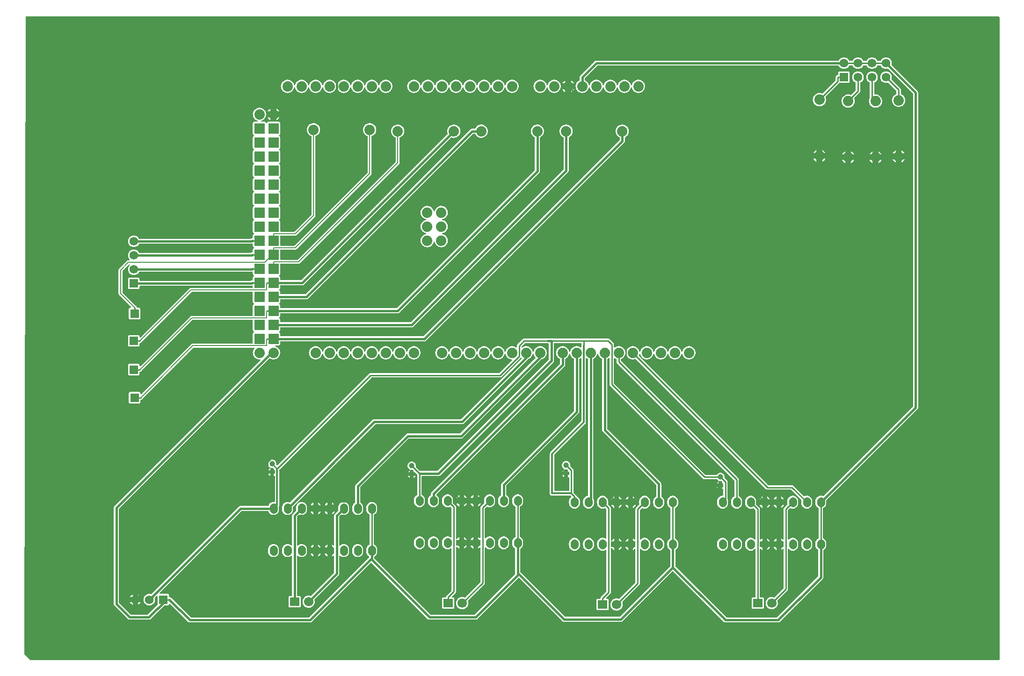
<source format=gtl>
G04 Layer: TopLayer*
G04 EasyEDA v6.5.1, 2022-05-03 13:15:28*
G04 Gerber Generator version 0.2*
G04 Scale: 100 percent, Rotated: No, Reflected: No *
G04 Dimensions in millimeters *
G04 leading zeros omitted , absolute positions ,4 integer and 5 decimal *
%FSLAX45Y45*%
%MOMM*%

%ADD11C,0.3000*%
%ADD12C,0.2750*%
%ADD13C,0.4000*%
%ADD14C,0.2000*%
%ADD15C,1.8796*%
%ADD16R,1.8796X1.8796*%
%ADD17C,1.0000*%
%ADD18R,1.5748X1.5748*%
%ADD19C,1.5748*%
%ADD21C,1.7000*%
%ADD22C,1.4600*%

%LPD*%
G36*
X283616Y-2857500D02*
G01*
X279704Y-2856738D01*
X276402Y-2854502D01*
X180797Y-2758897D01*
X178562Y-2755595D01*
X177800Y-2751683D01*
X203200Y8790940D01*
X203962Y8794851D01*
X206146Y8798153D01*
X209448Y8800338D01*
X213360Y8801100D01*
X17801183Y8801100D01*
X17805095Y8800338D01*
X17808397Y8798102D01*
X17827802Y8778697D01*
X17830038Y8775395D01*
X17830800Y8771483D01*
X17830800Y-2847340D01*
X17830038Y-2851251D01*
X17827802Y-2854502D01*
X17824551Y-2856738D01*
X17820640Y-2857500D01*
G37*

%LPC*%
G36*
X9913213Y7584440D02*
G01*
X9966960Y7584440D01*
X9966960Y7638237D01*
X9957206Y7633004D01*
X9945166Y7624470D01*
X9934244Y7614564D01*
X9924643Y7603337D01*
X9916515Y7591044D01*
G37*
G36*
X10558170Y-1958848D02*
G01*
X10727029Y-1958848D01*
X10733328Y-1958136D01*
X10738815Y-1956206D01*
X10743692Y-1953158D01*
X10747806Y-1949043D01*
X10750905Y-1944166D01*
X10752785Y-1938680D01*
X10753496Y-1932381D01*
X10753496Y-1776018D01*
X10752785Y-1769719D01*
X10750905Y-1764233D01*
X10747806Y-1759356D01*
X10743692Y-1755241D01*
X10738815Y-1752193D01*
X10733328Y-1750263D01*
X10727029Y-1749552D01*
X10717834Y-1749552D01*
X10713923Y-1748789D01*
X10710672Y-1746554D01*
X10708436Y-1743303D01*
X10707674Y-1739392D01*
X10708436Y-1735480D01*
X10710672Y-1732229D01*
X10780318Y-1662531D01*
X10785551Y-1656130D01*
X10789208Y-1649272D01*
X10791494Y-1641856D01*
X10792307Y-1633626D01*
X10792307Y-835253D01*
X10793222Y-831037D01*
X10795762Y-827582D01*
X10799521Y-825500D01*
X10803788Y-825144D01*
X10807801Y-826617D01*
X10810900Y-829614D01*
X10818164Y-840435D01*
X10826699Y-850188D01*
X10836402Y-858723D01*
X10847171Y-865886D01*
X10853775Y-869137D01*
X10853775Y-813968D01*
X10802467Y-813968D01*
X10798556Y-813206D01*
X10795254Y-811022D01*
X10793069Y-807720D01*
X10792307Y-803808D01*
X10792307Y-720191D01*
X10793069Y-716280D01*
X10795254Y-712978D01*
X10798556Y-710793D01*
X10802467Y-710031D01*
X10853775Y-710031D01*
X10853775Y-654862D01*
X10847171Y-658114D01*
X10836402Y-665276D01*
X10826699Y-673811D01*
X10818164Y-683564D01*
X10810900Y-694385D01*
X10807801Y-697382D01*
X10803788Y-698855D01*
X10799521Y-698500D01*
X10795762Y-696417D01*
X10793222Y-692962D01*
X10792307Y-688746D01*
X10792307Y-110540D01*
X10791494Y-102311D01*
X10789208Y-94894D01*
X10785551Y-88036D01*
X10780318Y-81635D01*
X10742676Y-43992D01*
X10740745Y-41300D01*
X10739780Y-38150D01*
X10739882Y-34848D01*
X10740644Y-31140D01*
X10741507Y-17932D01*
X10741507Y17932D01*
X10740644Y31140D01*
X10738104Y43840D01*
X10733938Y56083D01*
X10728248Y67716D01*
X10721035Y78435D01*
X10712500Y88188D01*
X10702798Y96723D01*
X10692028Y103885D01*
X10680446Y109626D01*
X10668203Y113741D01*
X10655503Y116281D01*
X10642600Y117144D01*
X10629696Y116281D01*
X10616996Y113741D01*
X10604754Y109626D01*
X10593171Y103885D01*
X10582402Y96723D01*
X10572699Y88188D01*
X10564164Y78435D01*
X10556951Y67716D01*
X10551261Y56083D01*
X10547096Y43840D01*
X10544556Y31140D01*
X10543692Y17932D01*
X10543692Y-17932D01*
X10544556Y-31140D01*
X10547096Y-43840D01*
X10551261Y-56083D01*
X10556951Y-67716D01*
X10564164Y-78435D01*
X10572699Y-88188D01*
X10582402Y-96723D01*
X10593171Y-103885D01*
X10604754Y-109626D01*
X10616996Y-113741D01*
X10629696Y-116281D01*
X10642600Y-117144D01*
X10655503Y-116281D01*
X10668203Y-113741D01*
X10680446Y-109626D01*
X10684408Y-107645D01*
X10688472Y-106629D01*
X10692587Y-107289D01*
X10696092Y-109575D01*
X10710011Y-123494D01*
X10712196Y-126796D01*
X10712958Y-130657D01*
X10712958Y-653084D01*
X10712043Y-657352D01*
X10709402Y-660806D01*
X10705592Y-662889D01*
X10701223Y-663143D01*
X10697159Y-661517D01*
X10692028Y-658114D01*
X10680446Y-652373D01*
X10668203Y-648258D01*
X10655503Y-645718D01*
X10642600Y-644855D01*
X10629696Y-645718D01*
X10616996Y-648258D01*
X10604754Y-652373D01*
X10593171Y-658114D01*
X10582402Y-665276D01*
X10572699Y-673811D01*
X10564164Y-683564D01*
X10556951Y-694283D01*
X10551261Y-705916D01*
X10547096Y-718159D01*
X10544556Y-730859D01*
X10543692Y-744067D01*
X10543692Y-779932D01*
X10544556Y-793140D01*
X10547096Y-805840D01*
X10551261Y-818083D01*
X10556951Y-829716D01*
X10564164Y-840435D01*
X10572699Y-850188D01*
X10582402Y-858723D01*
X10593171Y-865886D01*
X10604754Y-871626D01*
X10616996Y-875741D01*
X10629696Y-878281D01*
X10642600Y-879144D01*
X10655503Y-878281D01*
X10668203Y-875741D01*
X10680446Y-871626D01*
X10692028Y-865886D01*
X10697159Y-862482D01*
X10701223Y-860856D01*
X10705592Y-861110D01*
X10709402Y-863193D01*
X10712043Y-866648D01*
X10712958Y-870915D01*
X10712958Y-1613509D01*
X10712196Y-1617370D01*
X10710011Y-1620672D01*
X10614914Y-1715770D01*
X10609681Y-1722170D01*
X10606024Y-1729028D01*
X10603738Y-1736445D01*
X10603382Y-1740407D01*
X10602315Y-1743964D01*
X10600080Y-1746910D01*
X10596930Y-1748891D01*
X10593273Y-1749552D01*
X10558170Y-1749552D01*
X10551871Y-1750263D01*
X10546384Y-1752193D01*
X10541508Y-1755241D01*
X10537393Y-1759356D01*
X10534294Y-1764233D01*
X10532414Y-1769719D01*
X10531703Y-1776018D01*
X10531703Y-1932381D01*
X10532414Y-1938680D01*
X10534294Y-1944166D01*
X10537393Y-1949043D01*
X10541508Y-1953158D01*
X10546384Y-1956206D01*
X10551871Y-1958136D01*
G37*
G36*
X13706856Y-1939645D02*
G01*
X13720978Y-1938274D01*
X13734846Y-1935124D01*
X13748207Y-1930196D01*
X13760805Y-1923643D01*
X13772438Y-1915515D01*
X13782954Y-1905965D01*
X13792149Y-1895144D01*
X13799921Y-1883206D01*
X13806068Y-1870405D01*
X13810538Y-1856943D01*
X13813282Y-1842973D01*
X13814196Y-1828800D01*
X13813282Y-1814626D01*
X13810538Y-1800656D01*
X13806779Y-1789328D01*
X13806271Y-1785620D01*
X13807135Y-1782013D01*
X13809268Y-1778914D01*
X13984986Y-1603197D01*
X13990218Y-1596796D01*
X13993876Y-1589938D01*
X13996162Y-1582521D01*
X13996974Y-1574292D01*
X13996974Y-857300D01*
X13997686Y-853541D01*
X13999768Y-850290D01*
X14002918Y-848055D01*
X14006677Y-847140D01*
X14010487Y-847699D01*
X14013840Y-849680D01*
X14024101Y-858723D01*
X14034871Y-865886D01*
X14046454Y-871626D01*
X14058696Y-875741D01*
X14071396Y-878281D01*
X14084300Y-879144D01*
X14097203Y-878281D01*
X14109903Y-875741D01*
X14122146Y-871626D01*
X14133728Y-865886D01*
X14144498Y-858723D01*
X14154200Y-850188D01*
X14162735Y-840435D01*
X14169948Y-829716D01*
X14175638Y-818083D01*
X14179804Y-805840D01*
X14182344Y-793140D01*
X14183207Y-779932D01*
X14183207Y-744067D01*
X14182344Y-730859D01*
X14179804Y-718159D01*
X14175638Y-705916D01*
X14169948Y-694283D01*
X14162735Y-683564D01*
X14154200Y-673811D01*
X14144498Y-665276D01*
X14133728Y-658114D01*
X14122146Y-652373D01*
X14109903Y-648258D01*
X14097203Y-645718D01*
X14084300Y-644855D01*
X14071396Y-645718D01*
X14058696Y-648258D01*
X14046454Y-652373D01*
X14034871Y-658114D01*
X14024101Y-665276D01*
X14013840Y-674319D01*
X14010487Y-676300D01*
X14006677Y-676859D01*
X14002918Y-675944D01*
X13999768Y-673709D01*
X13997686Y-670458D01*
X13996974Y-666699D01*
X13996974Y-147624D01*
X13997736Y-143764D01*
X13999921Y-140462D01*
X14030807Y-109575D01*
X14034312Y-107289D01*
X14038427Y-106629D01*
X14042491Y-107645D01*
X14046454Y-109626D01*
X14058696Y-113741D01*
X14071396Y-116281D01*
X14084300Y-117144D01*
X14097203Y-116281D01*
X14109903Y-113741D01*
X14122146Y-109626D01*
X14133728Y-103885D01*
X14144498Y-96723D01*
X14154200Y-88188D01*
X14162735Y-78435D01*
X14169948Y-67716D01*
X14175638Y-56083D01*
X14179804Y-43840D01*
X14182344Y-31140D01*
X14183207Y-17932D01*
X14183207Y17932D01*
X14182344Y31140D01*
X14179804Y43840D01*
X14175638Y56083D01*
X14169948Y67716D01*
X14162735Y78435D01*
X14154200Y88188D01*
X14144498Y96723D01*
X14133728Y103885D01*
X14122146Y109626D01*
X14109903Y113741D01*
X14097203Y116281D01*
X14084300Y117144D01*
X14071396Y116281D01*
X14058696Y113741D01*
X14046454Y109626D01*
X14034871Y103885D01*
X14024101Y96723D01*
X14014399Y88188D01*
X14005864Y78435D01*
X13998651Y67716D01*
X13992961Y56083D01*
X13988796Y43840D01*
X13986256Y31140D01*
X13985392Y17932D01*
X13985392Y-17932D01*
X13986256Y-31140D01*
X13987018Y-34848D01*
X13987119Y-38150D01*
X13986154Y-41300D01*
X13984224Y-43992D01*
X13929613Y-98602D01*
X13924381Y-105003D01*
X13920724Y-111861D01*
X13918438Y-119278D01*
X13917625Y-127508D01*
X13917625Y-666699D01*
X13916913Y-670458D01*
X13914831Y-673709D01*
X13911681Y-675944D01*
X13907922Y-676859D01*
X13904112Y-676300D01*
X13900759Y-674319D01*
X13890498Y-665276D01*
X13879728Y-658114D01*
X13873175Y-654862D01*
X13873175Y-710031D01*
X13907465Y-710031D01*
X13911376Y-710793D01*
X13914678Y-712978D01*
X13916863Y-716280D01*
X13917625Y-720191D01*
X13917625Y-803808D01*
X13916863Y-807720D01*
X13914678Y-811022D01*
X13911376Y-813206D01*
X13907465Y-813968D01*
X13873175Y-813968D01*
X13873175Y-869137D01*
X13879728Y-865886D01*
X13890498Y-858723D01*
X13900759Y-849680D01*
X13904112Y-847699D01*
X13907922Y-847140D01*
X13911681Y-848055D01*
X13914831Y-850290D01*
X13916913Y-853541D01*
X13917625Y-857300D01*
X13917625Y-1554175D01*
X13916863Y-1558036D01*
X13914678Y-1561338D01*
X13753084Y-1722932D01*
X13749934Y-1725066D01*
X13746175Y-1725879D01*
X13742416Y-1725269D01*
X13734846Y-1722475D01*
X13720978Y-1719325D01*
X13706856Y-1717954D01*
X13692632Y-1718411D01*
X13678611Y-1720697D01*
X13664996Y-1724761D01*
X13651992Y-1730502D01*
X13639850Y-1737868D01*
X13628725Y-1746707D01*
X13618870Y-1756918D01*
X13610386Y-1768297D01*
X13603376Y-1780692D01*
X13598042Y-1793849D01*
X13594435Y-1807616D01*
X13592657Y-1821688D01*
X13592657Y-1835912D01*
X13594435Y-1849983D01*
X13598042Y-1863750D01*
X13603376Y-1876907D01*
X13610386Y-1889302D01*
X13618870Y-1900682D01*
X13628725Y-1910892D01*
X13639850Y-1919732D01*
X13651992Y-1927098D01*
X13664996Y-1932889D01*
X13678611Y-1936902D01*
X13692632Y-1939188D01*
G37*
G36*
X8106156Y-1939645D02*
G01*
X8120278Y-1938274D01*
X8134146Y-1935124D01*
X8147507Y-1930196D01*
X8160105Y-1923643D01*
X8171738Y-1915515D01*
X8182254Y-1905965D01*
X8191449Y-1895144D01*
X8199221Y-1883206D01*
X8205368Y-1870405D01*
X8209838Y-1856943D01*
X8212581Y-1842973D01*
X8213496Y-1828800D01*
X8212581Y-1814626D01*
X8209838Y-1800656D01*
X8206079Y-1789328D01*
X8205571Y-1785620D01*
X8206435Y-1782013D01*
X8208568Y-1778914D01*
X8498586Y-1488897D01*
X8503818Y-1482496D01*
X8507476Y-1475638D01*
X8509762Y-1468221D01*
X8510574Y-1459992D01*
X8510574Y-831900D01*
X8511286Y-828141D01*
X8513368Y-824890D01*
X8516518Y-822655D01*
X8520277Y-821740D01*
X8524087Y-822299D01*
X8527440Y-824280D01*
X8537702Y-833323D01*
X8548471Y-840486D01*
X8560054Y-846226D01*
X8572296Y-850341D01*
X8584996Y-852881D01*
X8597900Y-853744D01*
X8610803Y-852881D01*
X8623503Y-850341D01*
X8635746Y-846226D01*
X8647328Y-840486D01*
X8658098Y-833323D01*
X8667800Y-824788D01*
X8676335Y-815035D01*
X8683548Y-804316D01*
X8689238Y-792683D01*
X8693404Y-780440D01*
X8695944Y-767740D01*
X8696807Y-754532D01*
X8696807Y-718667D01*
X8695944Y-705459D01*
X8693404Y-692759D01*
X8689238Y-680516D01*
X8683548Y-668883D01*
X8676335Y-658164D01*
X8667800Y-648411D01*
X8658098Y-639876D01*
X8647328Y-632714D01*
X8635746Y-626973D01*
X8623503Y-622858D01*
X8610803Y-620318D01*
X8597900Y-619455D01*
X8584996Y-620318D01*
X8572296Y-622858D01*
X8560054Y-626973D01*
X8548471Y-632714D01*
X8537702Y-639876D01*
X8527440Y-648919D01*
X8524087Y-650900D01*
X8520277Y-651459D01*
X8516518Y-650544D01*
X8513368Y-648309D01*
X8511286Y-645058D01*
X8510574Y-641299D01*
X8510574Y-122224D01*
X8511336Y-118364D01*
X8513521Y-115062D01*
X8544407Y-84175D01*
X8547912Y-81889D01*
X8552027Y-81229D01*
X8556091Y-82245D01*
X8560054Y-84226D01*
X8572296Y-88341D01*
X8584996Y-90881D01*
X8597900Y-91744D01*
X8610803Y-90881D01*
X8623503Y-88341D01*
X8635746Y-84226D01*
X8647328Y-78486D01*
X8658098Y-71323D01*
X8667800Y-62788D01*
X8676335Y-53035D01*
X8683548Y-42316D01*
X8689238Y-30683D01*
X8693404Y-18440D01*
X8695944Y-5740D01*
X8696807Y7467D01*
X8696807Y43332D01*
X8695944Y56540D01*
X8693404Y69240D01*
X8689238Y81483D01*
X8683548Y93116D01*
X8676335Y103835D01*
X8667800Y113588D01*
X8658098Y122123D01*
X8647328Y129285D01*
X8635746Y135026D01*
X8623503Y139141D01*
X8610803Y141681D01*
X8597900Y142544D01*
X8584996Y141681D01*
X8572296Y139141D01*
X8560054Y135026D01*
X8548471Y129285D01*
X8537702Y122123D01*
X8527999Y113588D01*
X8519464Y103835D01*
X8512251Y93116D01*
X8506561Y81483D01*
X8502396Y69240D01*
X8499856Y56540D01*
X8498992Y43332D01*
X8498992Y7467D01*
X8499856Y-5740D01*
X8500567Y-9448D01*
X8500719Y-12750D01*
X8499754Y-15900D01*
X8497824Y-18592D01*
X8443214Y-73202D01*
X8437981Y-79603D01*
X8434324Y-86461D01*
X8432038Y-93878D01*
X8431225Y-102108D01*
X8431225Y-641299D01*
X8430514Y-645058D01*
X8428431Y-648309D01*
X8425281Y-650544D01*
X8421522Y-651459D01*
X8417712Y-650900D01*
X8414359Y-648919D01*
X8404098Y-639876D01*
X8393328Y-632714D01*
X8386775Y-629462D01*
X8386775Y-684631D01*
X8421065Y-684631D01*
X8424976Y-685393D01*
X8428278Y-687578D01*
X8430463Y-690880D01*
X8431225Y-694791D01*
X8431225Y-778408D01*
X8430463Y-782320D01*
X8428278Y-785622D01*
X8424976Y-787806D01*
X8421065Y-788568D01*
X8386775Y-788568D01*
X8386775Y-843737D01*
X8393328Y-840486D01*
X8404098Y-833323D01*
X8414359Y-824280D01*
X8417712Y-822299D01*
X8421522Y-821740D01*
X8425281Y-822655D01*
X8428431Y-824890D01*
X8430514Y-828141D01*
X8431225Y-831900D01*
X8431225Y-1439875D01*
X8430463Y-1443736D01*
X8428278Y-1447038D01*
X8152384Y-1722932D01*
X8149234Y-1725066D01*
X8145475Y-1725879D01*
X8141716Y-1725269D01*
X8134146Y-1722475D01*
X8120278Y-1719325D01*
X8106156Y-1717954D01*
X8091931Y-1718411D01*
X8077911Y-1720697D01*
X8064296Y-1724761D01*
X8051292Y-1730502D01*
X8039150Y-1737868D01*
X8028025Y-1746707D01*
X8018170Y-1756918D01*
X8009686Y-1768297D01*
X8002676Y-1780692D01*
X7997342Y-1793849D01*
X7993735Y-1807616D01*
X7991957Y-1821688D01*
X7991957Y-1835912D01*
X7993735Y-1849983D01*
X7997342Y-1863750D01*
X8002676Y-1876907D01*
X8009686Y-1889302D01*
X8018170Y-1900682D01*
X8028025Y-1910892D01*
X8039150Y-1919732D01*
X8051292Y-1927098D01*
X8064296Y-1932889D01*
X8077911Y-1936902D01*
X8091931Y-1939188D01*
G37*
G36*
X7764170Y-1933448D02*
G01*
X7933029Y-1933448D01*
X7939328Y-1932736D01*
X7944815Y-1930806D01*
X7949692Y-1927758D01*
X7953806Y-1923643D01*
X7956905Y-1918766D01*
X7958785Y-1913280D01*
X7959496Y-1906981D01*
X7959496Y-1750618D01*
X7958785Y-1744319D01*
X7956905Y-1738833D01*
X7953806Y-1733956D01*
X7949692Y-1729841D01*
X7944815Y-1726793D01*
X7939328Y-1724863D01*
X7933029Y-1724152D01*
X7923834Y-1724152D01*
X7919923Y-1723389D01*
X7916672Y-1721154D01*
X7914436Y-1717903D01*
X7913674Y-1713992D01*
X7914436Y-1710080D01*
X7916672Y-1706829D01*
X7976311Y-1647189D01*
X7981543Y-1640789D01*
X7985201Y-1633931D01*
X7987436Y-1626514D01*
X7988249Y-1618284D01*
X7988249Y-813816D01*
X7989163Y-809650D01*
X7991703Y-806196D01*
X7995462Y-804113D01*
X7999730Y-803757D01*
X8003794Y-805230D01*
X8006842Y-808177D01*
X8011464Y-815035D01*
X8019999Y-824788D01*
X8029702Y-833323D01*
X8040471Y-840486D01*
X8047075Y-843737D01*
X8047075Y-788568D01*
X7998409Y-788568D01*
X7994548Y-787806D01*
X7991246Y-785622D01*
X7989011Y-782320D01*
X7988249Y-778408D01*
X7988249Y-694791D01*
X7989011Y-690880D01*
X7991246Y-687578D01*
X7994548Y-685393D01*
X7998409Y-684631D01*
X8047075Y-684631D01*
X8047075Y-629462D01*
X8040471Y-632714D01*
X8029702Y-639876D01*
X8019999Y-648411D01*
X8011464Y-658164D01*
X8006842Y-665022D01*
X8003794Y-667969D01*
X7999730Y-669442D01*
X7995462Y-669086D01*
X7991703Y-667004D01*
X7989163Y-663549D01*
X7988249Y-659384D01*
X7988249Y-87782D01*
X7987436Y-79603D01*
X7985201Y-72136D01*
X7981543Y-65278D01*
X7976311Y-58928D01*
X7935975Y-18592D01*
X7934045Y-15900D01*
X7933080Y-12750D01*
X7933181Y-9448D01*
X7933944Y-5740D01*
X7934807Y7467D01*
X7934807Y43332D01*
X7933944Y56540D01*
X7931403Y69240D01*
X7927238Y81483D01*
X7921548Y93116D01*
X7914335Y103835D01*
X7905800Y113588D01*
X7896098Y122123D01*
X7885328Y129285D01*
X7873746Y135026D01*
X7861503Y139141D01*
X7848803Y141681D01*
X7835900Y142544D01*
X7822996Y141681D01*
X7810296Y139141D01*
X7798053Y135026D01*
X7786471Y129285D01*
X7775702Y122123D01*
X7765999Y113588D01*
X7757464Y103835D01*
X7750251Y93116D01*
X7744561Y81483D01*
X7740396Y69240D01*
X7737856Y56540D01*
X7736992Y43332D01*
X7736992Y7467D01*
X7737856Y-5740D01*
X7740396Y-18440D01*
X7744561Y-30683D01*
X7750251Y-42316D01*
X7757464Y-53035D01*
X7765999Y-62788D01*
X7775702Y-71323D01*
X7786471Y-78486D01*
X7798053Y-84226D01*
X7810296Y-88341D01*
X7822996Y-90881D01*
X7835900Y-91744D01*
X7848803Y-90881D01*
X7861503Y-88341D01*
X7873746Y-84226D01*
X7877708Y-82245D01*
X7881772Y-81229D01*
X7885887Y-81889D01*
X7889392Y-84175D01*
X7905953Y-100736D01*
X7908188Y-104038D01*
X7908950Y-107950D01*
X7908950Y-629462D01*
X7907985Y-633730D01*
X7905394Y-637184D01*
X7901533Y-639267D01*
X7897215Y-639521D01*
X7893151Y-637895D01*
X7885328Y-632714D01*
X7873746Y-626973D01*
X7861503Y-622858D01*
X7848803Y-620318D01*
X7835900Y-619455D01*
X7822996Y-620318D01*
X7810296Y-622858D01*
X7798053Y-626973D01*
X7786471Y-632714D01*
X7775702Y-639876D01*
X7765999Y-648411D01*
X7757464Y-658164D01*
X7750251Y-668883D01*
X7744561Y-680516D01*
X7740396Y-692759D01*
X7737856Y-705459D01*
X7736992Y-718667D01*
X7736992Y-754532D01*
X7737856Y-767740D01*
X7740396Y-780440D01*
X7744561Y-792683D01*
X7750251Y-804316D01*
X7757464Y-815035D01*
X7765999Y-824788D01*
X7775702Y-833323D01*
X7786471Y-840486D01*
X7798053Y-846226D01*
X7810296Y-850341D01*
X7822996Y-852881D01*
X7835900Y-853744D01*
X7848803Y-852881D01*
X7861503Y-850341D01*
X7873746Y-846226D01*
X7885328Y-840486D01*
X7893151Y-835304D01*
X7897215Y-833678D01*
X7901533Y-833932D01*
X7905394Y-836015D01*
X7907985Y-839469D01*
X7908950Y-843737D01*
X7908950Y-1598117D01*
X7908188Y-1602028D01*
X7905953Y-1605330D01*
X7820914Y-1690370D01*
X7815681Y-1696770D01*
X7812024Y-1703628D01*
X7809738Y-1711045D01*
X7809382Y-1715007D01*
X7808315Y-1718564D01*
X7806080Y-1721510D01*
X7802930Y-1723491D01*
X7799273Y-1724152D01*
X7764170Y-1724152D01*
X7757871Y-1724863D01*
X7752384Y-1726793D01*
X7747508Y-1729841D01*
X7743393Y-1733956D01*
X7740294Y-1738833D01*
X7738414Y-1744319D01*
X7737703Y-1750618D01*
X7737703Y-1906981D01*
X7738414Y-1913280D01*
X7740294Y-1918766D01*
X7743393Y-1923643D01*
X7747508Y-1927758D01*
X7752384Y-1930806D01*
X7757871Y-1932736D01*
G37*
G36*
X13364870Y-1933448D02*
G01*
X13533729Y-1933448D01*
X13540028Y-1932736D01*
X13545515Y-1930806D01*
X13550392Y-1927758D01*
X13554506Y-1923643D01*
X13557605Y-1918766D01*
X13559485Y-1913280D01*
X13560196Y-1906981D01*
X13560196Y-1750618D01*
X13559485Y-1744319D01*
X13557605Y-1738833D01*
X13554506Y-1733956D01*
X13550392Y-1729841D01*
X13545515Y-1726793D01*
X13540028Y-1724863D01*
X13533729Y-1724152D01*
X13499134Y-1724152D01*
X13495223Y-1723389D01*
X13491921Y-1721154D01*
X13489736Y-1717903D01*
X13488974Y-1713992D01*
X13488974Y-857300D01*
X13489686Y-853541D01*
X13491768Y-850290D01*
X13494918Y-848055D01*
X13498677Y-847140D01*
X13502487Y-847699D01*
X13505840Y-849680D01*
X13516101Y-858723D01*
X13526871Y-865886D01*
X13533475Y-869137D01*
X13533475Y-813968D01*
X13499134Y-813968D01*
X13495223Y-813206D01*
X13491921Y-811022D01*
X13489736Y-807720D01*
X13488974Y-803808D01*
X13488974Y-720191D01*
X13489736Y-716280D01*
X13491921Y-712978D01*
X13495223Y-710793D01*
X13499134Y-710031D01*
X13533475Y-710031D01*
X13533475Y-654862D01*
X13526871Y-658114D01*
X13516101Y-665276D01*
X13505840Y-674319D01*
X13502487Y-676300D01*
X13498677Y-676859D01*
X13494918Y-675944D01*
X13491768Y-673709D01*
X13489686Y-670458D01*
X13488974Y-666699D01*
X13488974Y-127508D01*
X13488162Y-119278D01*
X13485876Y-111861D01*
X13482218Y-105003D01*
X13476986Y-98602D01*
X13422376Y-43992D01*
X13420445Y-41300D01*
X13419480Y-38150D01*
X13419582Y-34848D01*
X13420344Y-31140D01*
X13421207Y-17932D01*
X13421207Y17932D01*
X13420344Y31140D01*
X13417804Y43840D01*
X13413638Y56083D01*
X13407948Y67716D01*
X13400735Y78435D01*
X13392200Y88188D01*
X13382498Y96723D01*
X13371728Y103885D01*
X13360146Y109626D01*
X13347903Y113741D01*
X13335203Y116281D01*
X13322300Y117144D01*
X13309396Y116281D01*
X13296696Y113741D01*
X13284454Y109626D01*
X13272871Y103885D01*
X13262101Y96723D01*
X13252399Y88188D01*
X13243864Y78435D01*
X13236651Y67716D01*
X13230961Y56083D01*
X13226796Y43840D01*
X13224256Y31140D01*
X13223392Y17932D01*
X13223392Y-17932D01*
X13224256Y-31140D01*
X13226796Y-43840D01*
X13230961Y-56083D01*
X13236651Y-67716D01*
X13243864Y-78435D01*
X13252399Y-88188D01*
X13262101Y-96723D01*
X13272871Y-103885D01*
X13284454Y-109626D01*
X13296696Y-113741D01*
X13309396Y-116281D01*
X13322300Y-117144D01*
X13335203Y-116281D01*
X13347903Y-113741D01*
X13360146Y-109626D01*
X13364108Y-107645D01*
X13368172Y-106629D01*
X13372287Y-107289D01*
X13375792Y-109575D01*
X13406678Y-140462D01*
X13408863Y-143764D01*
X13409625Y-147624D01*
X13409625Y-666699D01*
X13408913Y-670458D01*
X13406831Y-673709D01*
X13403681Y-675944D01*
X13399922Y-676859D01*
X13396112Y-676300D01*
X13392759Y-674319D01*
X13382498Y-665276D01*
X13371728Y-658114D01*
X13360146Y-652373D01*
X13347903Y-648258D01*
X13335203Y-645718D01*
X13322300Y-644855D01*
X13309396Y-645718D01*
X13296696Y-648258D01*
X13284454Y-652373D01*
X13272871Y-658114D01*
X13262101Y-665276D01*
X13252399Y-673811D01*
X13243864Y-683564D01*
X13236651Y-694283D01*
X13230961Y-705916D01*
X13226796Y-718159D01*
X13224256Y-730859D01*
X13223392Y-744067D01*
X13223392Y-779932D01*
X13224256Y-793140D01*
X13226796Y-805840D01*
X13230961Y-818083D01*
X13236651Y-829716D01*
X13243864Y-840435D01*
X13252399Y-850188D01*
X13262101Y-858723D01*
X13272871Y-865886D01*
X13284454Y-871626D01*
X13296696Y-875741D01*
X13309396Y-878281D01*
X13322300Y-879144D01*
X13335203Y-878281D01*
X13347903Y-875741D01*
X13360146Y-871626D01*
X13371728Y-865886D01*
X13382498Y-858723D01*
X13392759Y-849680D01*
X13396112Y-847699D01*
X13399922Y-847140D01*
X13403681Y-848055D01*
X13406831Y-850290D01*
X13408913Y-853541D01*
X13409625Y-857300D01*
X13409625Y-1713992D01*
X13408863Y-1717903D01*
X13406678Y-1721154D01*
X13403376Y-1723389D01*
X13399465Y-1724152D01*
X13364870Y-1724152D01*
X13358571Y-1724863D01*
X13353084Y-1726793D01*
X13348207Y-1729841D01*
X13344093Y-1733956D01*
X13340994Y-1738833D01*
X13339114Y-1744319D01*
X13338403Y-1750618D01*
X13338403Y-1906981D01*
X13339114Y-1913280D01*
X13340994Y-1918766D01*
X13344093Y-1923643D01*
X13348207Y-1927758D01*
X13353084Y-1930806D01*
X13358571Y-1932736D01*
G37*
G36*
X5324856Y-1914245D02*
G01*
X5338978Y-1912874D01*
X5352846Y-1909724D01*
X5366207Y-1904796D01*
X5378805Y-1898243D01*
X5390438Y-1890115D01*
X5400954Y-1880565D01*
X5410149Y-1869744D01*
X5417921Y-1857806D01*
X5424068Y-1845005D01*
X5428538Y-1831543D01*
X5431282Y-1817573D01*
X5432196Y-1803400D01*
X5431282Y-1789226D01*
X5428538Y-1775256D01*
X5427014Y-1770583D01*
X5426506Y-1766874D01*
X5427370Y-1763268D01*
X5429453Y-1760169D01*
X5862980Y-1326591D01*
X5868314Y-1319530D01*
X5872073Y-1311960D01*
X5874359Y-1303832D01*
X5875223Y-1294942D01*
X5875223Y-977087D01*
X5875934Y-973328D01*
X5878017Y-970076D01*
X5881166Y-967841D01*
X5884926Y-966927D01*
X5888736Y-967536D01*
X5892088Y-969467D01*
X5896102Y-973023D01*
X5906871Y-980186D01*
X5918454Y-985926D01*
X5930696Y-990041D01*
X5943396Y-992581D01*
X5956300Y-993444D01*
X5969203Y-992581D01*
X5981903Y-990041D01*
X5994146Y-985926D01*
X6005728Y-980186D01*
X6016498Y-973023D01*
X6026200Y-964488D01*
X6034735Y-954735D01*
X6041948Y-944016D01*
X6047638Y-932383D01*
X6051804Y-920140D01*
X6054344Y-907440D01*
X6055207Y-894232D01*
X6055207Y-858367D01*
X6054344Y-845159D01*
X6051804Y-832459D01*
X6047638Y-820216D01*
X6041948Y-808583D01*
X6034735Y-797864D01*
X6026200Y-788111D01*
X6016498Y-779576D01*
X6005728Y-772414D01*
X5994146Y-766673D01*
X5981903Y-762558D01*
X5969203Y-760018D01*
X5956300Y-759155D01*
X5943396Y-760018D01*
X5930696Y-762558D01*
X5918454Y-766673D01*
X5906871Y-772414D01*
X5896102Y-779576D01*
X5892088Y-783132D01*
X5888736Y-785063D01*
X5884926Y-785672D01*
X5881166Y-784758D01*
X5878017Y-782523D01*
X5875934Y-779272D01*
X5875223Y-775512D01*
X5875223Y-264515D01*
X5875985Y-260654D01*
X5878169Y-257352D01*
X5908903Y-226618D01*
X5912002Y-224536D01*
X5915609Y-223672D01*
X5919317Y-224231D01*
X5930696Y-228041D01*
X5943396Y-230581D01*
X5956300Y-231444D01*
X5969203Y-230581D01*
X5981903Y-228041D01*
X5994146Y-223926D01*
X6005728Y-218186D01*
X6016498Y-211023D01*
X6026200Y-202488D01*
X6034735Y-192735D01*
X6041948Y-182016D01*
X6047638Y-170383D01*
X6051804Y-158140D01*
X6054344Y-145440D01*
X6055207Y-132232D01*
X6055207Y-96367D01*
X6054344Y-83159D01*
X6051804Y-70459D01*
X6047638Y-58216D01*
X6041948Y-46583D01*
X6034735Y-35864D01*
X6026200Y-26111D01*
X6016498Y-17576D01*
X6005728Y-10414D01*
X5994146Y-4673D01*
X5981903Y-558D01*
X5969203Y1981D01*
X5956300Y2844D01*
X5943396Y1981D01*
X5930696Y-558D01*
X5918454Y-4673D01*
X5906871Y-10414D01*
X5896102Y-17576D01*
X5886399Y-26111D01*
X5877864Y-35864D01*
X5870651Y-46583D01*
X5864961Y-58216D01*
X5860796Y-70459D01*
X5858256Y-83159D01*
X5857392Y-96367D01*
X5857392Y-132232D01*
X5858103Y-142697D01*
X5857443Y-146964D01*
X5855106Y-150571D01*
X5795619Y-210108D01*
X5790285Y-217170D01*
X5786526Y-224739D01*
X5784240Y-232867D01*
X5783376Y-241757D01*
X5783376Y-775512D01*
X5782665Y-779272D01*
X5780582Y-782523D01*
X5777433Y-784758D01*
X5773674Y-785672D01*
X5769864Y-785063D01*
X5766511Y-783132D01*
X5762498Y-779576D01*
X5751728Y-772414D01*
X5745175Y-769162D01*
X5745175Y-824331D01*
X5773216Y-824331D01*
X5777128Y-825093D01*
X5780430Y-827278D01*
X5782614Y-830580D01*
X5783376Y-834491D01*
X5783376Y-918108D01*
X5782614Y-922019D01*
X5780430Y-925321D01*
X5777128Y-927506D01*
X5773216Y-928268D01*
X5745175Y-928268D01*
X5745175Y-983437D01*
X5751728Y-980186D01*
X5762498Y-973023D01*
X5766511Y-969467D01*
X5769864Y-967536D01*
X5773674Y-966927D01*
X5777433Y-967841D01*
X5780582Y-970076D01*
X5782665Y-973328D01*
X5783376Y-977087D01*
X5783376Y-1272184D01*
X5782614Y-1276045D01*
X5780430Y-1279347D01*
X5364632Y-1695145D01*
X5361482Y-1697278D01*
X5357723Y-1698142D01*
X5338978Y-1693925D01*
X5324856Y-1692554D01*
X5310632Y-1693011D01*
X5296611Y-1695297D01*
X5282996Y-1699361D01*
X5269992Y-1705102D01*
X5257850Y-1712468D01*
X5246725Y-1721307D01*
X5236870Y-1731518D01*
X5228386Y-1742897D01*
X5221376Y-1755292D01*
X5216042Y-1768449D01*
X5212435Y-1782216D01*
X5210657Y-1796288D01*
X5210657Y-1810512D01*
X5212435Y-1824583D01*
X5216042Y-1838350D01*
X5221376Y-1851507D01*
X5228386Y-1863902D01*
X5236870Y-1875282D01*
X5246725Y-1885492D01*
X5257850Y-1894332D01*
X5269992Y-1901698D01*
X5282996Y-1907489D01*
X5296611Y-1911502D01*
X5310632Y-1913788D01*
G37*
G36*
X4982870Y-1908048D02*
G01*
X5151729Y-1908048D01*
X5158028Y-1907336D01*
X5163515Y-1905406D01*
X5168392Y-1902358D01*
X5172506Y-1898243D01*
X5175605Y-1893366D01*
X5177485Y-1887880D01*
X5178196Y-1881581D01*
X5178196Y-1725218D01*
X5177485Y-1718919D01*
X5175605Y-1713433D01*
X5172506Y-1708556D01*
X5168392Y-1704441D01*
X5163515Y-1701393D01*
X5158028Y-1699463D01*
X5151729Y-1698752D01*
X5123383Y-1698752D01*
X5119471Y-1697989D01*
X5116169Y-1695754D01*
X5113985Y-1692503D01*
X5113223Y-1688592D01*
X5113223Y-977087D01*
X5113934Y-973328D01*
X5116017Y-970076D01*
X5119166Y-967841D01*
X5122926Y-966927D01*
X5126736Y-967536D01*
X5130088Y-969467D01*
X5134102Y-973023D01*
X5144871Y-980186D01*
X5156454Y-985926D01*
X5168696Y-990041D01*
X5181396Y-992581D01*
X5194300Y-993444D01*
X5207203Y-992581D01*
X5219903Y-990041D01*
X5232146Y-985926D01*
X5243728Y-980186D01*
X5254498Y-973023D01*
X5264200Y-964488D01*
X5272735Y-954735D01*
X5279948Y-944016D01*
X5285638Y-932383D01*
X5289804Y-920140D01*
X5292344Y-907440D01*
X5293207Y-894232D01*
X5293207Y-858367D01*
X5292344Y-845159D01*
X5289804Y-832459D01*
X5285638Y-820216D01*
X5279948Y-808583D01*
X5272735Y-797864D01*
X5264200Y-788111D01*
X5254498Y-779576D01*
X5243728Y-772414D01*
X5232146Y-766673D01*
X5219903Y-762558D01*
X5207203Y-760018D01*
X5194300Y-759155D01*
X5181396Y-760018D01*
X5168696Y-762558D01*
X5156454Y-766673D01*
X5144871Y-772414D01*
X5134102Y-779576D01*
X5130088Y-783132D01*
X5126736Y-785063D01*
X5122926Y-785672D01*
X5119166Y-784758D01*
X5116017Y-782523D01*
X5113934Y-779272D01*
X5113223Y-775512D01*
X5113223Y-264515D01*
X5113985Y-260654D01*
X5116169Y-257352D01*
X5146903Y-226618D01*
X5150002Y-224536D01*
X5153609Y-223672D01*
X5157317Y-224231D01*
X5168696Y-228041D01*
X5181396Y-230581D01*
X5194300Y-231444D01*
X5207203Y-230581D01*
X5219903Y-228041D01*
X5232146Y-223926D01*
X5243728Y-218186D01*
X5254498Y-211023D01*
X5264200Y-202488D01*
X5272735Y-192735D01*
X5279948Y-182016D01*
X5285638Y-170383D01*
X5289804Y-158140D01*
X5292344Y-145440D01*
X5293207Y-132232D01*
X5293207Y-96367D01*
X5292344Y-83159D01*
X5289804Y-70459D01*
X5285638Y-58216D01*
X5279948Y-46583D01*
X5272735Y-35864D01*
X5264200Y-26111D01*
X5254498Y-17576D01*
X5243728Y-10414D01*
X5232146Y-4673D01*
X5219903Y-558D01*
X5207203Y1981D01*
X5194300Y2844D01*
X5181396Y1981D01*
X5168696Y-558D01*
X5156454Y-4673D01*
X5144871Y-10414D01*
X5134102Y-17576D01*
X5124399Y-26111D01*
X5115864Y-35864D01*
X5108651Y-46583D01*
X5102961Y-58216D01*
X5098796Y-70459D01*
X5096256Y-83159D01*
X5095392Y-96367D01*
X5095392Y-132232D01*
X5096103Y-142697D01*
X5095443Y-146964D01*
X5093106Y-150571D01*
X5033619Y-210108D01*
X5028285Y-217170D01*
X5024526Y-224739D01*
X5022240Y-232867D01*
X5021376Y-241757D01*
X5021376Y-775512D01*
X5020665Y-779272D01*
X5018582Y-782523D01*
X5015433Y-784758D01*
X5011674Y-785672D01*
X5007864Y-785063D01*
X5004511Y-783132D01*
X5000498Y-779576D01*
X4989728Y-772414D01*
X4978146Y-766673D01*
X4965903Y-762558D01*
X4953203Y-760018D01*
X4940300Y-759155D01*
X4927396Y-760018D01*
X4914696Y-762558D01*
X4902454Y-766673D01*
X4890871Y-772414D01*
X4880102Y-779576D01*
X4870399Y-788111D01*
X4861864Y-797864D01*
X4854651Y-808583D01*
X4848961Y-820216D01*
X4844796Y-832459D01*
X4842256Y-845159D01*
X4841392Y-858367D01*
X4841392Y-894232D01*
X4842256Y-907440D01*
X4844796Y-920140D01*
X4848961Y-932383D01*
X4854651Y-944016D01*
X4861864Y-954735D01*
X4870399Y-964488D01*
X4880102Y-973023D01*
X4890871Y-980186D01*
X4902454Y-985926D01*
X4914696Y-990041D01*
X4927396Y-992581D01*
X4940300Y-993444D01*
X4953203Y-992581D01*
X4965903Y-990041D01*
X4978146Y-985926D01*
X4989728Y-980186D01*
X5000498Y-973023D01*
X5004511Y-969467D01*
X5007864Y-967536D01*
X5011674Y-966927D01*
X5015433Y-967841D01*
X5018582Y-970076D01*
X5020665Y-973328D01*
X5021376Y-977087D01*
X5021376Y-1688592D01*
X5020614Y-1692503D01*
X5018430Y-1695754D01*
X5015128Y-1697989D01*
X5011216Y-1698752D01*
X4982870Y-1698752D01*
X4976571Y-1699463D01*
X4971084Y-1701393D01*
X4966208Y-1704441D01*
X4962093Y-1708556D01*
X4958994Y-1713433D01*
X4957114Y-1718919D01*
X4956403Y-1725218D01*
X4956403Y-1881581D01*
X4957114Y-1887880D01*
X4958994Y-1893366D01*
X4962093Y-1898243D01*
X4966208Y-1902358D01*
X4971084Y-1905406D01*
X4976571Y-1907336D01*
G37*
G36*
X2230120Y-1859178D02*
G01*
X2236724Y-1855927D01*
X2248103Y-1848307D01*
X2258364Y-1839264D01*
X2267407Y-1829003D01*
X2275027Y-1817624D01*
X2278278Y-1811020D01*
X2230120Y-1811020D01*
G37*
G36*
X2138680Y-1859178D02*
G01*
X2138680Y-1811020D01*
X2090521Y-1811020D01*
X2093772Y-1817624D01*
X2101392Y-1829003D01*
X2110435Y-1839264D01*
X2120696Y-1848307D01*
X2132076Y-1855927D01*
G37*
G36*
X2090521Y-1719580D02*
G01*
X2138680Y-1719580D01*
X2138680Y-1671421D01*
X2132076Y-1674672D01*
X2120696Y-1682292D01*
X2110435Y-1691335D01*
X2101392Y-1701596D01*
X2093772Y-1712975D01*
G37*
G36*
X2230120Y-1719580D02*
G01*
X2278278Y-1719580D01*
X2275027Y-1712975D01*
X2267407Y-1701596D01*
X2258364Y-1691335D01*
X2248103Y-1682292D01*
X2236724Y-1674672D01*
X2230120Y-1671421D01*
G37*
G36*
X6210300Y-993444D02*
G01*
X6223203Y-992581D01*
X6235903Y-990041D01*
X6248146Y-985926D01*
X6259728Y-980186D01*
X6270498Y-973023D01*
X6280200Y-964488D01*
X6288735Y-954735D01*
X6295948Y-944016D01*
X6301638Y-932383D01*
X6305804Y-920140D01*
X6308344Y-907440D01*
X6309207Y-894232D01*
X6309207Y-858367D01*
X6308344Y-845159D01*
X6305804Y-832459D01*
X6301638Y-820216D01*
X6295948Y-808583D01*
X6288735Y-797864D01*
X6280200Y-788111D01*
X6270498Y-779576D01*
X6259728Y-772414D01*
X6248146Y-766673D01*
X6235903Y-762558D01*
X6223203Y-760018D01*
X6210300Y-759155D01*
X6197396Y-760018D01*
X6184696Y-762558D01*
X6172454Y-766673D01*
X6160871Y-772414D01*
X6150102Y-779576D01*
X6140399Y-788111D01*
X6131864Y-797864D01*
X6124651Y-808583D01*
X6118961Y-820216D01*
X6114796Y-832459D01*
X6112256Y-845159D01*
X6111392Y-858367D01*
X6111392Y-894232D01*
X6112256Y-907440D01*
X6114796Y-920140D01*
X6118961Y-932383D01*
X6124651Y-944016D01*
X6131864Y-954735D01*
X6140399Y-964488D01*
X6150102Y-973023D01*
X6160871Y-980186D01*
X6172454Y-985926D01*
X6184696Y-990041D01*
X6197396Y-992581D01*
G37*
G36*
X4686300Y-993444D02*
G01*
X4699203Y-992581D01*
X4711903Y-990041D01*
X4724146Y-985926D01*
X4735728Y-980186D01*
X4746498Y-973023D01*
X4756200Y-964488D01*
X4764735Y-954735D01*
X4771948Y-944016D01*
X4777638Y-932383D01*
X4781804Y-920140D01*
X4784344Y-907440D01*
X4785207Y-894232D01*
X4785207Y-858367D01*
X4784344Y-845159D01*
X4781804Y-832459D01*
X4777638Y-820216D01*
X4771948Y-808583D01*
X4764735Y-797864D01*
X4756200Y-788111D01*
X4746498Y-779576D01*
X4735728Y-772414D01*
X4724146Y-766673D01*
X4711903Y-762558D01*
X4699203Y-760018D01*
X4686300Y-759155D01*
X4673396Y-760018D01*
X4660696Y-762558D01*
X4648454Y-766673D01*
X4636871Y-772414D01*
X4626102Y-779576D01*
X4616399Y-788111D01*
X4607864Y-797864D01*
X4600651Y-808583D01*
X4594961Y-820216D01*
X4590796Y-832459D01*
X4588256Y-845159D01*
X4587392Y-858367D01*
X4587392Y-894232D01*
X4588256Y-907440D01*
X4590796Y-920140D01*
X4594961Y-932383D01*
X4600651Y-944016D01*
X4607864Y-954735D01*
X4616399Y-964488D01*
X4626102Y-973023D01*
X4636871Y-980186D01*
X4648454Y-985926D01*
X4660696Y-990041D01*
X4673396Y-992581D01*
G37*
G36*
X5405475Y-983437D02*
G01*
X5405475Y-928268D01*
X5355539Y-928268D01*
X5356961Y-932383D01*
X5362651Y-944016D01*
X5369864Y-954735D01*
X5378399Y-964488D01*
X5388102Y-973023D01*
X5398871Y-980186D01*
G37*
G36*
X5659475Y-983437D02*
G01*
X5659475Y-928268D01*
X5609539Y-928268D01*
X5610961Y-932383D01*
X5616651Y-944016D01*
X5623864Y-954735D01*
X5632399Y-964488D01*
X5642102Y-973023D01*
X5652871Y-980186D01*
G37*
G36*
X5491175Y-983437D02*
G01*
X5497728Y-980186D01*
X5508498Y-973023D01*
X5518200Y-964488D01*
X5526735Y-954735D01*
X5533948Y-944016D01*
X5539638Y-932383D01*
X5541060Y-928268D01*
X5491175Y-928268D01*
G37*
G36*
X14338300Y-879144D02*
G01*
X14351203Y-878281D01*
X14363903Y-875741D01*
X14376146Y-871626D01*
X14387728Y-865886D01*
X14398498Y-858723D01*
X14408200Y-850188D01*
X14416735Y-840435D01*
X14423948Y-829716D01*
X14429638Y-818083D01*
X14433804Y-805840D01*
X14436344Y-793140D01*
X14437207Y-779932D01*
X14437207Y-744067D01*
X14436344Y-730859D01*
X14433804Y-718159D01*
X14429638Y-705916D01*
X14423948Y-694283D01*
X14416735Y-683564D01*
X14408200Y-673811D01*
X14398498Y-665276D01*
X14387728Y-658114D01*
X14376146Y-652373D01*
X14363903Y-648258D01*
X14351203Y-645718D01*
X14338300Y-644855D01*
X14325396Y-645718D01*
X14312696Y-648258D01*
X14300454Y-652373D01*
X14288871Y-658114D01*
X14278101Y-665276D01*
X14268399Y-673811D01*
X14259864Y-683564D01*
X14252651Y-694283D01*
X14246961Y-705916D01*
X14242796Y-718159D01*
X14240256Y-730859D01*
X14239392Y-744067D01*
X14239392Y-779932D01*
X14240256Y-793140D01*
X14242796Y-805840D01*
X14246961Y-818083D01*
X14252651Y-829716D01*
X14259864Y-840435D01*
X14268399Y-850188D01*
X14278101Y-858723D01*
X14288871Y-865886D01*
X14300454Y-871626D01*
X14312696Y-875741D01*
X14325396Y-878281D01*
G37*
G36*
X11658600Y-879144D02*
G01*
X11671503Y-878281D01*
X11684203Y-875741D01*
X11696446Y-871626D01*
X11708028Y-865886D01*
X11718798Y-858723D01*
X11728500Y-850188D01*
X11737035Y-840435D01*
X11744248Y-829716D01*
X11749938Y-818083D01*
X11754104Y-805840D01*
X11756644Y-793140D01*
X11757507Y-779932D01*
X11757507Y-744067D01*
X11756644Y-730859D01*
X11754104Y-718159D01*
X11749938Y-705916D01*
X11744248Y-694283D01*
X11737035Y-683564D01*
X11728500Y-673811D01*
X11718798Y-665276D01*
X11708028Y-658114D01*
X11696446Y-652373D01*
X11684203Y-648258D01*
X11671503Y-645718D01*
X11658600Y-644855D01*
X11645696Y-645718D01*
X11632996Y-648258D01*
X11620754Y-652373D01*
X11609171Y-658114D01*
X11598402Y-665276D01*
X11588699Y-673811D01*
X11580164Y-683564D01*
X11572951Y-694283D01*
X11567261Y-705916D01*
X11563096Y-718159D01*
X11560556Y-730859D01*
X11559692Y-744067D01*
X11559692Y-779932D01*
X11560556Y-793140D01*
X11563096Y-805840D01*
X11567261Y-818083D01*
X11572951Y-829716D01*
X11580164Y-840435D01*
X11588699Y-850188D01*
X11598402Y-858723D01*
X11609171Y-865886D01*
X11620754Y-871626D01*
X11632996Y-875741D01*
X11645696Y-878281D01*
G37*
G36*
X10134600Y-879144D02*
G01*
X10147503Y-878281D01*
X10160203Y-875741D01*
X10172446Y-871626D01*
X10184028Y-865886D01*
X10194798Y-858723D01*
X10204500Y-850188D01*
X10213035Y-840435D01*
X10220248Y-829716D01*
X10225938Y-818083D01*
X10230104Y-805840D01*
X10232644Y-793140D01*
X10233507Y-779932D01*
X10233507Y-744067D01*
X10232644Y-730859D01*
X10230104Y-718159D01*
X10225938Y-705916D01*
X10220248Y-694283D01*
X10213035Y-683564D01*
X10204500Y-673811D01*
X10194798Y-665276D01*
X10184028Y-658114D01*
X10172446Y-652373D01*
X10160203Y-648258D01*
X10147503Y-645718D01*
X10134600Y-644855D01*
X10121696Y-645718D01*
X10108996Y-648258D01*
X10096754Y-652373D01*
X10085171Y-658114D01*
X10074402Y-665276D01*
X10064699Y-673811D01*
X10056164Y-683564D01*
X10048951Y-694283D01*
X10043261Y-705916D01*
X10039096Y-718159D01*
X10036556Y-730859D01*
X10035692Y-744067D01*
X10035692Y-779932D01*
X10036556Y-793140D01*
X10039096Y-805840D01*
X10043261Y-818083D01*
X10048951Y-829716D01*
X10056164Y-840435D01*
X10064699Y-850188D01*
X10074402Y-858723D01*
X10085171Y-865886D01*
X10096754Y-871626D01*
X10108996Y-875741D01*
X10121696Y-878281D01*
G37*
G36*
X13068300Y-879144D02*
G01*
X13081203Y-878281D01*
X13093903Y-875741D01*
X13106146Y-871626D01*
X13117728Y-865886D01*
X13128498Y-858723D01*
X13138200Y-850188D01*
X13146735Y-840435D01*
X13153948Y-829716D01*
X13159638Y-818083D01*
X13163804Y-805840D01*
X13166344Y-793140D01*
X13167207Y-779932D01*
X13167207Y-744067D01*
X13166344Y-730859D01*
X13163804Y-718159D01*
X13159638Y-705916D01*
X13153948Y-694283D01*
X13146735Y-683564D01*
X13138200Y-673811D01*
X13128498Y-665276D01*
X13117728Y-658114D01*
X13106146Y-652373D01*
X13093903Y-648258D01*
X13081203Y-645718D01*
X13068300Y-644855D01*
X13055396Y-645718D01*
X13042696Y-648258D01*
X13030454Y-652373D01*
X13018871Y-658114D01*
X13008102Y-665276D01*
X12998399Y-673811D01*
X12989864Y-683564D01*
X12982651Y-694283D01*
X12976961Y-705916D01*
X12972796Y-718159D01*
X12970256Y-730859D01*
X12969392Y-744067D01*
X12969392Y-779932D01*
X12970256Y-793140D01*
X12972796Y-805840D01*
X12976961Y-818083D01*
X12982651Y-829716D01*
X12989864Y-840435D01*
X12998399Y-850188D01*
X13008102Y-858723D01*
X13018871Y-865886D01*
X13030454Y-871626D01*
X13042696Y-875741D01*
X13055396Y-878281D01*
G37*
G36*
X12814300Y-879144D02*
G01*
X12827203Y-878281D01*
X12839903Y-875741D01*
X12852146Y-871626D01*
X12863728Y-865886D01*
X12874498Y-858723D01*
X12884200Y-850188D01*
X12892735Y-840435D01*
X12899948Y-829716D01*
X12905638Y-818083D01*
X12909804Y-805840D01*
X12912344Y-793140D01*
X12913207Y-779932D01*
X12913207Y-744067D01*
X12912344Y-730859D01*
X12909804Y-718159D01*
X12905638Y-705916D01*
X12899948Y-694283D01*
X12892735Y-683564D01*
X12884200Y-673811D01*
X12874498Y-665276D01*
X12863728Y-658114D01*
X12852146Y-652373D01*
X12839903Y-648258D01*
X12827203Y-645718D01*
X12814300Y-644855D01*
X12801396Y-645718D01*
X12788696Y-648258D01*
X12776454Y-652373D01*
X12764871Y-658114D01*
X12754102Y-665276D01*
X12744399Y-673811D01*
X12735864Y-683564D01*
X12728651Y-694283D01*
X12722961Y-705916D01*
X12718796Y-718159D01*
X12716256Y-730859D01*
X12715392Y-744067D01*
X12715392Y-779932D01*
X12716256Y-793140D01*
X12718796Y-805840D01*
X12722961Y-818083D01*
X12728651Y-829716D01*
X12735864Y-840435D01*
X12744399Y-850188D01*
X12754102Y-858723D01*
X12764871Y-865886D01*
X12776454Y-871626D01*
X12788696Y-875741D01*
X12801396Y-878281D01*
G37*
G36*
X10388600Y-879144D02*
G01*
X10401503Y-878281D01*
X10414203Y-875741D01*
X10426446Y-871626D01*
X10438028Y-865886D01*
X10448798Y-858723D01*
X10458500Y-850188D01*
X10467035Y-840435D01*
X10474248Y-829716D01*
X10479938Y-818083D01*
X10484104Y-805840D01*
X10486644Y-793140D01*
X10487507Y-779932D01*
X10487507Y-744067D01*
X10486644Y-730859D01*
X10484104Y-718159D01*
X10479938Y-705916D01*
X10474248Y-694283D01*
X10467035Y-683564D01*
X10458500Y-673811D01*
X10448798Y-665276D01*
X10438028Y-658114D01*
X10426446Y-652373D01*
X10414203Y-648258D01*
X10401503Y-645718D01*
X10388600Y-644855D01*
X10375696Y-645718D01*
X10362996Y-648258D01*
X10350754Y-652373D01*
X10339171Y-658114D01*
X10328402Y-665276D01*
X10318699Y-673811D01*
X10310164Y-683564D01*
X10302951Y-694283D01*
X10297261Y-705916D01*
X10293096Y-718159D01*
X10290556Y-730859D01*
X10289692Y-744067D01*
X10289692Y-779932D01*
X10290556Y-793140D01*
X10293096Y-805840D01*
X10297261Y-818083D01*
X10302951Y-829716D01*
X10310164Y-840435D01*
X10318699Y-850188D01*
X10328402Y-858723D01*
X10339171Y-865886D01*
X10350754Y-871626D01*
X10362996Y-875741D01*
X10375696Y-878281D01*
G37*
G36*
X10939475Y-869137D02*
G01*
X10946028Y-865886D01*
X10956798Y-858723D01*
X10966500Y-850188D01*
X10975035Y-840435D01*
X10982248Y-829716D01*
X10987938Y-818083D01*
X10989360Y-813968D01*
X10939475Y-813968D01*
G37*
G36*
X13619175Y-869137D02*
G01*
X13625728Y-865886D01*
X13636498Y-858723D01*
X13646200Y-850188D01*
X13654735Y-840435D01*
X13661948Y-829716D01*
X13667638Y-818083D01*
X13669060Y-813968D01*
X13619175Y-813968D01*
G37*
G36*
X13787475Y-869137D02*
G01*
X13787475Y-813968D01*
X13737539Y-813968D01*
X13738961Y-818083D01*
X13744651Y-829716D01*
X13751864Y-840435D01*
X13760399Y-850188D01*
X13770101Y-858723D01*
X13780871Y-865886D01*
G37*
G36*
X11107775Y-869137D02*
G01*
X11107775Y-813968D01*
X11057839Y-813968D01*
X11059261Y-818083D01*
X11064951Y-829716D01*
X11072164Y-840435D01*
X11080699Y-850188D01*
X11090402Y-858723D01*
X11101171Y-865886D01*
G37*
G36*
X7581900Y-853744D02*
G01*
X7594803Y-852881D01*
X7607503Y-850341D01*
X7619746Y-846226D01*
X7631328Y-840486D01*
X7642098Y-833323D01*
X7651800Y-824788D01*
X7660335Y-815035D01*
X7667548Y-804316D01*
X7673238Y-792683D01*
X7677403Y-780440D01*
X7679944Y-767740D01*
X7680807Y-754532D01*
X7680807Y-718667D01*
X7679944Y-705459D01*
X7677403Y-692759D01*
X7673238Y-680516D01*
X7667548Y-668883D01*
X7660335Y-658164D01*
X7651800Y-648411D01*
X7642098Y-639876D01*
X7631328Y-632714D01*
X7619746Y-626973D01*
X7607503Y-622858D01*
X7594803Y-620318D01*
X7581900Y-619455D01*
X7568996Y-620318D01*
X7556296Y-622858D01*
X7544053Y-626973D01*
X7532471Y-632714D01*
X7521702Y-639876D01*
X7511999Y-648411D01*
X7503464Y-658164D01*
X7496251Y-668883D01*
X7490561Y-680516D01*
X7486396Y-692759D01*
X7483856Y-705459D01*
X7482992Y-718667D01*
X7482992Y-754532D01*
X7483856Y-767740D01*
X7486396Y-780440D01*
X7490561Y-792683D01*
X7496251Y-804316D01*
X7503464Y-815035D01*
X7511999Y-824788D01*
X7521702Y-833323D01*
X7532471Y-840486D01*
X7544053Y-846226D01*
X7556296Y-850341D01*
X7568996Y-852881D01*
G37*
G36*
X8851900Y-853744D02*
G01*
X8864803Y-852881D01*
X8877503Y-850341D01*
X8889746Y-846226D01*
X8901328Y-840486D01*
X8912098Y-833323D01*
X8921800Y-824788D01*
X8930335Y-815035D01*
X8937548Y-804316D01*
X8943238Y-792683D01*
X8947404Y-780440D01*
X8949944Y-767740D01*
X8950807Y-754532D01*
X8950807Y-718667D01*
X8949944Y-705459D01*
X8947404Y-692759D01*
X8943238Y-680516D01*
X8937548Y-668883D01*
X8930335Y-658164D01*
X8921800Y-648411D01*
X8912098Y-639876D01*
X8901328Y-632714D01*
X8889746Y-626973D01*
X8877503Y-622858D01*
X8864803Y-620318D01*
X8851900Y-619455D01*
X8838996Y-620318D01*
X8826296Y-622858D01*
X8814054Y-626973D01*
X8802471Y-632714D01*
X8791702Y-639876D01*
X8781999Y-648411D01*
X8773464Y-658164D01*
X8766251Y-668883D01*
X8760561Y-680516D01*
X8756396Y-692759D01*
X8753856Y-705459D01*
X8752992Y-718667D01*
X8752992Y-754532D01*
X8753856Y-767740D01*
X8756396Y-780440D01*
X8760561Y-792683D01*
X8766251Y-804316D01*
X8773464Y-815035D01*
X8781999Y-824788D01*
X8791702Y-833323D01*
X8802471Y-840486D01*
X8814054Y-846226D01*
X8826296Y-850341D01*
X8838996Y-852881D01*
G37*
G36*
X7327900Y-853744D02*
G01*
X7340803Y-852881D01*
X7353503Y-850341D01*
X7365746Y-846226D01*
X7377328Y-840486D01*
X7388098Y-833323D01*
X7397800Y-824788D01*
X7406335Y-815035D01*
X7413548Y-804316D01*
X7419238Y-792683D01*
X7423403Y-780440D01*
X7425944Y-767740D01*
X7426807Y-754532D01*
X7426807Y-718667D01*
X7425944Y-705459D01*
X7423403Y-692759D01*
X7419238Y-680516D01*
X7413548Y-668883D01*
X7406335Y-658164D01*
X7397800Y-648411D01*
X7388098Y-639876D01*
X7377328Y-632714D01*
X7365746Y-626973D01*
X7353503Y-622858D01*
X7340803Y-620318D01*
X7327900Y-619455D01*
X7314996Y-620318D01*
X7302296Y-622858D01*
X7290053Y-626973D01*
X7278471Y-632714D01*
X7267702Y-639876D01*
X7257999Y-648411D01*
X7249464Y-658164D01*
X7242251Y-668883D01*
X7236561Y-680516D01*
X7232396Y-692759D01*
X7229856Y-705459D01*
X7228992Y-718667D01*
X7228992Y-754532D01*
X7229856Y-767740D01*
X7232396Y-780440D01*
X7236561Y-792683D01*
X7242251Y-804316D01*
X7249464Y-815035D01*
X7257999Y-824788D01*
X7267702Y-833323D01*
X7278471Y-840486D01*
X7290053Y-846226D01*
X7302296Y-850341D01*
X7314996Y-852881D01*
G37*
G36*
X8132775Y-843737D02*
G01*
X8139328Y-840486D01*
X8150098Y-833323D01*
X8159800Y-824788D01*
X8168335Y-815035D01*
X8175548Y-804316D01*
X8181238Y-792683D01*
X8182660Y-788568D01*
X8132775Y-788568D01*
G37*
G36*
X8301075Y-843737D02*
G01*
X8301075Y-788568D01*
X8251139Y-788568D01*
X8252561Y-792683D01*
X8258251Y-804316D01*
X8265464Y-815035D01*
X8273999Y-824788D01*
X8283702Y-833323D01*
X8294471Y-840486D01*
G37*
G36*
X5609539Y-824331D02*
G01*
X5659475Y-824331D01*
X5659475Y-769162D01*
X5652871Y-772414D01*
X5642102Y-779576D01*
X5632399Y-788111D01*
X5623864Y-797864D01*
X5616651Y-808583D01*
X5610961Y-820216D01*
G37*
G36*
X5491175Y-824331D02*
G01*
X5541060Y-824331D01*
X5539638Y-820216D01*
X5533948Y-808583D01*
X5526735Y-797864D01*
X5518200Y-788111D01*
X5508498Y-779576D01*
X5497728Y-772414D01*
X5491175Y-769162D01*
G37*
G36*
X5355539Y-824331D02*
G01*
X5405475Y-824331D01*
X5405475Y-769162D01*
X5398871Y-772414D01*
X5388102Y-779576D01*
X5378399Y-788111D01*
X5369864Y-797864D01*
X5362651Y-808583D01*
X5356961Y-820216D01*
G37*
G36*
X13619175Y-710031D02*
G01*
X13669060Y-710031D01*
X13667638Y-705916D01*
X13661948Y-694283D01*
X13654735Y-683564D01*
X13646200Y-673811D01*
X13636498Y-665276D01*
X13625728Y-658114D01*
X13619175Y-654862D01*
G37*
G36*
X10939475Y-710031D02*
G01*
X10989360Y-710031D01*
X10987938Y-705916D01*
X10982248Y-694283D01*
X10975035Y-683564D01*
X10966500Y-673811D01*
X10956798Y-665276D01*
X10946028Y-658114D01*
X10939475Y-654862D01*
G37*
G36*
X13737539Y-710031D02*
G01*
X13787475Y-710031D01*
X13787475Y-654862D01*
X13780871Y-658114D01*
X13770101Y-665276D01*
X13760399Y-673811D01*
X13751864Y-683564D01*
X13744651Y-694283D01*
X13738961Y-705916D01*
G37*
G36*
X11057839Y-710031D02*
G01*
X11107775Y-710031D01*
X11107775Y-654862D01*
X11101171Y-658114D01*
X11090402Y-665276D01*
X11080699Y-673811D01*
X11072164Y-683564D01*
X11064951Y-694283D01*
X11059261Y-705916D01*
G37*
G36*
X8132775Y-684631D02*
G01*
X8182660Y-684631D01*
X8181238Y-680516D01*
X8175548Y-668883D01*
X8168335Y-658164D01*
X8159800Y-648411D01*
X8150098Y-639876D01*
X8139328Y-632714D01*
X8132775Y-629462D01*
G37*
G36*
X8251139Y-684631D02*
G01*
X8301075Y-684631D01*
X8301075Y-629462D01*
X8294471Y-632714D01*
X8283702Y-639876D01*
X8273999Y-648411D01*
X8265464Y-658164D01*
X8258251Y-668883D01*
X8252561Y-680516D01*
G37*
G36*
X5745175Y-221437D02*
G01*
X5751728Y-218186D01*
X5762498Y-211023D01*
X5772200Y-202488D01*
X5780735Y-192735D01*
X5787948Y-182016D01*
X5793638Y-170383D01*
X5795060Y-166268D01*
X5745175Y-166268D01*
G37*
G36*
X5491175Y-221437D02*
G01*
X5497728Y-218186D01*
X5508498Y-211023D01*
X5518200Y-202488D01*
X5526735Y-192735D01*
X5533948Y-182016D01*
X5539638Y-170383D01*
X5541060Y-166268D01*
X5491175Y-166268D01*
G37*
G36*
X5659475Y-221437D02*
G01*
X5659475Y-166268D01*
X5609539Y-166268D01*
X5610961Y-170383D01*
X5616651Y-182016D01*
X5623864Y-192735D01*
X5632399Y-202488D01*
X5642102Y-211023D01*
X5652871Y-218186D01*
G37*
G36*
X5405475Y-221437D02*
G01*
X5405475Y-166268D01*
X5355539Y-166268D01*
X5356961Y-170383D01*
X5362651Y-182016D01*
X5369864Y-192735D01*
X5378399Y-202488D01*
X5388102Y-211023D01*
X5398871Y-218186D01*
G37*
G36*
X13533475Y-107137D02*
G01*
X13533475Y-51968D01*
X13483539Y-51968D01*
X13484961Y-56083D01*
X13490651Y-67716D01*
X13497864Y-78435D01*
X13506399Y-88188D01*
X13516101Y-96723D01*
X13526871Y-103885D01*
G37*
G36*
X13619175Y-107137D02*
G01*
X13625728Y-103885D01*
X13636498Y-96723D01*
X13646200Y-88188D01*
X13654735Y-78435D01*
X13661948Y-67716D01*
X13667638Y-56083D01*
X13669060Y-51968D01*
X13619175Y-51968D01*
G37*
G36*
X13787475Y-107137D02*
G01*
X13787475Y-51968D01*
X13737539Y-51968D01*
X13738961Y-56083D01*
X13744651Y-67716D01*
X13751864Y-78435D01*
X13760399Y-88188D01*
X13770101Y-96723D01*
X13780871Y-103885D01*
G37*
G36*
X13873175Y-107137D02*
G01*
X13879728Y-103885D01*
X13890498Y-96723D01*
X13900200Y-88188D01*
X13908735Y-78435D01*
X13915948Y-67716D01*
X13921638Y-56083D01*
X13923060Y-51968D01*
X13873175Y-51968D01*
G37*
G36*
X10939475Y-107137D02*
G01*
X10946028Y-103885D01*
X10956798Y-96723D01*
X10966500Y-88188D01*
X10975035Y-78435D01*
X10982248Y-67716D01*
X10987938Y-56083D01*
X10989360Y-51968D01*
X10939475Y-51968D01*
G37*
G36*
X11107775Y-107137D02*
G01*
X11107775Y-51968D01*
X11057839Y-51968D01*
X11059261Y-56083D01*
X11064951Y-67716D01*
X11072164Y-78435D01*
X11080699Y-88188D01*
X11090402Y-96723D01*
X11101171Y-103885D01*
G37*
G36*
X11193475Y-107137D02*
G01*
X11200028Y-103885D01*
X11210798Y-96723D01*
X11220500Y-88188D01*
X11229035Y-78435D01*
X11236248Y-67716D01*
X11241938Y-56083D01*
X11243360Y-51968D01*
X11193475Y-51968D01*
G37*
G36*
X10853775Y-107137D02*
G01*
X10853775Y-51968D01*
X10803839Y-51968D01*
X10805261Y-56083D01*
X10810951Y-67716D01*
X10818164Y-78435D01*
X10826699Y-88188D01*
X10836402Y-96723D01*
X10847171Y-103885D01*
G37*
G36*
X8047075Y-81737D02*
G01*
X8047075Y-26568D01*
X7997139Y-26568D01*
X7998561Y-30683D01*
X8004251Y-42316D01*
X8011464Y-53035D01*
X8019999Y-62788D01*
X8029702Y-71323D01*
X8040471Y-78486D01*
G37*
G36*
X8132775Y-81737D02*
G01*
X8139328Y-78486D01*
X8150098Y-71323D01*
X8159800Y-62788D01*
X8168335Y-53035D01*
X8175548Y-42316D01*
X8181238Y-30683D01*
X8182660Y-26568D01*
X8132775Y-26568D01*
G37*
G36*
X10900156Y-1965045D02*
G01*
X10914278Y-1963674D01*
X10928146Y-1960524D01*
X10941507Y-1955596D01*
X10954105Y-1949043D01*
X10965738Y-1940915D01*
X10976254Y-1931365D01*
X10985449Y-1920544D01*
X10993221Y-1908606D01*
X10999368Y-1895805D01*
X11003838Y-1882343D01*
X11006582Y-1868373D01*
X11007496Y-1854200D01*
X11006582Y-1840026D01*
X11003838Y-1826056D01*
X11000079Y-1814728D01*
X10999571Y-1811020D01*
X11000435Y-1807413D01*
X11002568Y-1804314D01*
X11305286Y-1501597D01*
X11310518Y-1495196D01*
X11314176Y-1488338D01*
X11316462Y-1480921D01*
X11317274Y-1472692D01*
X11317274Y-857300D01*
X11317986Y-853541D01*
X11320068Y-850290D01*
X11323218Y-848055D01*
X11326977Y-847140D01*
X11330787Y-847699D01*
X11334140Y-849680D01*
X11344402Y-858723D01*
X11355171Y-865886D01*
X11366754Y-871626D01*
X11378996Y-875741D01*
X11391696Y-878281D01*
X11404600Y-879144D01*
X11417503Y-878281D01*
X11430203Y-875741D01*
X11442446Y-871626D01*
X11454028Y-865886D01*
X11464798Y-858723D01*
X11474500Y-850188D01*
X11483035Y-840435D01*
X11490248Y-829716D01*
X11495938Y-818083D01*
X11500104Y-805840D01*
X11502644Y-793140D01*
X11503507Y-779932D01*
X11503507Y-744067D01*
X11502644Y-730859D01*
X11500104Y-718159D01*
X11495938Y-705916D01*
X11490248Y-694283D01*
X11483035Y-683564D01*
X11474500Y-673811D01*
X11464798Y-665276D01*
X11454028Y-658114D01*
X11442446Y-652373D01*
X11430203Y-648258D01*
X11417503Y-645718D01*
X11404600Y-644855D01*
X11391696Y-645718D01*
X11378996Y-648258D01*
X11366754Y-652373D01*
X11355171Y-658114D01*
X11344402Y-665276D01*
X11334140Y-674319D01*
X11330787Y-676300D01*
X11326977Y-676859D01*
X11323218Y-675944D01*
X11320068Y-673709D01*
X11317986Y-670458D01*
X11317274Y-666699D01*
X11317274Y-147624D01*
X11318036Y-143764D01*
X11320221Y-140462D01*
X11351107Y-109575D01*
X11354612Y-107289D01*
X11358727Y-106629D01*
X11362791Y-107645D01*
X11366754Y-109626D01*
X11378996Y-113741D01*
X11391696Y-116281D01*
X11404600Y-117144D01*
X11417503Y-116281D01*
X11430203Y-113741D01*
X11442446Y-109626D01*
X11454028Y-103885D01*
X11464798Y-96723D01*
X11474500Y-88188D01*
X11483035Y-78435D01*
X11490248Y-67716D01*
X11495938Y-56083D01*
X11500104Y-43840D01*
X11502644Y-31140D01*
X11503507Y-17932D01*
X11503507Y17932D01*
X11502644Y31140D01*
X11500104Y43840D01*
X11495938Y56083D01*
X11490248Y67716D01*
X11483035Y78435D01*
X11474500Y88188D01*
X11464798Y96723D01*
X11454028Y103885D01*
X11442446Y109626D01*
X11430203Y113741D01*
X11417503Y116281D01*
X11404600Y117144D01*
X11391696Y116281D01*
X11378996Y113741D01*
X11366754Y109626D01*
X11355171Y103885D01*
X11344402Y96723D01*
X11334699Y88188D01*
X11326164Y78435D01*
X11318951Y67716D01*
X11313261Y56083D01*
X11309096Y43840D01*
X11306556Y31140D01*
X11305692Y17932D01*
X11305692Y-17932D01*
X11306556Y-31140D01*
X11307267Y-34848D01*
X11307419Y-38150D01*
X11306454Y-41300D01*
X11304524Y-43992D01*
X11249914Y-98602D01*
X11244681Y-105003D01*
X11241024Y-111861D01*
X11238738Y-119278D01*
X11237925Y-127508D01*
X11237925Y-666699D01*
X11237214Y-670458D01*
X11235131Y-673709D01*
X11231981Y-675944D01*
X11228222Y-676859D01*
X11224412Y-676300D01*
X11221059Y-674319D01*
X11210798Y-665276D01*
X11200028Y-658114D01*
X11193475Y-654862D01*
X11193475Y-710031D01*
X11227765Y-710031D01*
X11231676Y-710793D01*
X11234978Y-712978D01*
X11237163Y-716280D01*
X11237925Y-720191D01*
X11237925Y-803808D01*
X11237163Y-807720D01*
X11234978Y-811022D01*
X11231676Y-813206D01*
X11227765Y-813968D01*
X11193475Y-813968D01*
X11193475Y-869137D01*
X11200028Y-865886D01*
X11210798Y-858723D01*
X11221059Y-849680D01*
X11224412Y-847699D01*
X11228222Y-847140D01*
X11231981Y-848055D01*
X11235131Y-850290D01*
X11237214Y-853541D01*
X11237925Y-857300D01*
X11237925Y-1452575D01*
X11237163Y-1456436D01*
X11234978Y-1459738D01*
X10946384Y-1748332D01*
X10943234Y-1750466D01*
X10939475Y-1751279D01*
X10935716Y-1750669D01*
X10928146Y-1747875D01*
X10914278Y-1744725D01*
X10900156Y-1743354D01*
X10885932Y-1743811D01*
X10871911Y-1746097D01*
X10858296Y-1750161D01*
X10845292Y-1755902D01*
X10833150Y-1763268D01*
X10822025Y-1772107D01*
X10812170Y-1782318D01*
X10803686Y-1793697D01*
X10796676Y-1806092D01*
X10791342Y-1819249D01*
X10787735Y-1833016D01*
X10785957Y-1847088D01*
X10785957Y-1861312D01*
X10787735Y-1875383D01*
X10791342Y-1889150D01*
X10796676Y-1902307D01*
X10803686Y-1914702D01*
X10812170Y-1926082D01*
X10822025Y-1936292D01*
X10833150Y-1945132D01*
X10845292Y-1952498D01*
X10858296Y-1958289D01*
X10871911Y-1962302D01*
X10885932Y-1964588D01*
G37*
G36*
X8386775Y-81737D02*
G01*
X8393328Y-78486D01*
X8404098Y-71323D01*
X8413800Y-62788D01*
X8422335Y-53035D01*
X8429548Y-42316D01*
X8435238Y-30683D01*
X8436660Y-26568D01*
X8386775Y-26568D01*
G37*
G36*
X5745175Y-62331D02*
G01*
X5795060Y-62331D01*
X5793638Y-58216D01*
X5787948Y-46583D01*
X5780735Y-35864D01*
X5772200Y-26111D01*
X5762498Y-17576D01*
X5751728Y-10414D01*
X5745175Y-7162D01*
G37*
G36*
X5491175Y-62331D02*
G01*
X5541060Y-62331D01*
X5539638Y-58216D01*
X5533948Y-46583D01*
X5526735Y-35864D01*
X5518200Y-26111D01*
X5508498Y-17576D01*
X5497728Y-10414D01*
X5491175Y-7162D01*
G37*
G36*
X5609539Y-62331D02*
G01*
X5659475Y-62331D01*
X5659475Y-7162D01*
X5652871Y-10414D01*
X5642102Y-17576D01*
X5632399Y-26111D01*
X5623864Y-35864D01*
X5616651Y-46583D01*
X5610961Y-58216D01*
G37*
G36*
X5355539Y-62331D02*
G01*
X5405475Y-62331D01*
X5405475Y-7162D01*
X5398871Y-10414D01*
X5388102Y-17576D01*
X5378399Y-26111D01*
X5369864Y-35864D01*
X5362651Y-46583D01*
X5356961Y-58216D01*
G37*
G36*
X13483539Y51968D02*
G01*
X13533475Y51968D01*
X13533475Y107137D01*
X13526871Y103885D01*
X13516101Y96723D01*
X13506399Y88188D01*
X13497864Y78435D01*
X13490651Y67716D01*
X13484961Y56083D01*
G37*
G36*
X13619175Y51968D02*
G01*
X13669060Y51968D01*
X13667638Y56083D01*
X13661948Y67716D01*
X13654735Y78435D01*
X13646200Y88188D01*
X13636498Y96723D01*
X13625728Y103885D01*
X13619175Y107137D01*
G37*
G36*
X13737539Y51968D02*
G01*
X13787475Y51968D01*
X13787475Y107137D01*
X13780871Y103885D01*
X13770101Y96723D01*
X13760399Y88188D01*
X13751864Y78435D01*
X13744651Y67716D01*
X13738961Y56083D01*
G37*
G36*
X13873175Y51968D02*
G01*
X13923060Y51968D01*
X13921638Y56083D01*
X13915948Y67716D01*
X13908735Y78435D01*
X13900200Y88188D01*
X13890498Y96723D01*
X13879728Y103885D01*
X13873175Y107137D01*
G37*
G36*
X10939475Y51968D02*
G01*
X10989360Y51968D01*
X10987938Y56083D01*
X10982248Y67716D01*
X10975035Y78435D01*
X10966500Y88188D01*
X10956798Y96723D01*
X10946028Y103885D01*
X10939475Y107137D01*
G37*
G36*
X11057839Y51968D02*
G01*
X11107775Y51968D01*
X11107775Y107137D01*
X11101171Y103885D01*
X11090402Y96723D01*
X11080699Y88188D01*
X11072164Y78435D01*
X11064951Y67716D01*
X11059261Y56083D01*
G37*
G36*
X10803839Y51968D02*
G01*
X10853775Y51968D01*
X10853775Y107137D01*
X10847171Y103885D01*
X10836402Y96723D01*
X10826699Y88188D01*
X10818164Y78435D01*
X10810951Y67716D01*
X10805261Y56083D01*
G37*
G36*
X11193475Y51968D02*
G01*
X11243360Y51968D01*
X11241938Y56083D01*
X11236248Y67716D01*
X11229035Y78435D01*
X11220500Y88188D01*
X11210798Y96723D01*
X11200028Y103885D01*
X11193475Y107137D01*
G37*
G36*
X7997139Y77368D02*
G01*
X8047075Y77368D01*
X8047075Y132537D01*
X8040471Y129285D01*
X8029702Y122123D01*
X8019999Y113588D01*
X8011464Y103835D01*
X8004251Y93116D01*
X7998561Y81483D01*
G37*
G36*
X8132775Y77368D02*
G01*
X8182660Y77368D01*
X8181238Y81483D01*
X8175548Y93116D01*
X8168335Y103835D01*
X8159800Y113588D01*
X8150098Y122123D01*
X8139328Y129285D01*
X8132775Y132537D01*
G37*
G36*
X8251139Y77368D02*
G01*
X8301075Y77368D01*
X8301075Y132537D01*
X8294471Y129285D01*
X8283702Y122123D01*
X8273999Y113588D01*
X8265464Y103835D01*
X8258251Y93116D01*
X8252561Y81483D01*
G37*
G36*
X8386775Y77368D02*
G01*
X8436660Y77368D01*
X8435238Y81483D01*
X8429548Y93116D01*
X8422335Y103835D01*
X8413800Y113588D01*
X8404098Y122123D01*
X8393328Y129285D01*
X8386775Y132537D01*
G37*
G36*
X12744856Y237083D02*
G01*
X12744856Y274574D01*
X12707264Y274574D01*
X12708178Y272288D01*
X12714122Y262280D01*
X12721539Y253339D01*
X12730226Y245617D01*
X12739928Y239267D01*
G37*
G36*
X7219543Y440080D02*
G01*
X7229449Y445465D01*
X7238695Y452475D01*
X7246721Y460857D01*
X7253427Y470357D01*
X7257084Y477774D01*
X7219543Y477774D01*
G37*
G36*
X7156856Y440283D02*
G01*
X7156856Y477774D01*
X7119264Y477774D01*
X7120178Y475488D01*
X7126122Y465480D01*
X7133539Y456539D01*
X7142225Y448818D01*
X7151928Y442468D01*
G37*
G36*
X9950856Y452983D02*
G01*
X9950856Y490474D01*
X9913264Y490474D01*
X9914178Y488188D01*
X9920122Y478180D01*
X9927539Y469239D01*
X9936226Y461518D01*
X9945928Y455168D01*
G37*
G36*
X4629556Y478383D02*
G01*
X4629556Y515874D01*
X4591964Y515874D01*
X4592878Y513588D01*
X4598822Y503580D01*
X4606239Y494639D01*
X4614926Y486918D01*
X4624628Y480568D01*
G37*
G36*
X3171139Y-2179523D02*
G01*
X5348478Y-2179472D01*
X5357215Y-2178253D01*
X5365242Y-2175560D01*
X5372608Y-2171446D01*
X5379516Y-2165705D01*
X6444437Y-1100785D01*
X6447688Y-1098600D01*
X6451600Y-1097838D01*
X6455511Y-1098600D01*
X6458762Y-1100785D01*
X7474508Y-2116480D01*
X7481570Y-2121814D01*
X7489139Y-2125573D01*
X7497267Y-2127859D01*
X7506157Y-2128723D01*
X8345678Y-2128672D01*
X8354415Y-2127453D01*
X8362442Y-2124760D01*
X8369808Y-2120646D01*
X8376716Y-2114905D01*
X9117787Y-1373835D01*
X9121038Y-1371650D01*
X9124950Y-1370888D01*
X9128861Y-1371650D01*
X9132112Y-1373835D01*
X9912908Y-2154580D01*
X9919970Y-2159914D01*
X9927539Y-2163673D01*
X9935667Y-2165959D01*
X9944557Y-2166823D01*
X10974578Y-2166772D01*
X10983315Y-2165553D01*
X10991342Y-2162860D01*
X10998708Y-2158746D01*
X11005616Y-2153005D01*
X11905437Y-1253185D01*
X11908688Y-1251000D01*
X11912600Y-1250238D01*
X11916511Y-1251000D01*
X11919762Y-1253185D01*
X12833908Y-2167280D01*
X12840970Y-2172614D01*
X12848539Y-2176373D01*
X12856667Y-2178659D01*
X12865557Y-2179523D01*
X13819378Y-2179472D01*
X13828115Y-2178253D01*
X13836142Y-2175560D01*
X13843507Y-2171446D01*
X13850416Y-2165705D01*
X14625980Y-1390091D01*
X14631314Y-1383030D01*
X14635073Y-1375460D01*
X14637359Y-1367332D01*
X14638223Y-1358442D01*
X14638223Y-873658D01*
X14638731Y-870407D01*
X14640306Y-867511D01*
X14642744Y-865225D01*
X14652498Y-858723D01*
X14662200Y-850188D01*
X14670735Y-840435D01*
X14677948Y-829716D01*
X14683638Y-818083D01*
X14687804Y-805840D01*
X14690344Y-793140D01*
X14691207Y-779932D01*
X14691207Y-744067D01*
X14690344Y-730859D01*
X14687804Y-718159D01*
X14683638Y-705916D01*
X14677948Y-694283D01*
X14670735Y-683564D01*
X14662200Y-673811D01*
X14652498Y-665276D01*
X14641728Y-658114D01*
X14637613Y-656082D01*
X14634616Y-653846D01*
X14632635Y-650646D01*
X14631974Y-646988D01*
X14631974Y-115011D01*
X14632635Y-111353D01*
X14634616Y-108153D01*
X14637613Y-105918D01*
X14641728Y-103885D01*
X14652498Y-96723D01*
X14662200Y-88188D01*
X14670735Y-78435D01*
X14677948Y-67716D01*
X14683638Y-56083D01*
X14687804Y-43840D01*
X14690344Y-31140D01*
X14691207Y-17932D01*
X14691207Y17932D01*
X14690496Y28397D01*
X14691156Y32664D01*
X14693493Y36271D01*
X16340480Y1683308D01*
X16345814Y1690370D01*
X16349573Y1697939D01*
X16351859Y1706067D01*
X16352723Y1714957D01*
X16352672Y7418578D01*
X16351453Y7427315D01*
X16348760Y7435342D01*
X16344646Y7442708D01*
X16338905Y7449616D01*
X15876625Y7911896D01*
X15874542Y7914995D01*
X15873679Y7918653D01*
X15877133Y7936534D01*
X15878048Y7950200D01*
X15877133Y7963865D01*
X15874441Y7977276D01*
X15870072Y7990230D01*
X15864027Y8002524D01*
X15856407Y8013903D01*
X15847364Y8024164D01*
X15837103Y8033207D01*
X15825724Y8040827D01*
X15813430Y8046872D01*
X15800476Y8051241D01*
X15787065Y8053933D01*
X15773400Y8054848D01*
X15759734Y8053933D01*
X15746323Y8051241D01*
X15733369Y8046872D01*
X15721076Y8040827D01*
X15709696Y8033207D01*
X15699435Y8024164D01*
X15690392Y8013903D01*
X15682772Y8002524D01*
X15679318Y7995513D01*
X15677083Y7992516D01*
X15673933Y7990535D01*
X15670225Y7989874D01*
X15622574Y7989874D01*
X15618866Y7990535D01*
X15615716Y7992516D01*
X15613481Y7995513D01*
X15610027Y8002524D01*
X15602407Y8013903D01*
X15593364Y8024164D01*
X15583103Y8033207D01*
X15571724Y8040827D01*
X15559430Y8046872D01*
X15546476Y8051241D01*
X15533065Y8053933D01*
X15519400Y8054848D01*
X15505734Y8053933D01*
X15492323Y8051241D01*
X15479369Y8046872D01*
X15467076Y8040827D01*
X15455696Y8033207D01*
X15445435Y8024164D01*
X15436392Y8013903D01*
X15428772Y8002524D01*
X15425318Y7995513D01*
X15423083Y7992516D01*
X15419933Y7990535D01*
X15416225Y7989874D01*
X15368574Y7989874D01*
X15364866Y7990535D01*
X15361716Y7992516D01*
X15359481Y7995513D01*
X15356027Y8002524D01*
X15348407Y8013903D01*
X15339364Y8024164D01*
X15329103Y8033207D01*
X15317724Y8040827D01*
X15305430Y8046872D01*
X15292476Y8051241D01*
X15279065Y8053933D01*
X15265400Y8054848D01*
X15251734Y8053933D01*
X15238323Y8051241D01*
X15225369Y8046872D01*
X15213076Y8040827D01*
X15201696Y8033207D01*
X15191435Y8024164D01*
X15182392Y8013903D01*
X15174772Y8002524D01*
X15171318Y7995513D01*
X15169083Y7992516D01*
X15165933Y7990535D01*
X15162225Y7989874D01*
X15114574Y7989874D01*
X15110866Y7990535D01*
X15107716Y7992516D01*
X15105481Y7995513D01*
X15102027Y8002524D01*
X15094407Y8013903D01*
X15085364Y8024164D01*
X15075103Y8033207D01*
X15063724Y8040827D01*
X15051430Y8046872D01*
X15038476Y8051241D01*
X15025065Y8053933D01*
X15011400Y8054848D01*
X14997734Y8053933D01*
X14984323Y8051241D01*
X14971369Y8046872D01*
X14959076Y8040827D01*
X14947696Y8033207D01*
X14937435Y8024164D01*
X14928392Y8013903D01*
X14918182Y7998764D01*
X14914981Y7996783D01*
X14911324Y7996123D01*
X10526522Y7996072D01*
X10517784Y7994853D01*
X10509758Y7992160D01*
X10502392Y7988046D01*
X10495483Y7982305D01*
X10240619Y7727391D01*
X10235285Y7720330D01*
X10231526Y7712760D01*
X10229240Y7704632D01*
X10228376Y7695742D01*
X10228376Y7648346D01*
X10227767Y7644739D01*
X10225887Y7641640D01*
X10223042Y7639354D01*
X10211206Y7633004D01*
X10199166Y7624470D01*
X10188244Y7614564D01*
X10178643Y7603337D01*
X10170515Y7591044D01*
X10163911Y7577836D01*
X10158984Y7563916D01*
X10155834Y7549489D01*
X10154513Y7534808D01*
X10154920Y7520025D01*
X10157256Y7505344D01*
X10161270Y7491272D01*
X10167010Y7477658D01*
X10174376Y7464907D01*
X10183266Y7453122D01*
X10193528Y7442504D01*
X10205059Y7433259D01*
X10217607Y7425486D01*
X10231018Y7419340D01*
X10245039Y7414869D01*
X10259568Y7412126D01*
X10274300Y7411212D01*
X10289032Y7412126D01*
X10303560Y7414869D01*
X10317581Y7419340D01*
X10330992Y7425486D01*
X10343540Y7433259D01*
X10355072Y7442504D01*
X10365333Y7453122D01*
X10374223Y7464907D01*
X10381589Y7477658D01*
X10387330Y7491272D01*
X10391546Y7505903D01*
X10393578Y7509764D01*
X10397032Y7512354D01*
X10401300Y7513320D01*
X10405567Y7512354D01*
X10409021Y7509764D01*
X10411053Y7505903D01*
X10415270Y7491272D01*
X10421010Y7477658D01*
X10428376Y7464907D01*
X10437266Y7453122D01*
X10447528Y7442504D01*
X10459059Y7433259D01*
X10471607Y7425486D01*
X10485018Y7419340D01*
X10499039Y7414869D01*
X10513568Y7412126D01*
X10528300Y7411212D01*
X10543032Y7412126D01*
X10557560Y7414869D01*
X10571581Y7419340D01*
X10584992Y7425486D01*
X10597540Y7433259D01*
X10609072Y7442504D01*
X10619333Y7453122D01*
X10628223Y7464907D01*
X10635589Y7477658D01*
X10641330Y7491272D01*
X10645546Y7505903D01*
X10647578Y7509764D01*
X10651032Y7512354D01*
X10655300Y7513320D01*
X10659567Y7512354D01*
X10663021Y7509764D01*
X10665053Y7505903D01*
X10669270Y7491272D01*
X10675010Y7477658D01*
X10682376Y7464907D01*
X10691266Y7453122D01*
X10701528Y7442504D01*
X10713059Y7433259D01*
X10725607Y7425486D01*
X10739018Y7419340D01*
X10753039Y7414869D01*
X10767568Y7412126D01*
X10782300Y7411212D01*
X10797032Y7412126D01*
X10811560Y7414869D01*
X10825581Y7419340D01*
X10838992Y7425486D01*
X10851540Y7433259D01*
X10863072Y7442504D01*
X10873333Y7453122D01*
X10882223Y7464907D01*
X10889589Y7477658D01*
X10895330Y7491272D01*
X10899546Y7505903D01*
X10901578Y7509764D01*
X10905032Y7512354D01*
X10909300Y7513320D01*
X10913567Y7512354D01*
X10917021Y7509764D01*
X10919053Y7505903D01*
X10923270Y7491272D01*
X10929010Y7477658D01*
X10936376Y7464907D01*
X10945266Y7453122D01*
X10955528Y7442504D01*
X10967059Y7433259D01*
X10979607Y7425486D01*
X10993018Y7419340D01*
X11007039Y7414869D01*
X11021568Y7412126D01*
X11036300Y7411212D01*
X11051032Y7412126D01*
X11065560Y7414869D01*
X11079581Y7419340D01*
X11092992Y7425486D01*
X11105540Y7433259D01*
X11117072Y7442504D01*
X11127333Y7453122D01*
X11136223Y7464907D01*
X11143589Y7477658D01*
X11149330Y7491272D01*
X11153546Y7505903D01*
X11155578Y7509764D01*
X11159032Y7512354D01*
X11163300Y7513320D01*
X11167567Y7512354D01*
X11171021Y7509764D01*
X11173053Y7505903D01*
X11177270Y7491272D01*
X11183010Y7477658D01*
X11190376Y7464907D01*
X11199266Y7453122D01*
X11209528Y7442504D01*
X11221059Y7433259D01*
X11233607Y7425486D01*
X11247018Y7419340D01*
X11261039Y7414869D01*
X11275568Y7412126D01*
X11290300Y7411212D01*
X11305032Y7412126D01*
X11319560Y7414869D01*
X11333581Y7419340D01*
X11346992Y7425486D01*
X11359540Y7433259D01*
X11371072Y7442504D01*
X11381333Y7453122D01*
X11390223Y7464907D01*
X11397589Y7477658D01*
X11403330Y7491272D01*
X11407394Y7505446D01*
X11409680Y7520025D01*
X11410137Y7534808D01*
X11408765Y7549489D01*
X11405616Y7563916D01*
X11400688Y7577836D01*
X11394084Y7591044D01*
X11385956Y7603337D01*
X11376355Y7614564D01*
X11365433Y7624470D01*
X11353393Y7633004D01*
X11340388Y7640015D01*
X11326622Y7645349D01*
X11312347Y7648905D01*
X11297666Y7650734D01*
X11282934Y7650734D01*
X11268252Y7648905D01*
X11253978Y7645349D01*
X11240211Y7640015D01*
X11227206Y7633004D01*
X11215166Y7624470D01*
X11204244Y7614564D01*
X11194643Y7603337D01*
X11186515Y7591044D01*
X11179911Y7577836D01*
X11174984Y7563916D01*
X11173206Y7555788D01*
X11171682Y7552181D01*
X11168888Y7549438D01*
X11165230Y7547965D01*
X11161369Y7547965D01*
X11157712Y7549438D01*
X11154918Y7552181D01*
X11153394Y7555788D01*
X11151616Y7563916D01*
X11146688Y7577836D01*
X11140084Y7591044D01*
X11131956Y7603337D01*
X11122355Y7614564D01*
X11111433Y7624470D01*
X11099393Y7633004D01*
X11086388Y7640015D01*
X11072622Y7645349D01*
X11058347Y7648905D01*
X11043666Y7650734D01*
X11028934Y7650734D01*
X11014252Y7648905D01*
X10999978Y7645349D01*
X10986211Y7640015D01*
X10973206Y7633004D01*
X10961166Y7624470D01*
X10950244Y7614564D01*
X10940643Y7603337D01*
X10932515Y7591044D01*
X10925911Y7577836D01*
X10920984Y7563916D01*
X10919206Y7555788D01*
X10917682Y7552181D01*
X10914888Y7549438D01*
X10911230Y7547965D01*
X10907369Y7547965D01*
X10903712Y7549438D01*
X10900918Y7552181D01*
X10899394Y7555788D01*
X10897616Y7563916D01*
X10892688Y7577836D01*
X10886084Y7591044D01*
X10877956Y7603337D01*
X10868355Y7614564D01*
X10857433Y7624470D01*
X10845393Y7633004D01*
X10832388Y7640015D01*
X10818622Y7645349D01*
X10804347Y7648905D01*
X10789666Y7650734D01*
X10774934Y7650734D01*
X10760252Y7648905D01*
X10745978Y7645349D01*
X10732211Y7640015D01*
X10719206Y7633004D01*
X10707166Y7624470D01*
X10696244Y7614564D01*
X10686643Y7603337D01*
X10678515Y7591044D01*
X10671911Y7577836D01*
X10666984Y7563916D01*
X10665206Y7555788D01*
X10663682Y7552181D01*
X10660888Y7549438D01*
X10657230Y7547965D01*
X10653369Y7547965D01*
X10649712Y7549438D01*
X10646918Y7552181D01*
X10645394Y7555788D01*
X10643616Y7563916D01*
X10638688Y7577836D01*
X10632084Y7591044D01*
X10623956Y7603337D01*
X10614355Y7614564D01*
X10603433Y7624470D01*
X10591393Y7633004D01*
X10578388Y7640015D01*
X10564622Y7645349D01*
X10550347Y7648905D01*
X10535666Y7650734D01*
X10520934Y7650734D01*
X10506252Y7648905D01*
X10491978Y7645349D01*
X10478211Y7640015D01*
X10465206Y7633004D01*
X10453166Y7624470D01*
X10442244Y7614564D01*
X10432643Y7603337D01*
X10424515Y7591044D01*
X10417911Y7577836D01*
X10412984Y7563916D01*
X10411206Y7555788D01*
X10409682Y7552181D01*
X10406888Y7549438D01*
X10403230Y7547965D01*
X10399369Y7547965D01*
X10395712Y7549438D01*
X10392918Y7552181D01*
X10391394Y7555788D01*
X10389616Y7563916D01*
X10384688Y7577836D01*
X10378084Y7591044D01*
X10369956Y7603337D01*
X10360355Y7614564D01*
X10349433Y7624470D01*
X10337393Y7633004D01*
X10325557Y7639354D01*
X10322712Y7641640D01*
X10320832Y7644739D01*
X10320223Y7648346D01*
X10320223Y7672984D01*
X10320985Y7676845D01*
X10323169Y7680147D01*
X10544352Y7901330D01*
X10547654Y7903514D01*
X10551515Y7904276D01*
X14911324Y7904276D01*
X14914981Y7903616D01*
X14918182Y7901635D01*
X14928392Y7886496D01*
X14937435Y7876235D01*
X14947696Y7867192D01*
X14959076Y7859572D01*
X14971369Y7853527D01*
X14984323Y7849158D01*
X14997734Y7846466D01*
X15011400Y7845552D01*
X15025065Y7846466D01*
X15038476Y7849158D01*
X15051430Y7853527D01*
X15063724Y7859572D01*
X15075103Y7867192D01*
X15085364Y7876235D01*
X15094407Y7886496D01*
X15102027Y7897875D01*
X15105430Y7904886D01*
X15107716Y7907883D01*
X15110866Y7909864D01*
X15114574Y7910525D01*
X15162225Y7910525D01*
X15165933Y7909864D01*
X15169083Y7907883D01*
X15171369Y7904886D01*
X15174772Y7897875D01*
X15182392Y7886496D01*
X15191435Y7876235D01*
X15201696Y7867192D01*
X15213076Y7859572D01*
X15225369Y7853527D01*
X15238323Y7849158D01*
X15251734Y7846466D01*
X15265400Y7845552D01*
X15279065Y7846466D01*
X15292476Y7849158D01*
X15305430Y7853527D01*
X15317724Y7859572D01*
X15329103Y7867192D01*
X15339364Y7876235D01*
X15348407Y7886496D01*
X15356027Y7897875D01*
X15359430Y7904886D01*
X15361716Y7907883D01*
X15364866Y7909864D01*
X15368574Y7910525D01*
X15416225Y7910525D01*
X15419933Y7909864D01*
X15423083Y7907883D01*
X15425369Y7904886D01*
X15428772Y7897875D01*
X15436392Y7886496D01*
X15445435Y7876235D01*
X15455696Y7867192D01*
X15467076Y7859572D01*
X15479369Y7853527D01*
X15492323Y7849158D01*
X15505734Y7846466D01*
X15519400Y7845552D01*
X15533065Y7846466D01*
X15546476Y7849158D01*
X15559430Y7853527D01*
X15571724Y7859572D01*
X15583103Y7867192D01*
X15593364Y7876235D01*
X15602407Y7886496D01*
X15610027Y7897875D01*
X15613430Y7904886D01*
X15615716Y7907883D01*
X15618866Y7909864D01*
X15622574Y7910525D01*
X15670225Y7910525D01*
X15673933Y7909864D01*
X15677083Y7907883D01*
X15679369Y7904886D01*
X15682772Y7897875D01*
X15690392Y7886496D01*
X15699435Y7876235D01*
X15709696Y7867192D01*
X15721076Y7859572D01*
X15733369Y7853527D01*
X15746323Y7849158D01*
X15759734Y7846466D01*
X15773400Y7845552D01*
X15787065Y7846466D01*
X15804946Y7849920D01*
X15808604Y7849057D01*
X15811703Y7846974D01*
X16257930Y7400747D01*
X16260114Y7397445D01*
X16260876Y7393584D01*
X16260876Y1737715D01*
X16260114Y1733854D01*
X16257930Y1730552D01*
X14639696Y112318D01*
X14636648Y110235D01*
X14632990Y109372D01*
X14629282Y109880D01*
X14617903Y113741D01*
X14605203Y116281D01*
X14592300Y117144D01*
X14579396Y116281D01*
X14566696Y113741D01*
X14554454Y109626D01*
X14542871Y103885D01*
X14532101Y96723D01*
X14522399Y88188D01*
X14513864Y78435D01*
X14506651Y67716D01*
X14500961Y56083D01*
X14496796Y43840D01*
X14494256Y31140D01*
X14493392Y17932D01*
X14493392Y-17932D01*
X14494256Y-31140D01*
X14496796Y-43840D01*
X14500961Y-56083D01*
X14506651Y-67716D01*
X14513864Y-78435D01*
X14522399Y-88188D01*
X14532101Y-96723D01*
X14542871Y-103885D01*
X14546986Y-105918D01*
X14549983Y-108153D01*
X14551964Y-111353D01*
X14552625Y-115011D01*
X14552625Y-646988D01*
X14551964Y-650646D01*
X14549983Y-653846D01*
X14546986Y-656082D01*
X14542871Y-658114D01*
X14532101Y-665276D01*
X14522399Y-673811D01*
X14513864Y-683564D01*
X14506651Y-694283D01*
X14500961Y-705916D01*
X14496796Y-718159D01*
X14494256Y-730859D01*
X14493392Y-744067D01*
X14493392Y-779932D01*
X14494256Y-793140D01*
X14496796Y-805840D01*
X14500961Y-818083D01*
X14506651Y-829716D01*
X14513864Y-840435D01*
X14522399Y-850188D01*
X14532101Y-858723D01*
X14541855Y-865225D01*
X14544294Y-867511D01*
X14545868Y-870407D01*
X14546376Y-873658D01*
X14546376Y-1335684D01*
X14545614Y-1339545D01*
X14543430Y-1342847D01*
X13801547Y-2084730D01*
X13798245Y-2086914D01*
X13794384Y-2087676D01*
X12888315Y-2087676D01*
X12884454Y-2086914D01*
X12881152Y-2084730D01*
X11961469Y-1165047D01*
X11959285Y-1161745D01*
X11958523Y-1157884D01*
X11958523Y-873658D01*
X11959031Y-870407D01*
X11960606Y-867511D01*
X11963044Y-865225D01*
X11972798Y-858723D01*
X11982500Y-850188D01*
X11991035Y-840435D01*
X11998248Y-829716D01*
X12003938Y-818083D01*
X12008104Y-805840D01*
X12010644Y-793140D01*
X12011507Y-779932D01*
X12011507Y-744067D01*
X12010644Y-730859D01*
X12008104Y-718159D01*
X12003938Y-705916D01*
X11998248Y-694283D01*
X11991035Y-683564D01*
X11982500Y-673811D01*
X11972798Y-665276D01*
X11962028Y-658114D01*
X11957913Y-656082D01*
X11954916Y-653846D01*
X11952935Y-650646D01*
X11952274Y-646988D01*
X11952274Y-115011D01*
X11952935Y-111353D01*
X11954916Y-108153D01*
X11957913Y-105918D01*
X11962028Y-103885D01*
X11972798Y-96723D01*
X11982500Y-88188D01*
X11991035Y-78435D01*
X11998248Y-67716D01*
X12003938Y-56083D01*
X12008104Y-43840D01*
X12010644Y-31140D01*
X12011507Y-17932D01*
X12011507Y17932D01*
X12010644Y31140D01*
X12008104Y43840D01*
X12003938Y56083D01*
X11998248Y67716D01*
X11991035Y78435D01*
X11982500Y88188D01*
X11972798Y96723D01*
X11962028Y103885D01*
X11950446Y109626D01*
X11938203Y113741D01*
X11925503Y116281D01*
X11912600Y117144D01*
X11899696Y116281D01*
X11886996Y113741D01*
X11874754Y109626D01*
X11863171Y103885D01*
X11852402Y96723D01*
X11842699Y88188D01*
X11834164Y78435D01*
X11826951Y67716D01*
X11821261Y56083D01*
X11817096Y43840D01*
X11814556Y31140D01*
X11813692Y17932D01*
X11813692Y-17932D01*
X11814556Y-31140D01*
X11817096Y-43840D01*
X11821261Y-56083D01*
X11826951Y-67716D01*
X11834164Y-78435D01*
X11842699Y-88188D01*
X11852402Y-96723D01*
X11863171Y-103885D01*
X11867286Y-105918D01*
X11870283Y-108153D01*
X11872264Y-111353D01*
X11872925Y-115011D01*
X11872925Y-646988D01*
X11872264Y-650646D01*
X11870283Y-653846D01*
X11867286Y-656082D01*
X11863171Y-658114D01*
X11852402Y-665276D01*
X11842699Y-673811D01*
X11834164Y-683564D01*
X11826951Y-694283D01*
X11821261Y-705916D01*
X11817096Y-718159D01*
X11814556Y-730859D01*
X11813692Y-744067D01*
X11813692Y-779932D01*
X11814556Y-793140D01*
X11817096Y-805840D01*
X11821261Y-818083D01*
X11826951Y-829716D01*
X11834164Y-840435D01*
X11842699Y-850188D01*
X11852402Y-858723D01*
X11862155Y-865225D01*
X11864594Y-867511D01*
X11866168Y-870407D01*
X11866676Y-873658D01*
X11866676Y-1157884D01*
X11865914Y-1161745D01*
X11863730Y-1165047D01*
X10956747Y-2072030D01*
X10953445Y-2074214D01*
X10949584Y-2074976D01*
X9967315Y-2074976D01*
X9963454Y-2074214D01*
X9960152Y-2072030D01*
X9154769Y-1266647D01*
X9152585Y-1263345D01*
X9151823Y-1259484D01*
X9151823Y-848258D01*
X9152331Y-845007D01*
X9153906Y-842111D01*
X9156344Y-839825D01*
X9166098Y-833323D01*
X9175800Y-824788D01*
X9184335Y-815035D01*
X9191548Y-804316D01*
X9197238Y-792683D01*
X9201404Y-780440D01*
X9203944Y-767740D01*
X9204807Y-754532D01*
X9204807Y-718667D01*
X9203944Y-705459D01*
X9201404Y-692759D01*
X9197238Y-680516D01*
X9191548Y-668883D01*
X9184335Y-658164D01*
X9175800Y-648411D01*
X9166098Y-639876D01*
X9155328Y-632714D01*
X9151213Y-630682D01*
X9148216Y-628446D01*
X9146235Y-625246D01*
X9145574Y-621588D01*
X9145574Y-89611D01*
X9146235Y-85953D01*
X9148216Y-82753D01*
X9151213Y-80518D01*
X9155328Y-78486D01*
X9166098Y-71323D01*
X9175800Y-62788D01*
X9184335Y-53035D01*
X9191548Y-42316D01*
X9197238Y-30683D01*
X9201404Y-18440D01*
X9203944Y-5740D01*
X9204807Y7467D01*
X9204807Y43332D01*
X9203944Y56540D01*
X9201404Y69240D01*
X9197238Y81483D01*
X9191548Y93116D01*
X9184335Y103835D01*
X9175800Y113588D01*
X9166098Y122123D01*
X9155328Y129285D01*
X9143746Y135026D01*
X9131503Y139141D01*
X9118803Y141681D01*
X9105900Y142544D01*
X9092996Y141681D01*
X9080296Y139141D01*
X9068054Y135026D01*
X9056471Y129285D01*
X9045702Y122123D01*
X9035999Y113588D01*
X9027464Y103835D01*
X9020251Y93116D01*
X9014561Y81483D01*
X9010396Y69240D01*
X9007856Y56540D01*
X9006992Y43332D01*
X9006992Y7467D01*
X9007856Y-5740D01*
X9010396Y-18440D01*
X9014561Y-30683D01*
X9020251Y-42316D01*
X9027464Y-53035D01*
X9035999Y-62788D01*
X9045702Y-71323D01*
X9056471Y-78486D01*
X9060586Y-80518D01*
X9063583Y-82753D01*
X9065564Y-85953D01*
X9066225Y-89611D01*
X9066225Y-621588D01*
X9065564Y-625246D01*
X9063583Y-628446D01*
X9060586Y-630682D01*
X9056471Y-632714D01*
X9045702Y-639876D01*
X9035999Y-648411D01*
X9027464Y-658164D01*
X9020251Y-668883D01*
X9014561Y-680516D01*
X9010396Y-692759D01*
X9007856Y-705459D01*
X9006992Y-718667D01*
X9006992Y-754532D01*
X9007856Y-767740D01*
X9010396Y-780440D01*
X9014561Y-792683D01*
X9020251Y-804316D01*
X9027464Y-815035D01*
X9035999Y-824788D01*
X9045702Y-833323D01*
X9055455Y-839825D01*
X9057894Y-842111D01*
X9059468Y-845007D01*
X9059976Y-848258D01*
X9059976Y-1297584D01*
X9059214Y-1301445D01*
X9057030Y-1304747D01*
X8327847Y-2033930D01*
X8324545Y-2036114D01*
X8320684Y-2036876D01*
X7528915Y-2036876D01*
X7525054Y-2036114D01*
X7521752Y-2033930D01*
X6513169Y-1025347D01*
X6510985Y-1022045D01*
X6510223Y-1018184D01*
X6510223Y-987958D01*
X6510731Y-984707D01*
X6512306Y-981811D01*
X6514744Y-979525D01*
X6524498Y-973023D01*
X6534200Y-964488D01*
X6542735Y-954735D01*
X6549948Y-944016D01*
X6555638Y-932383D01*
X6559803Y-920140D01*
X6562344Y-907440D01*
X6563207Y-894232D01*
X6563207Y-858367D01*
X6562344Y-845159D01*
X6559803Y-832459D01*
X6555638Y-820216D01*
X6549948Y-808583D01*
X6542735Y-797864D01*
X6534200Y-788111D01*
X6524498Y-779576D01*
X6513728Y-772414D01*
X6509613Y-770382D01*
X6506616Y-768146D01*
X6504635Y-764946D01*
X6503974Y-761288D01*
X6503974Y-229311D01*
X6504635Y-225653D01*
X6506616Y-222453D01*
X6509613Y-220217D01*
X6513728Y-218186D01*
X6524498Y-211023D01*
X6534200Y-202488D01*
X6542735Y-192735D01*
X6549948Y-182016D01*
X6555638Y-170383D01*
X6559803Y-158140D01*
X6562344Y-145440D01*
X6563207Y-132232D01*
X6563207Y-96367D01*
X6562344Y-83159D01*
X6559803Y-70459D01*
X6555638Y-58216D01*
X6549948Y-46583D01*
X6542735Y-35864D01*
X6534200Y-26111D01*
X6524498Y-17576D01*
X6513728Y-10414D01*
X6502146Y-4673D01*
X6489903Y-558D01*
X6477203Y1981D01*
X6464300Y2844D01*
X6451396Y1981D01*
X6438696Y-558D01*
X6426454Y-4673D01*
X6414871Y-10414D01*
X6404102Y-17576D01*
X6394399Y-26111D01*
X6385864Y-35864D01*
X6378651Y-46583D01*
X6372961Y-58216D01*
X6368796Y-70459D01*
X6366256Y-83159D01*
X6365392Y-96367D01*
X6365392Y-132232D01*
X6366256Y-145440D01*
X6368796Y-158140D01*
X6372961Y-170383D01*
X6378651Y-182016D01*
X6385864Y-192735D01*
X6394399Y-202488D01*
X6404102Y-211023D01*
X6414871Y-218186D01*
X6418986Y-220217D01*
X6421983Y-222453D01*
X6423964Y-225653D01*
X6424625Y-229311D01*
X6424625Y-761288D01*
X6423964Y-764946D01*
X6421983Y-768146D01*
X6418986Y-770382D01*
X6414871Y-772414D01*
X6404102Y-779576D01*
X6394399Y-788111D01*
X6385864Y-797864D01*
X6378651Y-808583D01*
X6372961Y-820216D01*
X6368796Y-832459D01*
X6366256Y-845159D01*
X6365392Y-858367D01*
X6365392Y-894232D01*
X6366256Y-907440D01*
X6368796Y-920140D01*
X6372961Y-932383D01*
X6378651Y-944016D01*
X6385864Y-954735D01*
X6394399Y-964488D01*
X6404102Y-973023D01*
X6413855Y-979525D01*
X6416294Y-981811D01*
X6417868Y-984707D01*
X6418376Y-987958D01*
X6418376Y-992784D01*
X6417614Y-996645D01*
X6415430Y-999947D01*
X5330647Y-2084730D01*
X5327345Y-2086914D01*
X5323484Y-2087676D01*
X3193897Y-2087676D01*
X3190036Y-2086914D01*
X3186734Y-2084730D01*
X2835198Y-1733194D01*
X2828290Y-1727454D01*
X2820924Y-1723339D01*
X2812897Y-1720646D01*
X2805785Y-1719681D01*
X2802382Y-1718513D01*
X2799537Y-1716278D01*
X2797708Y-1713179D01*
X2797048Y-1709623D01*
X2797048Y-1687118D01*
X2796336Y-1680819D01*
X2794406Y-1675333D01*
X2791358Y-1670456D01*
X2787243Y-1666341D01*
X2782366Y-1663293D01*
X2776880Y-1661363D01*
X2770581Y-1660652D01*
X2632506Y-1660652D01*
X2628595Y-1659889D01*
X2625344Y-1657654D01*
X2623108Y-1654403D01*
X2622346Y-1650492D01*
X2623108Y-1646580D01*
X2625344Y-1643329D01*
X4105452Y-163169D01*
X4108754Y-160985D01*
X4112615Y-160223D01*
X4584192Y-160223D01*
X4588306Y-161086D01*
X4591710Y-163525D01*
X4593844Y-167132D01*
X4594961Y-170383D01*
X4600651Y-182016D01*
X4607864Y-192735D01*
X4616399Y-202488D01*
X4626102Y-211023D01*
X4636871Y-218186D01*
X4648454Y-223926D01*
X4660696Y-228041D01*
X4673396Y-230581D01*
X4686300Y-231444D01*
X4699203Y-230581D01*
X4711903Y-228041D01*
X4724146Y-223926D01*
X4735728Y-218186D01*
X4746498Y-211023D01*
X4756200Y-202488D01*
X4764735Y-192735D01*
X4771948Y-182016D01*
X4777638Y-170383D01*
X4781804Y-158140D01*
X4784344Y-145440D01*
X4785207Y-132232D01*
X4785207Y-96367D01*
X4784344Y-83159D01*
X4783734Y-80010D01*
X4783836Y-75539D01*
X4790084Y-63906D01*
X4792421Y-56235D01*
X4793234Y-47752D01*
X4793234Y586384D01*
X4794046Y590296D01*
X4796231Y593598D01*
X6458712Y2256078D01*
X6462014Y2258263D01*
X6465874Y2259025D01*
X8787638Y2259025D01*
X8795867Y2259838D01*
X8803284Y2262124D01*
X8810142Y2265781D01*
X8816543Y2271014D01*
X9158986Y2613456D01*
X9161627Y2616657D01*
X9164878Y2619298D01*
X9168892Y2620365D01*
X9172956Y2619756D01*
X9176512Y2617571D01*
X9178340Y2615844D01*
X9180626Y2612542D01*
X9181439Y2608630D01*
X9180728Y2604668D01*
X9178493Y2601315D01*
X8083245Y1506067D01*
X8079943Y1503883D01*
X8076082Y1503121D01*
X6510020Y1503070D01*
X6501282Y1501851D01*
X6493256Y1499158D01*
X6485890Y1495044D01*
X6479032Y1489354D01*
X4987696Y-1981D01*
X4984648Y-4064D01*
X4980990Y-4927D01*
X4977282Y-4419D01*
X4965903Y-558D01*
X4953203Y1981D01*
X4940300Y2844D01*
X4927396Y1981D01*
X4914696Y-558D01*
X4902454Y-4673D01*
X4890871Y-10414D01*
X4880102Y-17576D01*
X4870399Y-26111D01*
X4861864Y-35864D01*
X4854651Y-46583D01*
X4848961Y-58216D01*
X4844796Y-70459D01*
X4842256Y-83159D01*
X4841392Y-96367D01*
X4841392Y-132232D01*
X4842256Y-145440D01*
X4844796Y-158140D01*
X4848961Y-170383D01*
X4854651Y-182016D01*
X4861864Y-192735D01*
X4870399Y-202488D01*
X4880102Y-211023D01*
X4890871Y-218186D01*
X4902454Y-223926D01*
X4914696Y-228041D01*
X4927396Y-230581D01*
X4940300Y-231444D01*
X4953203Y-230581D01*
X4965903Y-228041D01*
X4978146Y-223926D01*
X4989728Y-218186D01*
X5000498Y-211023D01*
X5010200Y-202488D01*
X5018735Y-192735D01*
X5025948Y-182016D01*
X5031638Y-170383D01*
X5035804Y-158140D01*
X5038344Y-145440D01*
X5039207Y-132232D01*
X5039207Y-96367D01*
X5038496Y-85902D01*
X5039156Y-81635D01*
X5041493Y-78028D01*
X6527850Y1408328D01*
X6531152Y1410512D01*
X6535013Y1411274D01*
X8101075Y1411325D01*
X8109813Y1412544D01*
X8117840Y1415237D01*
X8125206Y1419352D01*
X8132114Y1425092D01*
X9290659Y2583637D01*
X9295536Y2589530D01*
X9297720Y2591612D01*
X9314992Y2599486D01*
X9327540Y2607259D01*
X9339072Y2616504D01*
X9349333Y2627122D01*
X9358223Y2638907D01*
X9365589Y2651658D01*
X9371330Y2665272D01*
X9375546Y2679903D01*
X9377578Y2683764D01*
X9381032Y2686354D01*
X9385300Y2687320D01*
X9389567Y2686354D01*
X9393021Y2683764D01*
X9395053Y2679903D01*
X9399270Y2665272D01*
X9405010Y2651658D01*
X9412376Y2638907D01*
X9421266Y2627122D01*
X9426295Y2621940D01*
X9428429Y2618638D01*
X9429140Y2614777D01*
X9428378Y2610967D01*
X9426143Y2607716D01*
X8064957Y1246479D01*
X8061655Y1244295D01*
X8057794Y1243533D01*
X7114031Y1243482D01*
X7105294Y1242263D01*
X7097268Y1239570D01*
X7089902Y1235456D01*
X7082993Y1229715D01*
X6176619Y323291D01*
X6171285Y316230D01*
X6167526Y308660D01*
X6165240Y300532D01*
X6164376Y291642D01*
X6164376Y-2641D01*
X6163868Y-5892D01*
X6162294Y-8788D01*
X6159855Y-11074D01*
X6150102Y-17576D01*
X6140399Y-26111D01*
X6131864Y-35864D01*
X6124651Y-46583D01*
X6118961Y-58216D01*
X6114796Y-70459D01*
X6112256Y-83159D01*
X6111392Y-96367D01*
X6111392Y-132232D01*
X6112256Y-145440D01*
X6114796Y-158140D01*
X6118961Y-170383D01*
X6124651Y-182016D01*
X6131864Y-192735D01*
X6140399Y-202488D01*
X6150102Y-211023D01*
X6160871Y-218186D01*
X6172454Y-223926D01*
X6184696Y-228041D01*
X6197396Y-230581D01*
X6210300Y-231444D01*
X6223203Y-230581D01*
X6235903Y-228041D01*
X6248146Y-223926D01*
X6259728Y-218186D01*
X6270498Y-211023D01*
X6280200Y-202488D01*
X6288735Y-192735D01*
X6295948Y-182016D01*
X6301638Y-170383D01*
X6305804Y-158140D01*
X6308344Y-145440D01*
X6309207Y-132232D01*
X6309207Y-96367D01*
X6308344Y-83159D01*
X6305804Y-70459D01*
X6301638Y-58216D01*
X6295948Y-46583D01*
X6288735Y-35864D01*
X6280200Y-26111D01*
X6270498Y-17576D01*
X6260744Y-11074D01*
X6258306Y-8788D01*
X6256731Y-5892D01*
X6256223Y-2641D01*
X6256223Y268884D01*
X6256985Y272745D01*
X6259169Y276047D01*
X7131862Y1148740D01*
X7135164Y1150924D01*
X7139025Y1151686D01*
X8082788Y1151737D01*
X8091525Y1152956D01*
X8099552Y1155649D01*
X8106918Y1159764D01*
X8113826Y1165453D01*
X9533940Y2585618D01*
X9536379Y2587447D01*
X9541560Y2588869D01*
X9555581Y2593340D01*
X9568992Y2599486D01*
X9581540Y2607259D01*
X9593072Y2616504D01*
X9603333Y2627122D01*
X9612223Y2638907D01*
X9619589Y2651658D01*
X9625330Y2665272D01*
X9629394Y2679446D01*
X9631680Y2694025D01*
X9632137Y2708808D01*
X9630765Y2723489D01*
X9627616Y2737916D01*
X9622688Y2751836D01*
X9616084Y2765044D01*
X9607956Y2777337D01*
X9598355Y2788564D01*
X9587433Y2798470D01*
X9575393Y2807004D01*
X9562388Y2814015D01*
X9548622Y2819349D01*
X9534347Y2822905D01*
X9519666Y2824734D01*
X9504934Y2824734D01*
X9490252Y2822905D01*
X9475978Y2819349D01*
X9462211Y2814015D01*
X9449206Y2807004D01*
X9437166Y2798470D01*
X9426244Y2788564D01*
X9416643Y2777337D01*
X9408515Y2765044D01*
X9401911Y2751836D01*
X9396984Y2737916D01*
X9395206Y2729788D01*
X9393682Y2726182D01*
X9390888Y2723438D01*
X9387230Y2721965D01*
X9383369Y2721965D01*
X9379712Y2723438D01*
X9376918Y2726182D01*
X9375394Y2729788D01*
X9373616Y2737916D01*
X9368688Y2751836D01*
X9362084Y2765044D01*
X9353956Y2777337D01*
X9344355Y2788564D01*
X9333433Y2798470D01*
X9321393Y2807004D01*
X9308388Y2814015D01*
X9294622Y2819349D01*
X9280347Y2822905D01*
X9265666Y2824734D01*
X9250934Y2824734D01*
X9236252Y2822905D01*
X9221978Y2819349D01*
X9208211Y2814015D01*
X9195206Y2807004D01*
X9186976Y2801213D01*
X9182912Y2799486D01*
X9178544Y2799689D01*
X9174581Y2801721D01*
X9171940Y2805176D01*
X9170974Y2809494D01*
X9170974Y2811475D01*
X9171736Y2815336D01*
X9173921Y2818638D01*
X9233662Y2878378D01*
X9236964Y2880563D01*
X9240824Y2881325D01*
X9626803Y2881325D01*
X9631324Y2880258D01*
X9635439Y2878226D01*
X9643567Y2875940D01*
X9652457Y2875076D01*
X9659416Y2875076D01*
X9663328Y2874314D01*
X9666630Y2872130D01*
X9668814Y2868828D01*
X9669576Y2864916D01*
X9669576Y2588615D01*
X9668814Y2584754D01*
X9666630Y2581452D01*
X7653477Y568299D01*
X7650175Y566115D01*
X7646314Y565353D01*
X7342378Y565353D01*
X7338517Y566115D01*
X7335215Y568299D01*
X7265670Y637895D01*
X7263790Y640435D01*
X7262825Y643432D01*
X7262774Y646633D01*
X7263841Y653440D01*
X7263841Y665073D01*
X7262063Y676554D01*
X7258558Y687628D01*
X7253427Y698042D01*
X7246721Y707542D01*
X7238695Y715924D01*
X7229449Y722934D01*
X7219238Y728472D01*
X7208316Y732434D01*
X7196886Y734618D01*
X7185304Y735076D01*
X7173772Y733755D01*
X7162546Y730656D01*
X7151928Y725932D01*
X7142225Y719582D01*
X7133539Y711860D01*
X7126122Y702919D01*
X7120178Y692912D01*
X7115860Y682142D01*
X7113219Y670864D01*
X7112304Y659231D01*
X7113219Y647649D01*
X7115860Y636371D01*
X7120178Y625602D01*
X7126122Y615594D01*
X7133539Y606653D01*
X7142225Y598932D01*
X7151725Y592734D01*
X7154621Y589940D01*
X7156196Y586232D01*
X7156196Y582168D01*
X7154621Y578459D01*
X7151725Y575665D01*
X7142225Y569468D01*
X7133539Y561746D01*
X7126122Y552805D01*
X7120178Y542798D01*
X7119264Y540512D01*
X7156856Y540512D01*
X7156856Y576072D01*
X7157516Y579729D01*
X7159498Y582879D01*
X7162444Y585165D01*
X7166000Y586181D01*
X7169708Y585876D01*
X7173772Y584758D01*
X7185304Y583438D01*
X7196886Y583895D01*
X7200442Y584555D01*
X7203744Y584657D01*
X7206894Y583692D01*
X7209586Y581761D01*
X7216597Y574802D01*
X7218781Y571500D01*
X7219543Y567588D01*
X7219543Y540512D01*
X7246670Y540512D01*
X7250531Y539699D01*
X7253833Y537514D01*
X7281824Y509524D01*
X7284059Y506171D01*
X7287514Y497636D01*
X7288225Y493826D01*
X7288225Y140411D01*
X7287564Y136753D01*
X7285583Y133553D01*
X7282586Y131318D01*
X7278471Y129285D01*
X7267702Y122123D01*
X7257999Y113588D01*
X7249464Y103835D01*
X7242251Y93116D01*
X7236561Y81483D01*
X7232396Y69240D01*
X7229856Y56540D01*
X7228992Y43332D01*
X7228992Y7467D01*
X7229856Y-5740D01*
X7232396Y-18440D01*
X7236561Y-30683D01*
X7242251Y-42316D01*
X7249464Y-53035D01*
X7257999Y-62788D01*
X7267702Y-71323D01*
X7278471Y-78486D01*
X7290053Y-84226D01*
X7302296Y-88341D01*
X7314996Y-90881D01*
X7327900Y-91744D01*
X7340803Y-90881D01*
X7353503Y-88341D01*
X7365746Y-84226D01*
X7377328Y-78486D01*
X7388098Y-71323D01*
X7397800Y-62788D01*
X7406335Y-53035D01*
X7413548Y-42316D01*
X7419238Y-30683D01*
X7423403Y-18440D01*
X7425944Y-5740D01*
X7426807Y7467D01*
X7426807Y43332D01*
X7425944Y56540D01*
X7423403Y69240D01*
X7419238Y81483D01*
X7413548Y93116D01*
X7406335Y103835D01*
X7397800Y113588D01*
X7388098Y122123D01*
X7377328Y129285D01*
X7373213Y131318D01*
X7370216Y133553D01*
X7368235Y136753D01*
X7367574Y140411D01*
X7367574Y463346D01*
X7368336Y467258D01*
X7370521Y470560D01*
X7373823Y472744D01*
X7377734Y473506D01*
X7671308Y473557D01*
X7680045Y474776D01*
X7688072Y477469D01*
X7695438Y481584D01*
X7702346Y487324D01*
X9749180Y2534208D01*
X9754514Y2541270D01*
X9758273Y2548839D01*
X9760559Y2556967D01*
X9761423Y2565857D01*
X9761423Y2871165D01*
X9762185Y2875076D01*
X9764369Y2878378D01*
X9767671Y2880563D01*
X9771583Y2881325D01*
X10249814Y2881325D01*
X10253675Y2880563D01*
X10256977Y2878378D01*
X10259212Y2875076D01*
X10259974Y2871165D01*
X10259974Y2850845D01*
X10258806Y2839720D01*
X10258806Y2810357D01*
X10257840Y2806090D01*
X10255148Y2802585D01*
X10251236Y2800553D01*
X10246817Y2800400D01*
X10242753Y2802077D01*
X10235793Y2807004D01*
X10222788Y2814015D01*
X10209022Y2819349D01*
X10194747Y2822905D01*
X10180066Y2824734D01*
X10165334Y2824734D01*
X10150652Y2822905D01*
X10136378Y2819349D01*
X10122611Y2814015D01*
X10109606Y2807004D01*
X10097566Y2798470D01*
X10086644Y2788564D01*
X10077043Y2777337D01*
X10068915Y2765044D01*
X10062311Y2751836D01*
X10057384Y2737916D01*
X10055606Y2729788D01*
X10054082Y2726182D01*
X10051288Y2723438D01*
X10047630Y2721965D01*
X10043769Y2721965D01*
X10040112Y2723438D01*
X10037318Y2726182D01*
X10035794Y2729788D01*
X10034016Y2737916D01*
X10029088Y2751836D01*
X10022484Y2765044D01*
X10014356Y2777337D01*
X10004755Y2788564D01*
X9993833Y2798470D01*
X9981793Y2807004D01*
X9968788Y2814015D01*
X9955022Y2819349D01*
X9940747Y2822905D01*
X9926066Y2824734D01*
X9911334Y2824734D01*
X9896652Y2822905D01*
X9882378Y2819349D01*
X9868611Y2814015D01*
X9855606Y2807004D01*
X9843566Y2798470D01*
X9832644Y2788564D01*
X9823043Y2777337D01*
X9814915Y2765044D01*
X9808311Y2751836D01*
X9803384Y2737916D01*
X9800234Y2723489D01*
X9798913Y2708808D01*
X9799320Y2694025D01*
X9801606Y2679446D01*
X9805670Y2665272D01*
X9811410Y2651658D01*
X9818776Y2638907D01*
X9827666Y2627122D01*
X9837928Y2616504D01*
X9849459Y2607259D01*
X9862007Y2599486D01*
X9866884Y2597251D01*
X9869982Y2595016D01*
X9872065Y2591765D01*
X9872776Y2588006D01*
X9872776Y2512415D01*
X9872014Y2508554D01*
X9869830Y2505252D01*
X7548219Y183591D01*
X7542885Y176530D01*
X7539126Y168960D01*
X7536840Y160832D01*
X7535976Y151942D01*
X7535976Y137058D01*
X7535468Y133807D01*
X7533894Y130911D01*
X7531455Y128625D01*
X7521702Y122123D01*
X7511999Y113588D01*
X7503464Y103835D01*
X7496251Y93116D01*
X7490561Y81483D01*
X7486396Y69240D01*
X7483856Y56540D01*
X7482992Y43332D01*
X7482992Y7467D01*
X7483856Y-5740D01*
X7486396Y-18440D01*
X7490561Y-30683D01*
X7496251Y-42316D01*
X7503464Y-53035D01*
X7511999Y-62788D01*
X7521702Y-71323D01*
X7532471Y-78486D01*
X7544053Y-84226D01*
X7556296Y-88341D01*
X7568996Y-90881D01*
X7581900Y-91744D01*
X7594803Y-90881D01*
X7607503Y-88341D01*
X7619746Y-84226D01*
X7631328Y-78486D01*
X7642098Y-71323D01*
X7651800Y-62788D01*
X7660335Y-53035D01*
X7667548Y-42316D01*
X7673238Y-30683D01*
X7677403Y-18440D01*
X7679944Y-5740D01*
X7680807Y7467D01*
X7680807Y43332D01*
X7679944Y56540D01*
X7677403Y69240D01*
X7673238Y81483D01*
X7667548Y93116D01*
X7660335Y103835D01*
X7651800Y113588D01*
X7642098Y122123D01*
X7637068Y125476D01*
X7633970Y128676D01*
X7632598Y132892D01*
X7633157Y137312D01*
X7635544Y141122D01*
X9952380Y2458008D01*
X9957714Y2465070D01*
X9961473Y2472639D01*
X9963759Y2480767D01*
X9964623Y2489657D01*
X9964623Y2588006D01*
X9965334Y2591765D01*
X9967417Y2595016D01*
X9970516Y2597251D01*
X9975392Y2599486D01*
X9987940Y2607259D01*
X9999472Y2616504D01*
X10009733Y2627122D01*
X10018623Y2638907D01*
X10025989Y2651658D01*
X10031730Y2665272D01*
X10035946Y2679903D01*
X10037978Y2683764D01*
X10041432Y2686354D01*
X10045700Y2687320D01*
X10049967Y2686354D01*
X10053421Y2683764D01*
X10055453Y2679903D01*
X10059670Y2665272D01*
X10065410Y2651658D01*
X10072776Y2638907D01*
X10081666Y2627122D01*
X10091928Y2616504D01*
X10103459Y2607259D01*
X10116007Y2599486D01*
X10120884Y2597251D01*
X10123982Y2595016D01*
X10126065Y2591765D01*
X10126776Y2588006D01*
X10126776Y1661515D01*
X10126014Y1657654D01*
X10123830Y1654352D01*
X8818219Y348691D01*
X8812885Y341630D01*
X8809126Y334060D01*
X8806840Y325932D01*
X8805976Y317042D01*
X8805976Y137058D01*
X8805468Y133807D01*
X8803894Y130911D01*
X8801455Y128625D01*
X8791702Y122123D01*
X8781999Y113588D01*
X8773464Y103835D01*
X8766251Y93116D01*
X8760561Y81483D01*
X8756396Y69240D01*
X8753856Y56540D01*
X8752992Y43332D01*
X8752992Y7467D01*
X8753856Y-5740D01*
X8756396Y-18440D01*
X8760561Y-30683D01*
X8766251Y-42316D01*
X8773464Y-53035D01*
X8781999Y-62788D01*
X8791702Y-71323D01*
X8802471Y-78486D01*
X8814054Y-84226D01*
X8826296Y-88341D01*
X8838996Y-90881D01*
X8851900Y-91744D01*
X8864803Y-90881D01*
X8877503Y-88341D01*
X8889746Y-84226D01*
X8901328Y-78486D01*
X8912098Y-71323D01*
X8921800Y-62788D01*
X8930335Y-53035D01*
X8937548Y-42316D01*
X8943238Y-30683D01*
X8947404Y-18440D01*
X8949944Y-5740D01*
X8950807Y7467D01*
X8950807Y43332D01*
X8949944Y56540D01*
X8947404Y69240D01*
X8943238Y81483D01*
X8937548Y93116D01*
X8930335Y103835D01*
X8921800Y113588D01*
X8912098Y122123D01*
X8902344Y128625D01*
X8899906Y130911D01*
X8898331Y133807D01*
X8897823Y137058D01*
X8897823Y294284D01*
X8898585Y298145D01*
X8900769Y301447D01*
X10206380Y1607108D01*
X10211714Y1614170D01*
X10215473Y1621739D01*
X10217759Y1629867D01*
X10218623Y1638757D01*
X10218623Y2588006D01*
X10219334Y2591765D01*
X10221417Y2595016D01*
X10224516Y2597251D01*
X10229392Y2599486D01*
X10242245Y2607513D01*
X10245598Y2609291D01*
X10249357Y2609748D01*
X10253014Y2608732D01*
X10256062Y2606497D01*
X10258094Y2603296D01*
X10258806Y2599588D01*
X10258806Y1468932D01*
X10258044Y1465072D01*
X10255808Y1461770D01*
X9699650Y905560D01*
X9694214Y899007D01*
X9690455Y891946D01*
X9688118Y884275D01*
X9687306Y875792D01*
X9687306Y160020D01*
X9688118Y151536D01*
X9690455Y143865D01*
X9694214Y136804D01*
X9699294Y130606D01*
X9705492Y125526D01*
X9712553Y121767D01*
X9720224Y119430D01*
X9728708Y118618D01*
X10058095Y118618D01*
X10061956Y117805D01*
X10065258Y115620D01*
X10071963Y108966D01*
X10074198Y105511D01*
X10074910Y101447D01*
X10073944Y97434D01*
X10071455Y94132D01*
X10064699Y88188D01*
X10056164Y78435D01*
X10048951Y67716D01*
X10043261Y56083D01*
X10039096Y43840D01*
X10036556Y31140D01*
X10035692Y17932D01*
X10035692Y-17932D01*
X10036556Y-31140D01*
X10039096Y-43840D01*
X10043261Y-56083D01*
X10048951Y-67716D01*
X10056164Y-78435D01*
X10064699Y-88188D01*
X10074402Y-96723D01*
X10085171Y-103885D01*
X10096754Y-109626D01*
X10108996Y-113741D01*
X10121696Y-116281D01*
X10134600Y-117144D01*
X10147503Y-116281D01*
X10160203Y-113741D01*
X10172446Y-109626D01*
X10184028Y-103885D01*
X10194798Y-96723D01*
X10204500Y-88188D01*
X10213035Y-78435D01*
X10220248Y-67716D01*
X10225938Y-56083D01*
X10230104Y-43840D01*
X10232644Y-31140D01*
X10233507Y-17932D01*
X10233507Y17932D01*
X10232644Y31140D01*
X10230104Y43840D01*
X10225938Y56083D01*
X10220248Y67716D01*
X10213035Y78435D01*
X10204500Y88188D01*
X10194798Y96723D01*
X10184028Y103885D01*
X10177729Y106984D01*
X10174478Y109524D01*
X10172547Y113131D01*
X10171176Y117551D01*
X10167518Y124409D01*
X10162286Y130759D01*
X10120071Y172974D01*
X10117886Y176276D01*
X10117124Y180187D01*
X10117124Y576173D01*
X10116312Y584403D01*
X10114026Y591870D01*
X10110368Y598678D01*
X10105136Y605078D01*
X10059670Y650595D01*
X10057790Y653135D01*
X10056825Y656132D01*
X10056774Y659333D01*
X10057841Y666140D01*
X10057841Y677773D01*
X10056063Y689254D01*
X10052558Y700328D01*
X10047427Y710742D01*
X10040721Y720242D01*
X10032695Y728624D01*
X10023449Y735634D01*
X10013238Y741172D01*
X10002316Y745134D01*
X9990886Y747318D01*
X9979304Y747776D01*
X9967772Y746455D01*
X9956546Y743356D01*
X9945928Y738632D01*
X9936226Y732282D01*
X9927539Y724560D01*
X9920122Y715619D01*
X9914178Y705612D01*
X9909860Y694842D01*
X9907219Y683564D01*
X9906304Y671931D01*
X9907219Y660349D01*
X9909860Y649071D01*
X9914178Y638302D01*
X9920122Y628294D01*
X9927539Y619353D01*
X9936226Y611632D01*
X9945725Y605434D01*
X9948621Y602640D01*
X9950196Y598932D01*
X9950196Y594868D01*
X9948621Y591159D01*
X9945725Y588365D01*
X9936226Y582168D01*
X9927539Y574446D01*
X9920122Y565505D01*
X9914178Y555498D01*
X9913264Y553212D01*
X9950856Y553212D01*
X9950856Y588772D01*
X9951516Y592429D01*
X9953498Y595579D01*
X9956444Y597865D01*
X9960000Y598881D01*
X9963708Y598576D01*
X9967772Y597458D01*
X9979304Y596138D01*
X9990886Y596595D01*
X9994442Y597255D01*
X9997744Y597357D01*
X10000894Y596392D01*
X10003586Y594461D01*
X10010597Y587502D01*
X10012781Y584200D01*
X10013543Y580288D01*
X10013543Y553212D01*
X10027615Y553212D01*
X10031526Y552399D01*
X10034828Y550214D01*
X10037013Y546912D01*
X10037775Y543052D01*
X10037775Y500634D01*
X10037013Y496773D01*
X10034828Y493471D01*
X10031526Y491286D01*
X10027615Y490474D01*
X10013543Y490474D01*
X10013543Y452780D01*
X10022789Y457809D01*
X10026751Y458978D01*
X10030917Y458470D01*
X10034524Y456336D01*
X10036911Y452932D01*
X10037775Y448868D01*
X10037775Y210566D01*
X10037013Y206705D01*
X10034828Y203403D01*
X10031526Y201168D01*
X10027615Y200406D01*
X9779254Y200406D01*
X9775393Y201168D01*
X9772091Y203403D01*
X9769906Y206705D01*
X9769094Y210566D01*
X9769094Y855167D01*
X9769906Y859028D01*
X9772091Y862330D01*
X10328249Y1418539D01*
X10333685Y1425092D01*
X10337444Y1432153D01*
X10339781Y1439824D01*
X10340594Y1448308D01*
X10340594Y2599588D01*
X10341305Y2603296D01*
X10343337Y2606497D01*
X10346385Y2608732D01*
X10350042Y2609748D01*
X10353802Y2609291D01*
X10357459Y2607259D01*
X10370007Y2599486D01*
X10374884Y2597251D01*
X10377982Y2595016D01*
X10380065Y2591765D01*
X10380776Y2588006D01*
X10380776Y125628D01*
X10380218Y122224D01*
X10378490Y119176D01*
X10375849Y116941D01*
X10372598Y115671D01*
X10362996Y113741D01*
X10350754Y109626D01*
X10339171Y103885D01*
X10328402Y96723D01*
X10318699Y88188D01*
X10310164Y78435D01*
X10302951Y67716D01*
X10297261Y56083D01*
X10293096Y43840D01*
X10290556Y31140D01*
X10289692Y17932D01*
X10289692Y-17932D01*
X10290556Y-31140D01*
X10293096Y-43840D01*
X10297261Y-56083D01*
X10302951Y-67716D01*
X10310164Y-78435D01*
X10318699Y-88188D01*
X10328402Y-96723D01*
X10339171Y-103885D01*
X10350754Y-109626D01*
X10362996Y-113741D01*
X10375696Y-116281D01*
X10388600Y-117144D01*
X10401503Y-116281D01*
X10414203Y-113741D01*
X10426446Y-109626D01*
X10438028Y-103885D01*
X10448798Y-96723D01*
X10458500Y-88188D01*
X10467035Y-78435D01*
X10474248Y-67716D01*
X10479938Y-56083D01*
X10484104Y-43840D01*
X10486644Y-31140D01*
X10487507Y-17932D01*
X10487507Y17932D01*
X10486644Y31140D01*
X10484104Y43840D01*
X10479989Y56083D01*
X10473690Y68681D01*
X10472623Y73202D01*
X10472623Y2588006D01*
X10473334Y2591765D01*
X10475417Y2595016D01*
X10478516Y2597251D01*
X10483392Y2599486D01*
X10495940Y2607259D01*
X10507472Y2616504D01*
X10517733Y2627122D01*
X10526623Y2638907D01*
X10533989Y2651658D01*
X10539730Y2665272D01*
X10543946Y2679903D01*
X10545978Y2683764D01*
X10549432Y2686354D01*
X10553700Y2687320D01*
X10557967Y2686354D01*
X10561421Y2683764D01*
X10563453Y2679903D01*
X10567670Y2665272D01*
X10573410Y2651658D01*
X10580776Y2638907D01*
X10589666Y2627122D01*
X10599928Y2616504D01*
X10611459Y2607259D01*
X10624007Y2599486D01*
X10628884Y2597251D01*
X10631982Y2595016D01*
X10634065Y2591765D01*
X10634776Y2588006D01*
X10634827Y1306322D01*
X10636046Y1297584D01*
X10638739Y1289558D01*
X10642854Y1282192D01*
X10648594Y1275283D01*
X11609730Y314147D01*
X11611914Y310845D01*
X11612676Y306984D01*
X11612676Y111658D01*
X11612168Y108407D01*
X11610594Y105511D01*
X11608155Y103225D01*
X11598402Y96723D01*
X11588699Y88188D01*
X11580164Y78435D01*
X11572951Y67716D01*
X11567261Y56083D01*
X11563096Y43840D01*
X11560556Y31140D01*
X11559692Y17932D01*
X11559692Y-17932D01*
X11560556Y-31140D01*
X11563096Y-43840D01*
X11567261Y-56083D01*
X11572951Y-67716D01*
X11580164Y-78435D01*
X11588699Y-88188D01*
X11598402Y-96723D01*
X11609171Y-103885D01*
X11620754Y-109626D01*
X11632996Y-113741D01*
X11645696Y-116281D01*
X11658600Y-117144D01*
X11671503Y-116281D01*
X11684203Y-113741D01*
X11696446Y-109626D01*
X11708028Y-103885D01*
X11718798Y-96723D01*
X11728500Y-88188D01*
X11737035Y-78435D01*
X11744248Y-67716D01*
X11749938Y-56083D01*
X11754104Y-43840D01*
X11756644Y-31140D01*
X11757507Y-17932D01*
X11757507Y17932D01*
X11756644Y31140D01*
X11754104Y43840D01*
X11749938Y56083D01*
X11744248Y67716D01*
X11737035Y78435D01*
X11728500Y88188D01*
X11718798Y96723D01*
X11709044Y103225D01*
X11706606Y105511D01*
X11705031Y108407D01*
X11704523Y111658D01*
X11704472Y331978D01*
X11703253Y340715D01*
X11700560Y348742D01*
X11696446Y356108D01*
X11690705Y363016D01*
X10729569Y1324152D01*
X10727385Y1327454D01*
X10726623Y1331315D01*
X10726623Y2588006D01*
X10727334Y2591765D01*
X10729417Y2595016D01*
X10732516Y2597251D01*
X10737392Y2599486D01*
X10749940Y2607259D01*
X10751921Y2608884D01*
X10755274Y2610662D01*
X10759033Y2611069D01*
X10762691Y2610104D01*
X10765739Y2607868D01*
X10767771Y2604668D01*
X10768482Y2600960D01*
X10768482Y2133650D01*
X10769295Y2125421D01*
X10771530Y2118004D01*
X10775188Y2111146D01*
X10780420Y2104745D01*
X12456820Y428345D01*
X12463221Y423113D01*
X12470079Y419455D01*
X12477496Y417220D01*
X12485725Y416407D01*
X12706045Y416407D01*
X12710363Y415442D01*
X12713868Y412699D01*
X12721539Y403453D01*
X12730226Y395732D01*
X12739725Y389534D01*
X12742621Y386740D01*
X12744196Y383032D01*
X12744196Y378968D01*
X12742621Y375259D01*
X12739725Y372465D01*
X12730226Y366268D01*
X12721539Y358546D01*
X12714122Y349605D01*
X12708178Y339598D01*
X12707264Y337312D01*
X12744856Y337312D01*
X12744856Y372872D01*
X12745516Y376529D01*
X12747498Y379679D01*
X12750444Y381965D01*
X12754000Y382981D01*
X12757708Y382676D01*
X12761772Y381558D01*
X12773304Y380238D01*
X12784886Y380695D01*
X12788493Y381355D01*
X12791744Y381457D01*
X12794894Y380492D01*
X12797586Y378561D01*
X12804597Y371602D01*
X12806781Y368300D01*
X12807543Y364439D01*
X12807543Y337312D01*
X12815570Y337312D01*
X12819430Y336499D01*
X12822732Y334314D01*
X12824968Y331012D01*
X12825730Y327152D01*
X12825730Y284734D01*
X12824968Y280873D01*
X12822732Y277571D01*
X12819430Y275386D01*
X12815570Y274574D01*
X12807543Y274574D01*
X12807543Y236880D01*
X12810693Y238607D01*
X12814706Y239775D01*
X12818872Y239267D01*
X12822428Y237134D01*
X12824866Y233730D01*
X12825730Y229666D01*
X12825730Y127254D01*
X12824866Y123189D01*
X12822529Y119837D01*
X12818973Y117652D01*
X12814300Y117144D01*
X12801396Y116281D01*
X12788696Y113741D01*
X12776454Y109626D01*
X12764871Y103885D01*
X12754102Y96723D01*
X12744399Y88188D01*
X12735864Y78435D01*
X12728651Y67716D01*
X12722961Y56083D01*
X12718796Y43840D01*
X12716256Y31140D01*
X12715392Y17932D01*
X12715392Y-17932D01*
X12716256Y-31140D01*
X12718796Y-43840D01*
X12722961Y-56083D01*
X12728651Y-67716D01*
X12735864Y-78435D01*
X12744399Y-88188D01*
X12754102Y-96723D01*
X12764871Y-103885D01*
X12776454Y-109626D01*
X12788696Y-113741D01*
X12801396Y-116281D01*
X12814300Y-117144D01*
X12827203Y-116281D01*
X12839903Y-113741D01*
X12852146Y-109626D01*
X12863728Y-103885D01*
X12874498Y-96723D01*
X12884200Y-88188D01*
X12892735Y-78435D01*
X12899948Y-67716D01*
X12905638Y-56083D01*
X12909804Y-43840D01*
X12912344Y-31140D01*
X12913207Y-17932D01*
X12913207Y17932D01*
X12912344Y31140D01*
X12909804Y43840D01*
X12905587Y56337D01*
X12905028Y59588D01*
X12905028Y366369D01*
X12904216Y374599D01*
X12901980Y382016D01*
X12898323Y388874D01*
X12893090Y395274D01*
X12853670Y434695D01*
X12851790Y437235D01*
X12850825Y440232D01*
X12850825Y443433D01*
X12851841Y450240D01*
X12851841Y461873D01*
X12850063Y473354D01*
X12846558Y484428D01*
X12841427Y494842D01*
X12834721Y504342D01*
X12826695Y512724D01*
X12817449Y519734D01*
X12807238Y525272D01*
X12796316Y529234D01*
X12784886Y531418D01*
X12773304Y531876D01*
X12761772Y530555D01*
X12750546Y527456D01*
X12739928Y522732D01*
X12730226Y516382D01*
X12721539Y508660D01*
X12713868Y499414D01*
X12710363Y496671D01*
X12706045Y495706D01*
X12505893Y495706D01*
X12501981Y496468D01*
X12498679Y498703D01*
X10850778Y2146604D01*
X10848543Y2149906D01*
X10847781Y2153818D01*
X10847781Y2600248D01*
X10848492Y2603957D01*
X10850524Y2607157D01*
X10853572Y2609392D01*
X10857230Y2610408D01*
X10860989Y2609951D01*
X10878007Y2599486D01*
X10889132Y2594356D01*
X10892231Y2592120D01*
X10894314Y2588920D01*
X10895025Y2585161D01*
X10895025Y2540508D01*
X10895838Y2532278D01*
X10898124Y2524861D01*
X10901781Y2518003D01*
X10907014Y2511602D01*
X13025678Y392938D01*
X13027863Y389636D01*
X13028625Y385775D01*
X13028625Y115011D01*
X13027964Y111353D01*
X13025983Y108153D01*
X13022986Y105918D01*
X13018871Y103885D01*
X13008102Y96723D01*
X12998399Y88188D01*
X12989864Y78435D01*
X12982651Y67716D01*
X12976961Y56083D01*
X12972796Y43840D01*
X12970256Y31140D01*
X12969392Y17932D01*
X12969392Y-17932D01*
X12970256Y-31140D01*
X12972796Y-43840D01*
X12976961Y-56083D01*
X12982651Y-67716D01*
X12989864Y-78435D01*
X12998399Y-88188D01*
X13008102Y-96723D01*
X13018871Y-103885D01*
X13030454Y-109626D01*
X13042696Y-113741D01*
X13055396Y-116281D01*
X13068300Y-117144D01*
X13081203Y-116281D01*
X13093903Y-113741D01*
X13106146Y-109626D01*
X13117728Y-103885D01*
X13128498Y-96723D01*
X13138200Y-88188D01*
X13146735Y-78435D01*
X13153948Y-67716D01*
X13159638Y-56083D01*
X13163804Y-43840D01*
X13166344Y-31140D01*
X13167207Y-17932D01*
X13167207Y17932D01*
X13166344Y31140D01*
X13163804Y43840D01*
X13159638Y56083D01*
X13153948Y67716D01*
X13146735Y78435D01*
X13138200Y88188D01*
X13128498Y96723D01*
X13117728Y103885D01*
X13113613Y105918D01*
X13110616Y108153D01*
X13108635Y111353D01*
X13107974Y115011D01*
X13107974Y405892D01*
X13107162Y414121D01*
X13104876Y421538D01*
X13101218Y428396D01*
X13095986Y434797D01*
X10977321Y2553462D01*
X10975136Y2556764D01*
X10974374Y2560624D01*
X10974374Y2585161D01*
X10975086Y2588920D01*
X10977168Y2592120D01*
X10980267Y2594356D01*
X10991392Y2599486D01*
X11003940Y2607259D01*
X11015472Y2616504D01*
X11025733Y2627122D01*
X11034623Y2638907D01*
X11041989Y2651658D01*
X11047730Y2665272D01*
X11051946Y2679903D01*
X11053978Y2683764D01*
X11057432Y2686354D01*
X11061700Y2687320D01*
X11065967Y2686354D01*
X11069421Y2683764D01*
X11071453Y2679903D01*
X11075670Y2665272D01*
X11081410Y2651658D01*
X11088776Y2638907D01*
X11097666Y2627122D01*
X11107928Y2616504D01*
X11119459Y2607259D01*
X11132007Y2599486D01*
X11145418Y2593340D01*
X11159439Y2588869D01*
X11173968Y2586126D01*
X11188700Y2585212D01*
X11203432Y2586126D01*
X11217960Y2588869D01*
X11231981Y2593340D01*
X11234064Y2594254D01*
X11238026Y2595219D01*
X11242090Y2594457D01*
X11245494Y2592222D01*
X13598702Y239014D01*
X13605103Y233781D01*
X13611961Y230124D01*
X13619378Y227838D01*
X13627607Y227025D01*
X14050975Y227025D01*
X14054836Y226263D01*
X14058138Y224078D01*
X14238224Y43992D01*
X14240154Y41300D01*
X14241119Y38150D01*
X14240967Y34848D01*
X14240256Y31140D01*
X14239392Y17932D01*
X14239392Y-17932D01*
X14240256Y-31140D01*
X14242796Y-43840D01*
X14246961Y-56083D01*
X14252651Y-67716D01*
X14259864Y-78435D01*
X14268399Y-88188D01*
X14278101Y-96723D01*
X14288871Y-103885D01*
X14300454Y-109626D01*
X14312696Y-113741D01*
X14325396Y-116281D01*
X14338300Y-117144D01*
X14351203Y-116281D01*
X14363903Y-113741D01*
X14376146Y-109626D01*
X14387728Y-103885D01*
X14398498Y-96723D01*
X14408200Y-88188D01*
X14416735Y-78435D01*
X14423948Y-67716D01*
X14429638Y-56083D01*
X14433804Y-43840D01*
X14436344Y-31140D01*
X14437207Y-17932D01*
X14437207Y17932D01*
X14436344Y31140D01*
X14433804Y43840D01*
X14429638Y56083D01*
X14423948Y67716D01*
X14416735Y78435D01*
X14408200Y88188D01*
X14398498Y96723D01*
X14387728Y103885D01*
X14376146Y109626D01*
X14363903Y113741D01*
X14351203Y116281D01*
X14338300Y117144D01*
X14325396Y116281D01*
X14312696Y113741D01*
X14300454Y109626D01*
X14296491Y107645D01*
X14292427Y106629D01*
X14288312Y107289D01*
X14284807Y109575D01*
X14099997Y294386D01*
X14093596Y299618D01*
X14086738Y303276D01*
X14079321Y305562D01*
X14071092Y306374D01*
X13647724Y306374D01*
X13643863Y307136D01*
X13640562Y309321D01*
X11348770Y2601112D01*
X11346180Y2605125D01*
X11342370Y2607513D01*
X11301476Y2648407D01*
X11299291Y2651709D01*
X11298529Y2655620D01*
X11299342Y2659532D01*
X11301730Y2665272D01*
X11305946Y2679903D01*
X11307978Y2683764D01*
X11311432Y2686354D01*
X11315700Y2687320D01*
X11319967Y2686354D01*
X11323421Y2683764D01*
X11325453Y2679903D01*
X11329670Y2665272D01*
X11335410Y2651658D01*
X11342776Y2638907D01*
X11351666Y2627122D01*
X11356848Y2621788D01*
X11359184Y2617774D01*
X11362334Y2616200D01*
X11373459Y2607259D01*
X11386007Y2599486D01*
X11399418Y2593340D01*
X11413439Y2588869D01*
X11427968Y2586126D01*
X11442700Y2585212D01*
X11457432Y2586126D01*
X11471960Y2588869D01*
X11485981Y2593340D01*
X11499392Y2599486D01*
X11511940Y2607259D01*
X11523472Y2616504D01*
X11533733Y2627122D01*
X11542623Y2638907D01*
X11549989Y2651658D01*
X11555730Y2665272D01*
X11559946Y2679903D01*
X11561978Y2683764D01*
X11565432Y2686354D01*
X11569700Y2687320D01*
X11573967Y2686354D01*
X11577421Y2683764D01*
X11579453Y2679903D01*
X11583670Y2665272D01*
X11589410Y2651658D01*
X11596776Y2638907D01*
X11605666Y2627122D01*
X11615928Y2616504D01*
X11627459Y2607259D01*
X11640007Y2599486D01*
X11653418Y2593340D01*
X11667439Y2588869D01*
X11681968Y2586126D01*
X11696700Y2585212D01*
X11711432Y2586126D01*
X11725960Y2588869D01*
X11739981Y2593340D01*
X11753392Y2599486D01*
X11765940Y2607259D01*
X11777472Y2616504D01*
X11787733Y2627122D01*
X11796623Y2638907D01*
X11803989Y2651658D01*
X11809730Y2665272D01*
X11813946Y2679903D01*
X11815978Y2683764D01*
X11819432Y2686354D01*
X11823700Y2687320D01*
X11827967Y2686354D01*
X11831421Y2683764D01*
X11833453Y2679903D01*
X11837670Y2665272D01*
X11843410Y2651658D01*
X11850776Y2638907D01*
X11859666Y2627122D01*
X11869928Y2616504D01*
X11881459Y2607259D01*
X11894007Y2599486D01*
X11907418Y2593340D01*
X11921439Y2588869D01*
X11935968Y2586126D01*
X11950700Y2585212D01*
X11965432Y2586126D01*
X11979960Y2588869D01*
X11993981Y2593340D01*
X12007392Y2599486D01*
X12019940Y2607259D01*
X12031472Y2616504D01*
X12041733Y2627122D01*
X12050623Y2638907D01*
X12057989Y2651658D01*
X12063730Y2665272D01*
X12067946Y2679903D01*
X12069978Y2683764D01*
X12073432Y2686354D01*
X12077700Y2687320D01*
X12081967Y2686354D01*
X12085421Y2683764D01*
X12087453Y2679903D01*
X12091670Y2665272D01*
X12097410Y2651658D01*
X12104776Y2638907D01*
X12113666Y2627122D01*
X12123928Y2616504D01*
X12135459Y2607259D01*
X12148007Y2599486D01*
X12161418Y2593340D01*
X12175439Y2588869D01*
X12189968Y2586126D01*
X12204700Y2585212D01*
X12219432Y2586126D01*
X12233960Y2588869D01*
X12247981Y2593340D01*
X12261392Y2599486D01*
X12273940Y2607259D01*
X12285472Y2616504D01*
X12295733Y2627122D01*
X12304623Y2638907D01*
X12311989Y2651658D01*
X12317730Y2665272D01*
X12321794Y2679446D01*
X12324080Y2694025D01*
X12324537Y2708808D01*
X12323165Y2723489D01*
X12320016Y2737916D01*
X12315088Y2751836D01*
X12308484Y2765044D01*
X12300356Y2777337D01*
X12290755Y2788564D01*
X12279833Y2798470D01*
X12267793Y2807004D01*
X12254788Y2814015D01*
X12241022Y2819349D01*
X12226747Y2822905D01*
X12212066Y2824734D01*
X12197334Y2824734D01*
X12182652Y2822905D01*
X12168378Y2819349D01*
X12154611Y2814015D01*
X12141606Y2807004D01*
X12129566Y2798470D01*
X12118644Y2788564D01*
X12109043Y2777337D01*
X12100915Y2765044D01*
X12094311Y2751836D01*
X12089384Y2737916D01*
X12087606Y2729788D01*
X12086082Y2726182D01*
X12083288Y2723438D01*
X12079630Y2721965D01*
X12075769Y2721965D01*
X12072112Y2723438D01*
X12069318Y2726182D01*
X12067794Y2729788D01*
X12066016Y2737916D01*
X12061088Y2751836D01*
X12054484Y2765044D01*
X12046356Y2777337D01*
X12036755Y2788564D01*
X12025833Y2798470D01*
X12013793Y2807004D01*
X12000788Y2814015D01*
X11987022Y2819349D01*
X11972747Y2822905D01*
X11958066Y2824734D01*
X11943334Y2824734D01*
X11928652Y2822905D01*
X11914378Y2819349D01*
X11900611Y2814015D01*
X11887606Y2807004D01*
X11875566Y2798470D01*
X11864644Y2788564D01*
X11855043Y2777337D01*
X11846915Y2765044D01*
X11840311Y2751836D01*
X11835384Y2737916D01*
X11833606Y2729788D01*
X11832082Y2726182D01*
X11829288Y2723438D01*
X11825630Y2721965D01*
X11821769Y2721965D01*
X11818112Y2723438D01*
X11815318Y2726182D01*
X11813794Y2729788D01*
X11812016Y2737916D01*
X11807088Y2751836D01*
X11800484Y2765044D01*
X11792356Y2777337D01*
X11782755Y2788564D01*
X11771833Y2798470D01*
X11759793Y2807004D01*
X11746788Y2814015D01*
X11733022Y2819349D01*
X11718747Y2822905D01*
X11704066Y2824734D01*
X11689334Y2824734D01*
X11674652Y2822905D01*
X11660378Y2819349D01*
X11646611Y2814015D01*
X11633606Y2807004D01*
X11621566Y2798470D01*
X11610644Y2788564D01*
X11601043Y2777337D01*
X11592915Y2765044D01*
X11586311Y2751836D01*
X11581384Y2737916D01*
X11579606Y2729788D01*
X11578082Y2726182D01*
X11575288Y2723438D01*
X11571630Y2721965D01*
X11567769Y2721965D01*
X11564112Y2723438D01*
X11561318Y2726182D01*
X11559794Y2729788D01*
X11558016Y2737916D01*
X11553088Y2751836D01*
X11546484Y2765044D01*
X11538356Y2777337D01*
X11528755Y2788564D01*
X11517833Y2798470D01*
X11505793Y2807004D01*
X11492788Y2814015D01*
X11479022Y2819349D01*
X11464747Y2822905D01*
X11450066Y2824734D01*
X11435334Y2824734D01*
X11420652Y2822905D01*
X11406378Y2819349D01*
X11392611Y2814015D01*
X11379606Y2807004D01*
X11367566Y2798470D01*
X11356644Y2788564D01*
X11347043Y2777337D01*
X11338915Y2765044D01*
X11332311Y2751836D01*
X11327384Y2737916D01*
X11325606Y2729788D01*
X11324082Y2726182D01*
X11321288Y2723438D01*
X11317630Y2721965D01*
X11313769Y2721965D01*
X11310112Y2723438D01*
X11307318Y2726182D01*
X11305794Y2729788D01*
X11304016Y2737916D01*
X11299088Y2751836D01*
X11292484Y2765044D01*
X11284356Y2777337D01*
X11274755Y2788564D01*
X11263833Y2798470D01*
X11251793Y2807004D01*
X11238788Y2814015D01*
X11225022Y2819349D01*
X11210747Y2822905D01*
X11196066Y2824734D01*
X11181334Y2824734D01*
X11166652Y2822905D01*
X11152378Y2819349D01*
X11138611Y2814015D01*
X11125606Y2807004D01*
X11113566Y2798470D01*
X11102644Y2788564D01*
X11093043Y2777337D01*
X11084915Y2765044D01*
X11078311Y2751836D01*
X11073384Y2737916D01*
X11071606Y2729788D01*
X11070082Y2726182D01*
X11067288Y2723438D01*
X11063630Y2721965D01*
X11059769Y2721965D01*
X11056112Y2723438D01*
X11053318Y2726182D01*
X11051794Y2729788D01*
X11050016Y2737916D01*
X11045088Y2751836D01*
X11038484Y2765044D01*
X11030356Y2777337D01*
X11020755Y2788564D01*
X11009833Y2798470D01*
X10997793Y2807004D01*
X10984788Y2814015D01*
X10971022Y2819349D01*
X10956747Y2822905D01*
X10942066Y2824734D01*
X10927334Y2824734D01*
X10912652Y2822905D01*
X10898378Y2819349D01*
X10884611Y2814015D01*
X10871606Y2807004D01*
X10863834Y2801518D01*
X10859770Y2799791D01*
X10855350Y2799994D01*
X10851438Y2802026D01*
X10848746Y2805480D01*
X10847781Y2809798D01*
X10847781Y2856585D01*
X10846968Y2864815D01*
X10844733Y2872232D01*
X10841075Y2879090D01*
X10835843Y2885440D01*
X10772597Y2948686D01*
X10766196Y2953918D01*
X10759338Y2957576D01*
X10751921Y2959862D01*
X10743692Y2960674D01*
X9741103Y2960674D01*
X9736836Y2961589D01*
X9732010Y2963824D01*
X9728047Y2965145D01*
X9723932Y2966110D01*
X9719716Y2966720D01*
X9715246Y2966923D01*
X9652457Y2966923D01*
X9643567Y2966059D01*
X9635439Y2963773D01*
X9629140Y2960928D01*
X9626803Y2960674D01*
X9220708Y2960674D01*
X9212478Y2959862D01*
X9205061Y2957576D01*
X9198203Y2953918D01*
X9191802Y2948686D01*
X9103614Y2860497D01*
X9098381Y2854096D01*
X9094724Y2847238D01*
X9092438Y2839821D01*
X9091625Y2831592D01*
X9091625Y2809494D01*
X9090710Y2805176D01*
X9088018Y2801721D01*
X9084056Y2799689D01*
X9079687Y2799486D01*
X9075623Y2801213D01*
X9067393Y2807004D01*
X9054388Y2814015D01*
X9040622Y2819349D01*
X9026347Y2822905D01*
X9011666Y2824734D01*
X8996934Y2824734D01*
X8982252Y2822905D01*
X8967978Y2819349D01*
X8954211Y2814015D01*
X8941206Y2807004D01*
X8929166Y2798470D01*
X8918244Y2788564D01*
X8908643Y2777337D01*
X8900515Y2765044D01*
X8893911Y2751836D01*
X8888984Y2737916D01*
X8887206Y2729788D01*
X8885682Y2726182D01*
X8882888Y2723438D01*
X8879230Y2721965D01*
X8875369Y2721965D01*
X8871712Y2723438D01*
X8868918Y2726182D01*
X8867394Y2729788D01*
X8865616Y2737916D01*
X8860688Y2751836D01*
X8854084Y2765044D01*
X8845956Y2777337D01*
X8836355Y2788564D01*
X8825433Y2798470D01*
X8813393Y2807004D01*
X8800388Y2814015D01*
X8786622Y2819349D01*
X8772347Y2822905D01*
X8757666Y2824734D01*
X8742934Y2824734D01*
X8728252Y2822905D01*
X8713978Y2819349D01*
X8700211Y2814015D01*
X8687206Y2807004D01*
X8675166Y2798470D01*
X8664244Y2788564D01*
X8654643Y2777337D01*
X8646515Y2765044D01*
X8639911Y2751836D01*
X8634984Y2737916D01*
X8633206Y2729788D01*
X8631682Y2726182D01*
X8628888Y2723438D01*
X8625230Y2721965D01*
X8621369Y2721965D01*
X8617712Y2723438D01*
X8614918Y2726182D01*
X8613394Y2729788D01*
X8611616Y2737916D01*
X8606688Y2751836D01*
X8600084Y2765044D01*
X8591956Y2777337D01*
X8582355Y2788564D01*
X8571433Y2798470D01*
X8559393Y2807004D01*
X8546388Y2814015D01*
X8532622Y2819349D01*
X8518347Y2822905D01*
X8503666Y2824734D01*
X8488934Y2824734D01*
X8474252Y2822905D01*
X8459978Y2819349D01*
X8446211Y2814015D01*
X8433206Y2807004D01*
X8421166Y2798470D01*
X8410244Y2788564D01*
X8400643Y2777337D01*
X8392515Y2765044D01*
X8385911Y2751836D01*
X8380984Y2737916D01*
X8379206Y2729788D01*
X8377681Y2726182D01*
X8374888Y2723438D01*
X8371230Y2721965D01*
X8367369Y2721965D01*
X8363712Y2723438D01*
X8360918Y2726182D01*
X8359394Y2729788D01*
X8357616Y2737916D01*
X8352688Y2751836D01*
X8346084Y2765044D01*
X8337956Y2777337D01*
X8328355Y2788564D01*
X8317433Y2798470D01*
X8305393Y2807004D01*
X8292388Y2814015D01*
X8278622Y2819349D01*
X8264347Y2822905D01*
X8249666Y2824734D01*
X8234934Y2824734D01*
X8220252Y2822905D01*
X8205978Y2819349D01*
X8192211Y2814015D01*
X8179206Y2807004D01*
X8167166Y2798470D01*
X8156244Y2788564D01*
X8146643Y2777337D01*
X8138515Y2765044D01*
X8131911Y2751836D01*
X8126984Y2737916D01*
X8125206Y2729788D01*
X8123681Y2726182D01*
X8120888Y2723438D01*
X8117230Y2721965D01*
X8113369Y2721965D01*
X8109712Y2723438D01*
X8106918Y2726182D01*
X8105394Y2729788D01*
X8103616Y2737916D01*
X8098688Y2751836D01*
X8092084Y2765044D01*
X8083956Y2777337D01*
X8074355Y2788564D01*
X8063433Y2798470D01*
X8051393Y2807004D01*
X8038388Y2814015D01*
X8024622Y2819349D01*
X8010347Y2822905D01*
X7995666Y2824734D01*
X7980934Y2824734D01*
X7966252Y2822905D01*
X7951978Y2819349D01*
X7938211Y2814015D01*
X7925206Y2807004D01*
X7913166Y2798470D01*
X7902244Y2788564D01*
X7892643Y2777337D01*
X7884515Y2765044D01*
X7877911Y2751836D01*
X7872984Y2737916D01*
X7871206Y2729788D01*
X7869681Y2726182D01*
X7866888Y2723438D01*
X7863230Y2721965D01*
X7859369Y2721965D01*
X7855712Y2723438D01*
X7852918Y2726182D01*
X7851394Y2729788D01*
X7849616Y2737916D01*
X7844688Y2751836D01*
X7838084Y2765044D01*
X7829956Y2777337D01*
X7820355Y2788564D01*
X7809433Y2798470D01*
X7797393Y2807004D01*
X7784388Y2814015D01*
X7770622Y2819349D01*
X7756347Y2822905D01*
X7741666Y2824734D01*
X7726934Y2824734D01*
X7712252Y2822905D01*
X7697978Y2819349D01*
X7684211Y2814015D01*
X7671206Y2807004D01*
X7659166Y2798470D01*
X7648244Y2788564D01*
X7638643Y2777337D01*
X7630515Y2765044D01*
X7623911Y2751836D01*
X7618984Y2737916D01*
X7615834Y2723489D01*
X7614513Y2708808D01*
X7614920Y2694025D01*
X7617206Y2679446D01*
X7621270Y2665272D01*
X7627010Y2651658D01*
X7634376Y2638907D01*
X7643266Y2627122D01*
X7653528Y2616504D01*
X7665059Y2607259D01*
X7677607Y2599486D01*
X7691018Y2593340D01*
X7705039Y2588869D01*
X7719568Y2586126D01*
X7734300Y2585212D01*
X7749031Y2586126D01*
X7763560Y2588869D01*
X7777581Y2593340D01*
X7790992Y2599486D01*
X7803540Y2607259D01*
X7815072Y2616504D01*
X7825333Y2627122D01*
X7834223Y2638907D01*
X7841589Y2651658D01*
X7847330Y2665272D01*
X7851546Y2679903D01*
X7853578Y2683764D01*
X7857032Y2686354D01*
X7861300Y2687320D01*
X7865567Y2686354D01*
X7869021Y2683764D01*
X7871053Y2679903D01*
X7875270Y2665272D01*
X7881010Y2651658D01*
X7888376Y2638907D01*
X7897266Y2627122D01*
X7907528Y2616504D01*
X7919059Y2607259D01*
X7931607Y2599486D01*
X7945018Y2593340D01*
X7959039Y2588869D01*
X7973568Y2586126D01*
X7988300Y2585212D01*
X8003031Y2586126D01*
X8017560Y2588869D01*
X8031581Y2593340D01*
X8044992Y2599486D01*
X8057540Y2607259D01*
X8069072Y2616504D01*
X8079333Y2627122D01*
X8088223Y2638907D01*
X8095589Y2651658D01*
X8101330Y2665272D01*
X8105546Y2679903D01*
X8107578Y2683764D01*
X8111032Y2686354D01*
X8115300Y2687320D01*
X8119567Y2686354D01*
X8123021Y2683764D01*
X8125053Y2679903D01*
X8129270Y2665272D01*
X8135010Y2651658D01*
X8142376Y2638907D01*
X8151266Y2627122D01*
X8161528Y2616504D01*
X8173059Y2607259D01*
X8185607Y2599486D01*
X8199018Y2593340D01*
X8213039Y2588869D01*
X8227568Y2586126D01*
X8242300Y2585212D01*
X8257031Y2586126D01*
X8271560Y2588869D01*
X8285581Y2593340D01*
X8298992Y2599486D01*
X8311540Y2607259D01*
X8323072Y2616504D01*
X8333333Y2627122D01*
X8342223Y2638907D01*
X8349589Y2651658D01*
X8355330Y2665272D01*
X8359546Y2679903D01*
X8361578Y2683764D01*
X8365032Y2686354D01*
X8369300Y2687320D01*
X8373567Y2686354D01*
X8377021Y2683764D01*
X8379053Y2679903D01*
X8383270Y2665272D01*
X8389010Y2651658D01*
X8396376Y2638907D01*
X8405266Y2627122D01*
X8415528Y2616504D01*
X8427059Y2607259D01*
X8439607Y2599486D01*
X8453018Y2593340D01*
X8467039Y2588869D01*
X8481568Y2586126D01*
X8496300Y2585212D01*
X8511032Y2586126D01*
X8525560Y2588869D01*
X8539581Y2593340D01*
X8552992Y2599486D01*
X8565540Y2607259D01*
X8577072Y2616504D01*
X8587333Y2627122D01*
X8596223Y2638907D01*
X8603589Y2651658D01*
X8609330Y2665272D01*
X8613546Y2679903D01*
X8615578Y2683764D01*
X8619032Y2686354D01*
X8623300Y2687320D01*
X8627567Y2686354D01*
X8631021Y2683764D01*
X8633053Y2679903D01*
X8637270Y2665272D01*
X8643010Y2651658D01*
X8650376Y2638907D01*
X8659266Y2627122D01*
X8669528Y2616504D01*
X8681059Y2607259D01*
X8693607Y2599486D01*
X8707018Y2593340D01*
X8721039Y2588869D01*
X8735568Y2586126D01*
X8750300Y2585212D01*
X8765032Y2586126D01*
X8779560Y2588869D01*
X8793581Y2593340D01*
X8806992Y2599486D01*
X8819540Y2607259D01*
X8831072Y2616504D01*
X8841333Y2627122D01*
X8850223Y2638907D01*
X8857589Y2651658D01*
X8863330Y2665272D01*
X8867546Y2679903D01*
X8869578Y2683764D01*
X8873032Y2686354D01*
X8877300Y2687320D01*
X8881567Y2686354D01*
X8885021Y2683764D01*
X8887053Y2679903D01*
X8891270Y2665272D01*
X8897010Y2651658D01*
X8904376Y2638907D01*
X8913266Y2627122D01*
X8923528Y2616504D01*
X8935059Y2607259D01*
X8947607Y2599486D01*
X8961018Y2593340D01*
X8975039Y2588869D01*
X8989568Y2586126D01*
X8995257Y2585770D01*
X8999016Y2584805D01*
X9002115Y2582519D01*
X9004147Y2579268D01*
X9004808Y2575458D01*
X9003995Y2571648D01*
X9001810Y2568448D01*
X8774684Y2341321D01*
X8771382Y2339136D01*
X8767521Y2338374D01*
X6445758Y2338374D01*
X6437528Y2337562D01*
X6430111Y2335276D01*
X6423253Y2331618D01*
X6416852Y2326386D01*
X4759604Y669137D01*
X4756302Y666902D01*
X4752390Y666140D01*
X4748530Y666902D01*
X4745228Y669137D01*
X4738370Y675995D01*
X4736490Y678535D01*
X4735525Y681532D01*
X4735474Y684733D01*
X4736541Y691540D01*
X4736541Y703173D01*
X4734763Y714654D01*
X4731258Y725728D01*
X4726127Y736142D01*
X4719421Y745642D01*
X4711395Y754024D01*
X4702149Y761034D01*
X4691938Y766572D01*
X4681016Y770534D01*
X4669586Y772718D01*
X4658004Y773176D01*
X4646472Y771855D01*
X4635246Y768756D01*
X4624628Y764032D01*
X4614926Y757682D01*
X4606239Y749960D01*
X4598822Y741019D01*
X4592878Y731012D01*
X4588560Y720242D01*
X4585919Y708964D01*
X4585004Y697331D01*
X4585919Y685749D01*
X4588560Y674471D01*
X4592878Y663702D01*
X4598822Y653694D01*
X4606239Y644753D01*
X4614926Y637032D01*
X4624425Y630834D01*
X4627321Y628040D01*
X4628896Y624332D01*
X4628896Y620268D01*
X4627321Y616559D01*
X4624425Y613765D01*
X4614926Y607568D01*
X4606239Y599846D01*
X4598822Y590905D01*
X4592878Y580898D01*
X4591964Y578612D01*
X4629556Y578612D01*
X4629556Y614172D01*
X4630216Y617829D01*
X4632198Y620979D01*
X4635144Y623265D01*
X4638700Y624281D01*
X4642408Y623976D01*
X4646472Y622858D01*
X4658004Y621538D01*
X4669586Y621995D01*
X4673142Y622655D01*
X4676444Y622757D01*
X4679594Y621792D01*
X4682286Y619861D01*
X4689297Y612902D01*
X4691481Y609600D01*
X4692243Y605688D01*
X4692243Y578612D01*
X4701286Y578612D01*
X4705146Y577799D01*
X4708448Y575614D01*
X4710684Y572312D01*
X4711446Y568452D01*
X4711446Y526034D01*
X4710684Y522173D01*
X4708448Y518871D01*
X4705146Y516686D01*
X4701286Y515874D01*
X4692243Y515874D01*
X4692243Y478180D01*
X4696409Y480415D01*
X4700422Y481634D01*
X4704537Y481126D01*
X4708144Y478993D01*
X4710582Y475589D01*
X4711446Y471525D01*
X4711446Y11938D01*
X4710480Y7569D01*
X4707737Y4064D01*
X4703724Y2082D01*
X4699203Y1981D01*
X4686300Y2844D01*
X4673396Y1981D01*
X4660696Y-558D01*
X4648454Y-4673D01*
X4636871Y-10414D01*
X4626102Y-17576D01*
X4616399Y-26111D01*
X4607864Y-35864D01*
X4600651Y-46583D01*
X4594961Y-58216D01*
X4593844Y-61518D01*
X4591710Y-65125D01*
X4588306Y-67513D01*
X4584192Y-68376D01*
X4087622Y-68427D01*
X4078884Y-69646D01*
X4070858Y-72339D01*
X4063492Y-76454D01*
X4056583Y-82194D01*
X2476703Y-1662074D01*
X2473604Y-1664207D01*
X2469946Y-1665020D01*
X2452065Y-1661566D01*
X2438400Y-1660652D01*
X2424734Y-1661566D01*
X2411323Y-1664258D01*
X2398369Y-1668627D01*
X2386076Y-1674672D01*
X2374696Y-1682292D01*
X2364435Y-1691335D01*
X2355392Y-1701596D01*
X2347772Y-1712975D01*
X2341727Y-1725269D01*
X2337358Y-1738223D01*
X2334666Y-1751634D01*
X2333752Y-1765300D01*
X2334666Y-1778965D01*
X2337358Y-1792376D01*
X2341727Y-1805330D01*
X2347772Y-1817624D01*
X2355392Y-1829003D01*
X2364435Y-1839264D01*
X2374696Y-1848307D01*
X2386076Y-1855927D01*
X2398369Y-1861972D01*
X2411323Y-1866341D01*
X2424734Y-1869033D01*
X2438400Y-1869948D01*
X2452065Y-1869033D01*
X2465476Y-1866341D01*
X2478430Y-1861972D01*
X2490724Y-1855927D01*
X2502103Y-1848307D01*
X2512364Y-1839264D01*
X2521407Y-1829003D01*
X2529027Y-1817624D01*
X2535072Y-1805330D01*
X2539441Y-1792376D01*
X2542133Y-1778965D01*
X2543048Y-1765300D01*
X2542133Y-1751634D01*
X2538679Y-1733753D01*
X2539542Y-1730095D01*
X2541625Y-1726996D01*
X2570429Y-1698243D01*
X2573680Y-1696008D01*
X2577592Y-1695246D01*
X2581503Y-1696008D01*
X2584754Y-1698243D01*
X2586990Y-1701495D01*
X2587752Y-1705406D01*
X2587752Y-1843481D01*
X2588463Y-1849780D01*
X2589428Y-1854657D01*
X2588564Y-1858314D01*
X2586431Y-1861464D01*
X2413965Y-2033930D01*
X2410663Y-2036114D01*
X2406802Y-2036876D01*
X2106015Y-2036876D01*
X2102154Y-2036114D01*
X2098852Y-2033930D01*
X1890369Y-1825447D01*
X1888185Y-1822145D01*
X1887423Y-1818284D01*
X1887423Y-124561D01*
X1888185Y-120700D01*
X1890369Y-117398D01*
X4610100Y2602331D01*
X4613910Y2604719D01*
X4618380Y2605278D01*
X4622647Y2603804D01*
X4629607Y2599486D01*
X4643018Y2593340D01*
X4657039Y2588869D01*
X4671568Y2586126D01*
X4686300Y2585212D01*
X4701032Y2586126D01*
X4715560Y2588869D01*
X4729581Y2593340D01*
X4742992Y2599486D01*
X4755540Y2607259D01*
X4767072Y2616504D01*
X4777333Y2627122D01*
X4786223Y2638907D01*
X4793589Y2651658D01*
X4799330Y2665272D01*
X4803394Y2679446D01*
X4805680Y2694025D01*
X4806137Y2708808D01*
X4804765Y2723489D01*
X4801616Y2737916D01*
X4796688Y2751836D01*
X4790084Y2765044D01*
X4781956Y2777337D01*
X4772355Y2788564D01*
X4761433Y2798470D01*
X4749393Y2807004D01*
X4736388Y2814015D01*
X4721961Y2819552D01*
X4718608Y2821736D01*
X4716322Y2824988D01*
X4715459Y2828899D01*
X4716221Y2832862D01*
X4718405Y2836164D01*
X4721707Y2838450D01*
X4725619Y2839212D01*
X4779721Y2839212D01*
X4786020Y2839923D01*
X4791506Y2841853D01*
X4796383Y2844901D01*
X4800498Y2849016D01*
X4803546Y2853893D01*
X4805476Y2859379D01*
X4806188Y2865678D01*
X4806188Y2903016D01*
X4806950Y2906928D01*
X4809185Y2910230D01*
X4812436Y2912414D01*
X4816348Y2913176D01*
X7418578Y2913227D01*
X7427315Y2914446D01*
X7435342Y2917139D01*
X7442708Y2921254D01*
X7449616Y2926994D01*
X11031880Y6509308D01*
X11037214Y6516370D01*
X11040973Y6523939D01*
X11043259Y6532067D01*
X11044123Y6540957D01*
X11044123Y6601104D01*
X11044885Y6604965D01*
X11047069Y6608216D01*
X11064392Y6618376D01*
X11076178Y6627266D01*
X11086795Y6637528D01*
X11096040Y6649059D01*
X11103813Y6661607D01*
X11109960Y6675018D01*
X11114430Y6689039D01*
X11117173Y6703568D01*
X11118088Y6718300D01*
X11117173Y6733031D01*
X11114430Y6747560D01*
X11109960Y6761581D01*
X11103813Y6774992D01*
X11096040Y6787540D01*
X11086795Y6799072D01*
X11076178Y6809333D01*
X11064392Y6818223D01*
X11051641Y6825589D01*
X11038027Y6831330D01*
X11023854Y6835394D01*
X11009274Y6837680D01*
X10994491Y6838086D01*
X10979810Y6836765D01*
X10965383Y6833616D01*
X10951464Y6828688D01*
X10938256Y6822084D01*
X10925962Y6813956D01*
X10914735Y6804355D01*
X10904829Y6793433D01*
X10896295Y6781393D01*
X10889284Y6768388D01*
X10883950Y6754622D01*
X10880394Y6740347D01*
X10878566Y6725666D01*
X10878566Y6710934D01*
X10880394Y6696252D01*
X10883950Y6681978D01*
X10889284Y6668211D01*
X10896295Y6655206D01*
X10904829Y6643166D01*
X10914735Y6632244D01*
X10925962Y6622643D01*
X10938256Y6614515D01*
X10946638Y6610299D01*
X10949635Y6608064D01*
X10951616Y6604863D01*
X10952276Y6601206D01*
X10952276Y6563715D01*
X10951514Y6559854D01*
X10949330Y6556552D01*
X7400747Y3007969D01*
X7397445Y3005785D01*
X7393584Y3005023D01*
X4816348Y3005023D01*
X4812436Y3005785D01*
X4809185Y3007969D01*
X4806950Y3011271D01*
X4806188Y3015183D01*
X4806188Y3052521D01*
X4805476Y3058820D01*
X4803546Y3064306D01*
X4800498Y3069183D01*
X4796383Y3073298D01*
X4787544Y3078632D01*
X4785106Y3082036D01*
X4784293Y3086100D01*
X4785106Y3090164D01*
X4787544Y3093567D01*
X4796383Y3098901D01*
X4800498Y3103016D01*
X4803546Y3107893D01*
X4805476Y3113379D01*
X4806188Y3119678D01*
X4806188Y3157016D01*
X4806950Y3160928D01*
X4809185Y3164230D01*
X4812436Y3166414D01*
X4816348Y3167176D01*
X7189978Y3167227D01*
X7198715Y3168446D01*
X7206742Y3171139D01*
X7214108Y3175254D01*
X7221016Y3180994D01*
X10015880Y5975908D01*
X10021214Y5982970D01*
X10024973Y5990539D01*
X10027259Y5998667D01*
X10028123Y6007557D01*
X10028123Y6601104D01*
X10028885Y6604965D01*
X10031069Y6608216D01*
X10048392Y6618376D01*
X10060178Y6627266D01*
X10070795Y6637528D01*
X10080040Y6649059D01*
X10087813Y6661607D01*
X10093960Y6675018D01*
X10098430Y6689039D01*
X10101173Y6703568D01*
X10102088Y6718300D01*
X10101173Y6733031D01*
X10098430Y6747560D01*
X10093960Y6761581D01*
X10087813Y6774992D01*
X10080040Y6787540D01*
X10070795Y6799072D01*
X10060178Y6809333D01*
X10048392Y6818223D01*
X10035641Y6825589D01*
X10022027Y6831330D01*
X10007854Y6835394D01*
X9993274Y6837680D01*
X9978491Y6838086D01*
X9963810Y6836765D01*
X9949383Y6833616D01*
X9935464Y6828688D01*
X9922256Y6822084D01*
X9909962Y6813956D01*
X9898735Y6804355D01*
X9888829Y6793433D01*
X9880295Y6781393D01*
X9873284Y6768388D01*
X9867950Y6754622D01*
X9864394Y6740347D01*
X9862566Y6725666D01*
X9862566Y6710934D01*
X9864394Y6696252D01*
X9867950Y6681978D01*
X9873284Y6668211D01*
X9880295Y6655206D01*
X9888829Y6643166D01*
X9898735Y6632244D01*
X9909962Y6622643D01*
X9922256Y6614515D01*
X9930638Y6610299D01*
X9933635Y6608064D01*
X9935616Y6604863D01*
X9936276Y6601206D01*
X9936276Y6030315D01*
X9935514Y6026454D01*
X9933330Y6023152D01*
X7172147Y3261969D01*
X7168845Y3259785D01*
X7164984Y3259023D01*
X4816348Y3259023D01*
X4812436Y3259785D01*
X4809185Y3261969D01*
X4806950Y3265271D01*
X4806188Y3269183D01*
X4806188Y3306521D01*
X4805476Y3312820D01*
X4803546Y3318306D01*
X4800498Y3323183D01*
X4796383Y3327298D01*
X4787544Y3332632D01*
X4785106Y3336036D01*
X4784293Y3340100D01*
X4785106Y3344164D01*
X4787544Y3347567D01*
X4796383Y3352901D01*
X4800498Y3357016D01*
X4803546Y3361893D01*
X4805476Y3367379D01*
X4806188Y3373678D01*
X4806188Y3411016D01*
X4806950Y3414928D01*
X4809185Y3418230D01*
X4812436Y3420414D01*
X4816348Y3421176D01*
X6935978Y3421227D01*
X6944715Y3422446D01*
X6952742Y3425139D01*
X6960108Y3429254D01*
X6967016Y3434994D01*
X9495180Y5963208D01*
X9500514Y5970270D01*
X9504273Y5977839D01*
X9506559Y5985967D01*
X9507423Y5994857D01*
X9507423Y6601104D01*
X9508185Y6604965D01*
X9510369Y6608216D01*
X9527692Y6618376D01*
X9539478Y6627266D01*
X9550095Y6637528D01*
X9559340Y6649059D01*
X9567113Y6661607D01*
X9573260Y6675018D01*
X9577730Y6689039D01*
X9580473Y6703568D01*
X9581388Y6718300D01*
X9580473Y6733031D01*
X9577730Y6747560D01*
X9573260Y6761581D01*
X9567113Y6774992D01*
X9559340Y6787540D01*
X9550095Y6799072D01*
X9539478Y6809333D01*
X9527692Y6818223D01*
X9514941Y6825589D01*
X9501327Y6831330D01*
X9487154Y6835394D01*
X9472574Y6837680D01*
X9457791Y6838086D01*
X9443110Y6836765D01*
X9428683Y6833616D01*
X9414764Y6828688D01*
X9401556Y6822084D01*
X9389262Y6813956D01*
X9378035Y6804355D01*
X9368129Y6793433D01*
X9359595Y6781393D01*
X9352584Y6768388D01*
X9347250Y6754622D01*
X9343694Y6740347D01*
X9341866Y6725666D01*
X9341866Y6710934D01*
X9343694Y6696252D01*
X9347250Y6681978D01*
X9352584Y6668211D01*
X9359595Y6655206D01*
X9368129Y6643166D01*
X9378035Y6632244D01*
X9389262Y6622643D01*
X9401556Y6614515D01*
X9409938Y6610299D01*
X9412935Y6608064D01*
X9414916Y6604863D01*
X9415576Y6601206D01*
X9415576Y6017615D01*
X9414814Y6013754D01*
X9412630Y6010452D01*
X6918147Y3515969D01*
X6914845Y3513785D01*
X6910984Y3513023D01*
X4816348Y3513023D01*
X4812436Y3513785D01*
X4809185Y3515969D01*
X4806950Y3519271D01*
X4806188Y3523183D01*
X4806188Y3560521D01*
X4805476Y3566820D01*
X4803546Y3572306D01*
X4800498Y3577183D01*
X4796383Y3581298D01*
X4787544Y3586632D01*
X4785106Y3590036D01*
X4784293Y3594100D01*
X4785106Y3598164D01*
X4787544Y3601567D01*
X4796383Y3606901D01*
X4800498Y3611016D01*
X4803546Y3615893D01*
X4805476Y3621379D01*
X4806188Y3627678D01*
X4806188Y3665016D01*
X4806950Y3668928D01*
X4809185Y3672230D01*
X4812436Y3674414D01*
X4816348Y3675176D01*
X5284978Y3675227D01*
X5293715Y3676446D01*
X5301742Y3679139D01*
X5309108Y3683254D01*
X5316016Y3688994D01*
X8296452Y6669430D01*
X8299754Y6671614D01*
X8303615Y6672376D01*
X8328253Y6672376D01*
X8331860Y6671767D01*
X8334959Y6669887D01*
X8337245Y6667042D01*
X8343595Y6655206D01*
X8352129Y6643166D01*
X8362035Y6632244D01*
X8373262Y6622643D01*
X8385556Y6614515D01*
X8398764Y6607911D01*
X8412683Y6602984D01*
X8427110Y6599834D01*
X8441791Y6598462D01*
X8456574Y6598920D01*
X8471154Y6601206D01*
X8485327Y6605270D01*
X8498941Y6611010D01*
X8511692Y6618376D01*
X8523478Y6627266D01*
X8534095Y6637528D01*
X8543340Y6649059D01*
X8551113Y6661607D01*
X8557260Y6675018D01*
X8561730Y6689039D01*
X8564473Y6703568D01*
X8565388Y6718300D01*
X8564473Y6733031D01*
X8561730Y6747560D01*
X8557260Y6761581D01*
X8551113Y6774992D01*
X8543340Y6787540D01*
X8534095Y6799072D01*
X8523478Y6809333D01*
X8511692Y6818223D01*
X8498941Y6825589D01*
X8485327Y6831330D01*
X8471154Y6835394D01*
X8456574Y6837680D01*
X8441791Y6838086D01*
X8427110Y6836765D01*
X8412683Y6833616D01*
X8398764Y6828688D01*
X8385556Y6822084D01*
X8373262Y6813956D01*
X8362035Y6804355D01*
X8352129Y6793433D01*
X8343595Y6781393D01*
X8337245Y6769557D01*
X8334959Y6766712D01*
X8331860Y6764832D01*
X8328253Y6764223D01*
X8278622Y6764172D01*
X8269884Y6762953D01*
X8261858Y6760260D01*
X8254492Y6756146D01*
X8247583Y6750405D01*
X5267147Y3769969D01*
X5263845Y3767785D01*
X5259984Y3767023D01*
X4816348Y3767023D01*
X4812436Y3767785D01*
X4809185Y3769969D01*
X4806950Y3773271D01*
X4806188Y3777183D01*
X4806188Y3814521D01*
X4805476Y3820820D01*
X4803546Y3826306D01*
X4800498Y3831183D01*
X4796383Y3835298D01*
X4787544Y3840632D01*
X4785106Y3844036D01*
X4784293Y3848100D01*
X4785106Y3852164D01*
X4787544Y3855567D01*
X4796383Y3860901D01*
X4800498Y3865016D01*
X4803546Y3869893D01*
X4805476Y3875379D01*
X4806188Y3881678D01*
X4806188Y3919016D01*
X4806950Y3922928D01*
X4809185Y3926230D01*
X4812436Y3928414D01*
X4816348Y3929176D01*
X5208778Y3929227D01*
X5217515Y3930446D01*
X5225542Y3933139D01*
X5232908Y3937254D01*
X5239816Y3942943D01*
X7899908Y6603034D01*
X7903006Y6605168D01*
X7906715Y6606031D01*
X7910423Y6605473D01*
X7917383Y6602984D01*
X7931810Y6599834D01*
X7946491Y6598462D01*
X7961274Y6598920D01*
X7975853Y6601206D01*
X7990027Y6605270D01*
X8003641Y6611010D01*
X8016392Y6618376D01*
X8028178Y6627266D01*
X8038795Y6637528D01*
X8048040Y6649059D01*
X8055813Y6661607D01*
X8061959Y6675018D01*
X8066430Y6689039D01*
X8069173Y6703568D01*
X8070088Y6718300D01*
X8069173Y6733031D01*
X8066430Y6747560D01*
X8061959Y6761581D01*
X8055813Y6774992D01*
X8048040Y6787540D01*
X8038795Y6799072D01*
X8028178Y6809333D01*
X8016392Y6818223D01*
X8003641Y6825589D01*
X7990027Y6831330D01*
X7975853Y6835394D01*
X7961274Y6837680D01*
X7946491Y6838086D01*
X7931810Y6836765D01*
X7917383Y6833616D01*
X7903464Y6828688D01*
X7890256Y6822084D01*
X7877962Y6813956D01*
X7866735Y6804355D01*
X7856829Y6793433D01*
X7848295Y6781393D01*
X7841284Y6768388D01*
X7835950Y6754622D01*
X7832394Y6740347D01*
X7830566Y6725666D01*
X7830566Y6710934D01*
X7832394Y6696252D01*
X7835950Y6681978D01*
X7837220Y6678777D01*
X7837881Y6674967D01*
X7837068Y6671157D01*
X7834934Y6667906D01*
X5190947Y4023969D01*
X5187645Y4021785D01*
X5183784Y4021023D01*
X4816348Y4021023D01*
X4812436Y4021785D01*
X4809185Y4023969D01*
X4806950Y4027271D01*
X4806188Y4031183D01*
X4806188Y4068521D01*
X4805476Y4074820D01*
X4803546Y4080306D01*
X4800498Y4085183D01*
X4796383Y4089298D01*
X4787544Y4094632D01*
X4785106Y4098036D01*
X4784293Y4102100D01*
X4785106Y4106164D01*
X4787544Y4109567D01*
X4796383Y4114901D01*
X4800498Y4119016D01*
X4803546Y4123893D01*
X4805476Y4129379D01*
X4806188Y4135678D01*
X4806188Y4308246D01*
X4806950Y4312158D01*
X4809185Y4315460D01*
X4812436Y4317644D01*
X4816348Y4318406D01*
X5141214Y4318406D01*
X5149189Y4319270D01*
X5156301Y4321556D01*
X5162905Y4325366D01*
X5167376Y4329226D01*
X6959193Y6121044D01*
X6964273Y6127292D01*
X6967677Y6133947D01*
X6969658Y6141313D01*
X6970115Y6147206D01*
X6970115Y6596837D01*
X6970877Y6600698D01*
X6973062Y6604000D01*
X6976313Y6606184D01*
X6987641Y6611010D01*
X7000392Y6618376D01*
X7012178Y6627266D01*
X7022795Y6637528D01*
X7032040Y6649059D01*
X7039813Y6661607D01*
X7045959Y6675018D01*
X7050430Y6689039D01*
X7053173Y6703568D01*
X7054088Y6718300D01*
X7053173Y6733031D01*
X7050430Y6747560D01*
X7045959Y6761581D01*
X7039813Y6774992D01*
X7032040Y6787540D01*
X7022795Y6799072D01*
X7012178Y6809333D01*
X7000392Y6818223D01*
X6987641Y6825589D01*
X6974027Y6831330D01*
X6959853Y6835394D01*
X6945274Y6837680D01*
X6930491Y6838086D01*
X6915810Y6836765D01*
X6901383Y6833616D01*
X6887464Y6828688D01*
X6874256Y6822084D01*
X6861962Y6813956D01*
X6850735Y6804355D01*
X6840829Y6793433D01*
X6832295Y6781393D01*
X6825284Y6768388D01*
X6819950Y6754622D01*
X6816394Y6740347D01*
X6814566Y6725666D01*
X6814566Y6710934D01*
X6816394Y6696252D01*
X6819950Y6681978D01*
X6825284Y6668211D01*
X6832295Y6655206D01*
X6840829Y6643166D01*
X6850735Y6632244D01*
X6861962Y6622643D01*
X6874256Y6614515D01*
X6887464Y6607911D01*
X6891528Y6606489D01*
X6895033Y6604355D01*
X6897471Y6600952D01*
X6898284Y6596888D01*
X6898284Y6165900D01*
X6897522Y6161989D01*
X6895338Y6158687D01*
X5129834Y4393184D01*
X5126532Y4390999D01*
X5122621Y4390237D01*
X4816348Y4390237D01*
X4812436Y4390999D01*
X4809185Y4393184D01*
X4806950Y4396486D01*
X4806188Y4400397D01*
X4806188Y4562246D01*
X4806950Y4566158D01*
X4809185Y4569460D01*
X4812436Y4571644D01*
X4816348Y4572406D01*
X5077714Y4572406D01*
X5085689Y4573270D01*
X5092801Y4575556D01*
X5099405Y4579366D01*
X5103876Y4583226D01*
X6451193Y5930544D01*
X6456273Y5936792D01*
X6459677Y5943447D01*
X6461658Y5950813D01*
X6462115Y5956706D01*
X6462115Y6622237D01*
X6462877Y6626098D01*
X6465062Y6629400D01*
X6468313Y6631584D01*
X6479641Y6636410D01*
X6492392Y6643776D01*
X6504178Y6652666D01*
X6514795Y6662928D01*
X6524040Y6674459D01*
X6531813Y6687007D01*
X6537959Y6700418D01*
X6542430Y6714439D01*
X6545173Y6728968D01*
X6546088Y6743700D01*
X6545173Y6758431D01*
X6542430Y6772960D01*
X6537959Y6786981D01*
X6531813Y6800392D01*
X6524040Y6812940D01*
X6514795Y6824472D01*
X6504178Y6834733D01*
X6492392Y6843623D01*
X6479641Y6850989D01*
X6466027Y6856730D01*
X6451854Y6860794D01*
X6437274Y6863080D01*
X6422491Y6863486D01*
X6407810Y6862165D01*
X6393383Y6859016D01*
X6379464Y6854088D01*
X6366256Y6847484D01*
X6353962Y6839356D01*
X6342735Y6829755D01*
X6332829Y6818833D01*
X6324295Y6806793D01*
X6317284Y6793788D01*
X6311950Y6780022D01*
X6308394Y6765747D01*
X6306566Y6751066D01*
X6306566Y6736334D01*
X6308394Y6721652D01*
X6311950Y6707378D01*
X6317284Y6693611D01*
X6324295Y6680606D01*
X6332829Y6668566D01*
X6342735Y6657644D01*
X6353962Y6648043D01*
X6366256Y6639915D01*
X6379464Y6633311D01*
X6383528Y6631889D01*
X6387033Y6629755D01*
X6389471Y6626352D01*
X6390284Y6622288D01*
X6390284Y5975400D01*
X6389522Y5971489D01*
X6387338Y5968187D01*
X5066334Y4647184D01*
X5063032Y4644999D01*
X5059121Y4644237D01*
X4816348Y4644237D01*
X4812436Y4644999D01*
X4809185Y4647184D01*
X4806950Y4650486D01*
X4806188Y4654397D01*
X4806188Y4816246D01*
X4806950Y4820158D01*
X4809185Y4823460D01*
X4812436Y4825644D01*
X4816348Y4826406D01*
X5077714Y4826406D01*
X5085689Y4827270D01*
X5092801Y4829556D01*
X5099405Y4833366D01*
X5103876Y4837226D01*
X5435193Y5168544D01*
X5440273Y5174792D01*
X5443677Y5181447D01*
X5445658Y5188813D01*
X5446115Y5194706D01*
X5446115Y6622237D01*
X5446877Y6626098D01*
X5449062Y6629400D01*
X5452313Y6631584D01*
X5463641Y6636410D01*
X5476392Y6643776D01*
X5488178Y6652666D01*
X5498795Y6662928D01*
X5508040Y6674459D01*
X5515813Y6687007D01*
X5521960Y6700418D01*
X5526430Y6714439D01*
X5529173Y6728968D01*
X5530088Y6743700D01*
X5529173Y6758431D01*
X5526430Y6772960D01*
X5521960Y6786981D01*
X5515813Y6800392D01*
X5508040Y6812940D01*
X5498795Y6824472D01*
X5488178Y6834733D01*
X5476392Y6843623D01*
X5463641Y6850989D01*
X5450027Y6856730D01*
X5435854Y6860794D01*
X5421274Y6863080D01*
X5406491Y6863486D01*
X5391810Y6862165D01*
X5377383Y6859016D01*
X5363464Y6854088D01*
X5350256Y6847484D01*
X5337962Y6839356D01*
X5326735Y6829755D01*
X5316829Y6818833D01*
X5308295Y6806793D01*
X5301284Y6793788D01*
X5295950Y6780022D01*
X5292394Y6765747D01*
X5290566Y6751066D01*
X5290566Y6736334D01*
X5292394Y6721652D01*
X5295950Y6707378D01*
X5301284Y6693611D01*
X5308295Y6680606D01*
X5316829Y6668566D01*
X5326735Y6657644D01*
X5337962Y6648043D01*
X5350256Y6639915D01*
X5363464Y6633311D01*
X5367528Y6631889D01*
X5371033Y6629755D01*
X5373471Y6626352D01*
X5374284Y6622288D01*
X5374284Y5213400D01*
X5373522Y5209489D01*
X5371338Y5206187D01*
X5066334Y4901184D01*
X5063032Y4898999D01*
X5059121Y4898237D01*
X4816348Y4898237D01*
X4812436Y4898999D01*
X4809185Y4901184D01*
X4806950Y4904486D01*
X4806188Y4908397D01*
X4806188Y5084521D01*
X4805476Y5090820D01*
X4803546Y5096306D01*
X4800498Y5101183D01*
X4796383Y5105298D01*
X4787544Y5110632D01*
X4785106Y5114036D01*
X4784293Y5118100D01*
X4785106Y5122164D01*
X4787544Y5125567D01*
X4796383Y5130901D01*
X4800498Y5135016D01*
X4803546Y5139893D01*
X4805476Y5145379D01*
X4806188Y5151678D01*
X4806188Y5338521D01*
X4805476Y5344820D01*
X4803546Y5350306D01*
X4800498Y5355183D01*
X4796383Y5359298D01*
X4787544Y5364632D01*
X4785106Y5368036D01*
X4784293Y5372100D01*
X4785106Y5376164D01*
X4787544Y5379567D01*
X4796383Y5384901D01*
X4800498Y5389016D01*
X4803546Y5393893D01*
X4805476Y5399379D01*
X4806188Y5405678D01*
X4806188Y5592521D01*
X4805476Y5598820D01*
X4803546Y5604306D01*
X4800498Y5609183D01*
X4796383Y5613298D01*
X4787544Y5618632D01*
X4785106Y5622036D01*
X4784293Y5626100D01*
X4785106Y5630164D01*
X4787544Y5633567D01*
X4796383Y5638901D01*
X4800498Y5643016D01*
X4803546Y5647893D01*
X4805476Y5653379D01*
X4806188Y5659678D01*
X4806188Y5846521D01*
X4805476Y5852820D01*
X4803546Y5858306D01*
X4800498Y5863183D01*
X4796383Y5867298D01*
X4787544Y5872632D01*
X4785106Y5876036D01*
X4784293Y5880100D01*
X4785106Y5884164D01*
X4787544Y5887567D01*
X4796383Y5892901D01*
X4800498Y5897016D01*
X4803546Y5901893D01*
X4805476Y5907379D01*
X4806188Y5913678D01*
X4806188Y6100521D01*
X4805476Y6106820D01*
X4803546Y6112306D01*
X4800498Y6117183D01*
X4796383Y6121298D01*
X4787544Y6126632D01*
X4785106Y6130036D01*
X4784293Y6134100D01*
X4785106Y6138164D01*
X4787544Y6141567D01*
X4796383Y6146901D01*
X4800498Y6151016D01*
X4803546Y6155893D01*
X4805476Y6161379D01*
X4806188Y6167678D01*
X4806188Y6354521D01*
X4805476Y6360820D01*
X4803546Y6366306D01*
X4800498Y6371183D01*
X4796383Y6375298D01*
X4787544Y6380632D01*
X4785106Y6384036D01*
X4784293Y6388100D01*
X4785106Y6392164D01*
X4787544Y6395567D01*
X4796383Y6400901D01*
X4800498Y6405016D01*
X4803546Y6409893D01*
X4805476Y6415379D01*
X4806188Y6421678D01*
X4806188Y6608521D01*
X4805476Y6614820D01*
X4803546Y6620306D01*
X4800498Y6625183D01*
X4796383Y6629298D01*
X4787544Y6634632D01*
X4785106Y6638036D01*
X4784293Y6642100D01*
X4785106Y6646164D01*
X4787544Y6649567D01*
X4796383Y6654901D01*
X4800498Y6659016D01*
X4803546Y6663893D01*
X4805476Y6669379D01*
X4806188Y6675678D01*
X4806188Y6862521D01*
X4805476Y6868820D01*
X4803546Y6874306D01*
X4800498Y6879183D01*
X4796383Y6883298D01*
X4791506Y6886346D01*
X4786020Y6888276D01*
X4779721Y6888988D01*
X4592878Y6888988D01*
X4586579Y6888276D01*
X4581093Y6886346D01*
X4576216Y6883298D01*
X4572101Y6879183D01*
X4566767Y6870344D01*
X4563364Y6867906D01*
X4559300Y6867093D01*
X4555236Y6867906D01*
X4551832Y6870344D01*
X4546498Y6879183D01*
X4542383Y6883298D01*
X4537506Y6886346D01*
X4532020Y6888276D01*
X4525721Y6888988D01*
X4470857Y6888988D01*
X4466844Y6889800D01*
X4463491Y6892137D01*
X4461306Y6895592D01*
X4460697Y6899656D01*
X4461713Y6903618D01*
X4464202Y6906818D01*
X4467758Y6908850D01*
X4475581Y6911340D01*
X4488992Y6917486D01*
X4501540Y6925259D01*
X4513072Y6934504D01*
X4523333Y6945122D01*
X4532223Y6956907D01*
X4539589Y6969658D01*
X4545330Y6983272D01*
X4549394Y6997446D01*
X4551680Y7012025D01*
X4552137Y7026808D01*
X4550765Y7041489D01*
X4547616Y7055916D01*
X4542688Y7069836D01*
X4536084Y7083044D01*
X4527956Y7095337D01*
X4518355Y7106564D01*
X4507433Y7116470D01*
X4495393Y7125004D01*
X4482388Y7132015D01*
X4468622Y7137349D01*
X4454347Y7140905D01*
X4439666Y7142734D01*
X4424934Y7142734D01*
X4410252Y7140905D01*
X4395978Y7137349D01*
X4382211Y7132015D01*
X4369206Y7125004D01*
X4357166Y7116470D01*
X4346244Y7106564D01*
X4336643Y7095337D01*
X4328515Y7083044D01*
X4321911Y7069836D01*
X4316984Y7055916D01*
X4313834Y7041489D01*
X4312513Y7026808D01*
X4312920Y7012025D01*
X4315206Y6997446D01*
X4319270Y6983272D01*
X4325010Y6969658D01*
X4332376Y6956907D01*
X4341266Y6945122D01*
X4351528Y6934504D01*
X4363059Y6925259D01*
X4375607Y6917486D01*
X4389018Y6911340D01*
X4396841Y6908850D01*
X4400397Y6906818D01*
X4402886Y6903618D01*
X4403902Y6899656D01*
X4403293Y6895592D01*
X4401108Y6892137D01*
X4397756Y6889800D01*
X4393742Y6888988D01*
X4338878Y6888988D01*
X4332579Y6888276D01*
X4327093Y6886346D01*
X4322216Y6883298D01*
X4318101Y6879183D01*
X4315053Y6874306D01*
X4313123Y6868820D01*
X4312412Y6862521D01*
X4312412Y6675678D01*
X4313123Y6669379D01*
X4315053Y6663893D01*
X4318101Y6659016D01*
X4322216Y6654901D01*
X4331055Y6649567D01*
X4333494Y6646164D01*
X4334306Y6642100D01*
X4333494Y6638036D01*
X4331055Y6634632D01*
X4322216Y6629298D01*
X4318101Y6625183D01*
X4315053Y6620306D01*
X4313123Y6614820D01*
X4312412Y6608521D01*
X4312412Y6421678D01*
X4313123Y6415379D01*
X4315053Y6409893D01*
X4318101Y6405016D01*
X4322216Y6400901D01*
X4331055Y6395567D01*
X4333494Y6392164D01*
X4334306Y6388100D01*
X4333494Y6384036D01*
X4331055Y6380632D01*
X4322216Y6375298D01*
X4318101Y6371183D01*
X4315053Y6366306D01*
X4313123Y6360820D01*
X4312412Y6354521D01*
X4312412Y6167678D01*
X4313123Y6161379D01*
X4315053Y6155893D01*
X4318101Y6151016D01*
X4322216Y6146901D01*
X4331055Y6141567D01*
X4333494Y6138164D01*
X4334306Y6134100D01*
X4333494Y6130036D01*
X4331055Y6126632D01*
X4322216Y6121298D01*
X4318101Y6117183D01*
X4315053Y6112306D01*
X4313123Y6106820D01*
X4312412Y6100521D01*
X4312412Y5913678D01*
X4313123Y5907379D01*
X4315053Y5901893D01*
X4318101Y5897016D01*
X4322216Y5892901D01*
X4331055Y5887567D01*
X4333494Y5884164D01*
X4334306Y5880100D01*
X4333494Y5876036D01*
X4331055Y5872632D01*
X4322216Y5867298D01*
X4318101Y5863183D01*
X4315053Y5858306D01*
X4313123Y5852820D01*
X4312412Y5846521D01*
X4312412Y5659678D01*
X4313123Y5653379D01*
X4315053Y5647893D01*
X4318101Y5643016D01*
X4322216Y5638901D01*
X4331055Y5633567D01*
X4333494Y5630164D01*
X4334306Y5626100D01*
X4333494Y5622036D01*
X4331055Y5618632D01*
X4322216Y5613298D01*
X4318101Y5609183D01*
X4315053Y5604306D01*
X4313123Y5598820D01*
X4312412Y5592521D01*
X4312412Y5405678D01*
X4313123Y5399379D01*
X4315053Y5393893D01*
X4318101Y5389016D01*
X4322216Y5384901D01*
X4331055Y5379567D01*
X4333494Y5376164D01*
X4334306Y5372100D01*
X4333494Y5368036D01*
X4331055Y5364632D01*
X4322216Y5359298D01*
X4318101Y5355183D01*
X4315053Y5350306D01*
X4313123Y5344820D01*
X4312412Y5338521D01*
X4312412Y5151678D01*
X4313123Y5145379D01*
X4315053Y5139893D01*
X4318101Y5135016D01*
X4322216Y5130901D01*
X4331055Y5125567D01*
X4333494Y5122164D01*
X4334306Y5118100D01*
X4333494Y5114036D01*
X4331055Y5110632D01*
X4322216Y5105298D01*
X4318101Y5101183D01*
X4315053Y5096306D01*
X4313123Y5090820D01*
X4312412Y5084521D01*
X4312412Y4897678D01*
X4313123Y4891379D01*
X4315053Y4885893D01*
X4318101Y4881016D01*
X4322216Y4876901D01*
X4331055Y4871567D01*
X4333494Y4868164D01*
X4334306Y4864100D01*
X4333494Y4860036D01*
X4331055Y4856632D01*
X4322216Y4851298D01*
X4318101Y4847183D01*
X4315053Y4842306D01*
X4313123Y4836820D01*
X4312412Y4830521D01*
X4312412Y4792776D01*
X4311751Y4789220D01*
X4309922Y4786122D01*
X4307078Y4783886D01*
X4303674Y4782718D01*
X4296511Y4781753D01*
X4288485Y4779060D01*
X4281119Y4774946D01*
X4278376Y4772660D01*
X4275328Y4770882D01*
X4271873Y4770323D01*
X2259076Y4770323D01*
X2255418Y4770983D01*
X2252218Y4772964D01*
X2242007Y4788103D01*
X2232964Y4798364D01*
X2222703Y4807407D01*
X2211324Y4815027D01*
X2199030Y4821072D01*
X2186076Y4825441D01*
X2172665Y4828133D01*
X2159000Y4829048D01*
X2145334Y4828133D01*
X2131923Y4825441D01*
X2118969Y4821072D01*
X2106676Y4815027D01*
X2095296Y4807407D01*
X2085035Y4798364D01*
X2075992Y4788103D01*
X2068372Y4776724D01*
X2062327Y4764430D01*
X2057958Y4751476D01*
X2055266Y4738065D01*
X2054352Y4724400D01*
X2055266Y4710734D01*
X2057958Y4697323D01*
X2062327Y4684369D01*
X2068372Y4672076D01*
X2075992Y4660696D01*
X2085035Y4650435D01*
X2095296Y4641392D01*
X2106676Y4633772D01*
X2118969Y4627727D01*
X2131923Y4623358D01*
X2145334Y4620666D01*
X2159000Y4619752D01*
X2172665Y4620666D01*
X2186076Y4623358D01*
X2199030Y4627727D01*
X2211324Y4633772D01*
X2222703Y4641392D01*
X2232964Y4650435D01*
X2242007Y4660696D01*
X2252218Y4675835D01*
X2255418Y4677816D01*
X2259076Y4678476D01*
X4293870Y4678476D01*
X4301337Y4679188D01*
X4305503Y4678680D01*
X4309110Y4676546D01*
X4311548Y4673142D01*
X4312412Y4669078D01*
X4312412Y4643678D01*
X4313123Y4637379D01*
X4315053Y4631893D01*
X4318101Y4627016D01*
X4322216Y4622901D01*
X4331055Y4617567D01*
X4333494Y4614164D01*
X4334306Y4610100D01*
X4333494Y4606036D01*
X4331055Y4602632D01*
X4322216Y4597298D01*
X4318101Y4593183D01*
X4315053Y4588306D01*
X4313123Y4582820D01*
X4312412Y4576521D01*
X4312412Y4538776D01*
X4311751Y4535220D01*
X4309922Y4532122D01*
X4307078Y4529886D01*
X4303674Y4528718D01*
X4296511Y4527753D01*
X4288485Y4525060D01*
X4281119Y4520946D01*
X4278376Y4518660D01*
X4275328Y4516882D01*
X4271873Y4516323D01*
X2259076Y4516323D01*
X2255418Y4516983D01*
X2252218Y4518964D01*
X2242007Y4534103D01*
X2232964Y4544364D01*
X2222703Y4553407D01*
X2211324Y4561027D01*
X2199030Y4567072D01*
X2186076Y4571441D01*
X2172665Y4574133D01*
X2159000Y4575048D01*
X2145334Y4574133D01*
X2131923Y4571441D01*
X2118969Y4567072D01*
X2106676Y4561027D01*
X2095296Y4553407D01*
X2085035Y4544364D01*
X2075992Y4534103D01*
X2068372Y4522724D01*
X2062327Y4510430D01*
X2057958Y4497476D01*
X2055266Y4484065D01*
X2054352Y4470400D01*
X2055266Y4456734D01*
X2057958Y4443323D01*
X2062327Y4430369D01*
X2068372Y4418076D01*
X2075992Y4406696D01*
X2085238Y4396181D01*
X2087168Y4392828D01*
X2087727Y4389018D01*
X2086864Y4385259D01*
X2084628Y4382109D01*
X2081377Y4380026D01*
X2077618Y4379315D01*
X2057907Y4379315D01*
X2049932Y4378452D01*
X2042820Y4376166D01*
X2036216Y4372356D01*
X2031746Y4368495D01*
X1892706Y4229455D01*
X1887626Y4223207D01*
X1884222Y4216552D01*
X1882241Y4209186D01*
X1881784Y4203293D01*
X1881784Y3780840D01*
X1882648Y3772814D01*
X1884934Y3765702D01*
X1888743Y3759098D01*
X1892604Y3754628D01*
X2108911Y3538270D01*
X2111095Y3535019D01*
X2111908Y3531108D01*
X2111095Y3527196D01*
X2108911Y3523945D01*
X2105609Y3521710D01*
X2101748Y3520948D01*
X2093518Y3520948D01*
X2087219Y3520236D01*
X2081733Y3518306D01*
X2076856Y3515258D01*
X2072741Y3511143D01*
X2069693Y3506266D01*
X2067763Y3500780D01*
X2067052Y3494481D01*
X2067052Y3338118D01*
X2067763Y3331819D01*
X2069693Y3326333D01*
X2072741Y3321456D01*
X2076856Y3317341D01*
X2081733Y3314293D01*
X2087219Y3312363D01*
X2093518Y3311651D01*
X2249881Y3311651D01*
X2256180Y3312363D01*
X2261666Y3314293D01*
X2266543Y3317341D01*
X2270658Y3321456D01*
X2273706Y3326333D01*
X2275636Y3331819D01*
X2276348Y3338118D01*
X2276348Y3494481D01*
X2275636Y3500780D01*
X2273706Y3506266D01*
X2270658Y3511143D01*
X2266543Y3515258D01*
X2261666Y3518306D01*
X2256180Y3520236D01*
X2249881Y3520948D01*
X2221026Y3520948D01*
X2217369Y3521608D01*
X2214219Y3523589D01*
X2211984Y3526536D01*
X2210917Y3530092D01*
X2210562Y3534054D01*
X2208276Y3541471D01*
X2204618Y3548329D01*
X2199690Y3554323D01*
X2193696Y3559251D01*
X2186025Y3563365D01*
X2183638Y3565144D01*
X1956562Y3792169D01*
X1954377Y3795471D01*
X1953615Y3799382D01*
X1953615Y4184599D01*
X1954377Y4188510D01*
X1956562Y4191812D01*
X2069287Y4304538D01*
X2072589Y4306722D01*
X2077618Y4307484D01*
X2081377Y4306773D01*
X2084628Y4304690D01*
X2086864Y4301540D01*
X2087727Y4297781D01*
X2087168Y4293971D01*
X2085238Y4290618D01*
X2075992Y4280103D01*
X2068372Y4268724D01*
X2062327Y4256430D01*
X2057958Y4243476D01*
X2055266Y4230065D01*
X2054352Y4216400D01*
X2055266Y4202734D01*
X2057958Y4189323D01*
X2062327Y4176369D01*
X2068372Y4164076D01*
X2075992Y4152696D01*
X2085035Y4142435D01*
X2095296Y4133392D01*
X2106676Y4125772D01*
X2118969Y4119727D01*
X2131923Y4115358D01*
X2145334Y4112666D01*
X2159000Y4111751D01*
X2172665Y4112666D01*
X2186076Y4115358D01*
X2199030Y4119727D01*
X2211324Y4125772D01*
X2222703Y4133392D01*
X2232964Y4142435D01*
X2242007Y4152696D01*
X2252218Y4167835D01*
X2255418Y4169816D01*
X2259076Y4170476D01*
X4293870Y4170476D01*
X4301337Y4171187D01*
X4305503Y4170679D01*
X4309110Y4168546D01*
X4311548Y4165142D01*
X4312412Y4161078D01*
X4312412Y4135678D01*
X4313123Y4129379D01*
X4315053Y4123893D01*
X4318101Y4119016D01*
X4322216Y4114901D01*
X4331055Y4109567D01*
X4333494Y4106164D01*
X4334306Y4102100D01*
X4333494Y4098036D01*
X4331055Y4094632D01*
X4322216Y4089298D01*
X4318101Y4085183D01*
X4315053Y4080306D01*
X4313123Y4074820D01*
X4312412Y4068521D01*
X4312412Y4030776D01*
X4311751Y4027220D01*
X4309922Y4024122D01*
X4307078Y4021886D01*
X4303674Y4020718D01*
X4296511Y4019753D01*
X4288485Y4017060D01*
X4281119Y4012946D01*
X4278376Y4010660D01*
X4275328Y4008882D01*
X4271873Y4008323D01*
X2273808Y4008323D01*
X2269896Y4009085D01*
X2266645Y4011269D01*
X2264410Y4014571D01*
X2263648Y4018483D01*
X2263648Y4040581D01*
X2262936Y4046880D01*
X2261006Y4052366D01*
X2257958Y4057243D01*
X2253843Y4061358D01*
X2248966Y4064406D01*
X2243480Y4066336D01*
X2237181Y4067048D01*
X2080818Y4067048D01*
X2074519Y4066336D01*
X2069033Y4064406D01*
X2064156Y4061358D01*
X2060041Y4057243D01*
X2056993Y4052366D01*
X2055063Y4046880D01*
X2054352Y4040581D01*
X2054352Y3884218D01*
X2055063Y3877919D01*
X2056993Y3872433D01*
X2060041Y3867556D01*
X2064156Y3863441D01*
X2069033Y3860393D01*
X2074519Y3858463D01*
X2080818Y3857751D01*
X2237181Y3857751D01*
X2243480Y3858463D01*
X2248966Y3860393D01*
X2253843Y3863441D01*
X2257958Y3867556D01*
X2261006Y3872433D01*
X2262936Y3877919D01*
X2263648Y3884218D01*
X2263648Y3906316D01*
X2264410Y3910228D01*
X2266645Y3913530D01*
X2269896Y3915714D01*
X2273808Y3916476D01*
X4293870Y3916476D01*
X4301337Y3917187D01*
X4305503Y3916679D01*
X4309110Y3914546D01*
X4311548Y3911142D01*
X4312412Y3907078D01*
X4312412Y3892550D01*
X4311650Y3888689D01*
X4309414Y3885387D01*
X4306163Y3883151D01*
X4302252Y3882390D01*
X3195066Y3882390D01*
X3187090Y3881577D01*
X3179927Y3879240D01*
X3173323Y3875430D01*
X3168853Y3871620D01*
X2280970Y2983738D01*
X2277719Y2981553D01*
X2273808Y2980740D01*
X2269896Y2981553D01*
X2266645Y2983738D01*
X2264410Y2987040D01*
X2263648Y2990900D01*
X2263648Y2999181D01*
X2262936Y3005480D01*
X2261006Y3010966D01*
X2257958Y3015843D01*
X2253843Y3019958D01*
X2248966Y3023006D01*
X2243480Y3024936D01*
X2237181Y3025648D01*
X2080818Y3025648D01*
X2074519Y3024936D01*
X2069033Y3023006D01*
X2064156Y3019958D01*
X2060041Y3015843D01*
X2056993Y3010966D01*
X2055063Y3005480D01*
X2054352Y2999181D01*
X2054352Y2842818D01*
X2055063Y2836519D01*
X2056993Y2831033D01*
X2060041Y2826156D01*
X2064156Y2822041D01*
X2069033Y2818993D01*
X2074519Y2817063D01*
X2080818Y2816352D01*
X2237181Y2816352D01*
X2243480Y2817063D01*
X2248966Y2818993D01*
X2253843Y2822041D01*
X2257958Y2826156D01*
X2261006Y2831033D01*
X2262936Y2836519D01*
X2263648Y2842818D01*
X2263648Y2871622D01*
X2264308Y2875280D01*
X2266289Y2878480D01*
X2269236Y2880715D01*
X2272792Y2881782D01*
X2276754Y2882138D01*
X2284171Y2884424D01*
X2291029Y2888081D01*
X2297023Y2893009D01*
X2301951Y2899003D01*
X2306015Y2906572D01*
X2307793Y2909011D01*
X3206445Y3807612D01*
X3209747Y3809796D01*
X3213608Y3810609D01*
X4302252Y3810609D01*
X4306163Y3809796D01*
X4309414Y3807612D01*
X4311650Y3804310D01*
X4312412Y3800449D01*
X4312412Y3627678D01*
X4313123Y3621379D01*
X4315053Y3615893D01*
X4318101Y3611016D01*
X4322216Y3606901D01*
X4331055Y3601567D01*
X4333494Y3598164D01*
X4334306Y3594100D01*
X4333494Y3590036D01*
X4331055Y3586632D01*
X4322216Y3581298D01*
X4318101Y3577183D01*
X4315053Y3572306D01*
X4313123Y3566820D01*
X4312412Y3560521D01*
X4312412Y3384550D01*
X4311650Y3380689D01*
X4309414Y3377387D01*
X4306163Y3375151D01*
X4302252Y3374390D01*
X3207766Y3374390D01*
X3199790Y3373577D01*
X3192627Y3371240D01*
X3186023Y3367430D01*
X3181553Y3363620D01*
X2280970Y2463038D01*
X2277719Y2460853D01*
X2273808Y2460040D01*
X2269896Y2460853D01*
X2266645Y2463038D01*
X2264410Y2466340D01*
X2263648Y2470200D01*
X2263648Y2478481D01*
X2262936Y2484780D01*
X2261006Y2490266D01*
X2257958Y2495143D01*
X2253843Y2499258D01*
X2248966Y2502306D01*
X2243480Y2504236D01*
X2237181Y2504948D01*
X2080818Y2504948D01*
X2074519Y2504236D01*
X2069033Y2502306D01*
X2064156Y2499258D01*
X2060041Y2495143D01*
X2056993Y2490266D01*
X2055063Y2484780D01*
X2054352Y2478481D01*
X2054352Y2322118D01*
X2055063Y2315819D01*
X2056993Y2310333D01*
X2060041Y2305456D01*
X2064156Y2301341D01*
X2069033Y2298293D01*
X2074519Y2296363D01*
X2080818Y2295652D01*
X2237181Y2295652D01*
X2243480Y2296363D01*
X2248966Y2298293D01*
X2253843Y2301341D01*
X2257958Y2305456D01*
X2261006Y2310333D01*
X2262936Y2315819D01*
X2263648Y2322118D01*
X2263648Y2350922D01*
X2264308Y2354580D01*
X2266289Y2357780D01*
X2269236Y2360015D01*
X2272792Y2361082D01*
X2276754Y2361438D01*
X2284171Y2363724D01*
X2291029Y2367381D01*
X2297023Y2372309D01*
X2301951Y2378303D01*
X2306015Y2385872D01*
X2307793Y2388311D01*
X3219145Y3299612D01*
X3222447Y3301796D01*
X3226308Y3302609D01*
X4302252Y3302609D01*
X4306163Y3301796D01*
X4309414Y3299612D01*
X4311650Y3296310D01*
X4312412Y3292449D01*
X4312412Y3119678D01*
X4313123Y3113379D01*
X4315053Y3107893D01*
X4318101Y3103016D01*
X4322216Y3098901D01*
X4331055Y3093567D01*
X4333494Y3090164D01*
X4334306Y3086100D01*
X4333494Y3082036D01*
X4331055Y3078632D01*
X4322216Y3073298D01*
X4318101Y3069183D01*
X4315053Y3064306D01*
X4313123Y3058820D01*
X4312412Y3052521D01*
X4312412Y2879750D01*
X4311650Y2875889D01*
X4309414Y2872587D01*
X4306163Y2870352D01*
X4302252Y2869590D01*
X3223666Y2869590D01*
X3215690Y2868777D01*
X3208528Y2866440D01*
X3201924Y2862630D01*
X3197453Y2858820D01*
X2293670Y1955038D01*
X2290419Y1952853D01*
X2286508Y1952040D01*
X2282596Y1952853D01*
X2279345Y1955038D01*
X2277110Y1958339D01*
X2276348Y1962200D01*
X2276348Y1970481D01*
X2275636Y1976780D01*
X2273706Y1982266D01*
X2270658Y1987143D01*
X2266543Y1991258D01*
X2261666Y1994306D01*
X2256180Y1996236D01*
X2249881Y1996948D01*
X2093518Y1996948D01*
X2087219Y1996236D01*
X2081733Y1994306D01*
X2076856Y1991258D01*
X2072741Y1987143D01*
X2069693Y1982266D01*
X2067763Y1976780D01*
X2067052Y1970481D01*
X2067052Y1814118D01*
X2067763Y1807819D01*
X2069693Y1802333D01*
X2072741Y1797456D01*
X2076856Y1793341D01*
X2081733Y1790293D01*
X2087219Y1788363D01*
X2093518Y1787652D01*
X2249881Y1787652D01*
X2256180Y1788363D01*
X2261666Y1790293D01*
X2266543Y1793341D01*
X2270658Y1797456D01*
X2273706Y1802333D01*
X2275636Y1807819D01*
X2276348Y1814118D01*
X2276348Y1842922D01*
X2277008Y1846580D01*
X2278989Y1849780D01*
X2281936Y1852015D01*
X2285492Y1853082D01*
X2289454Y1853438D01*
X2296871Y1855724D01*
X2303729Y1859381D01*
X2309723Y1864309D01*
X2314651Y1870303D01*
X2318715Y1877872D01*
X2320493Y1880311D01*
X3235045Y2794812D01*
X3238347Y2796997D01*
X3242208Y2797759D01*
X4332071Y2797759D01*
X4335830Y2797048D01*
X4339082Y2795016D01*
X4341317Y2791866D01*
X4342231Y2788158D01*
X4341672Y2784348D01*
X4339793Y2780995D01*
X4336643Y2777337D01*
X4328515Y2765044D01*
X4321911Y2751836D01*
X4316984Y2737916D01*
X4313834Y2723489D01*
X4312513Y2708808D01*
X4312920Y2694025D01*
X4315206Y2679446D01*
X4319270Y2665272D01*
X4325010Y2651658D01*
X4332376Y2638907D01*
X4341266Y2627122D01*
X4351528Y2616504D01*
X4363059Y2607259D01*
X4375607Y2599486D01*
X4389018Y2593340D01*
X4403039Y2588869D01*
X4417568Y2586126D01*
X4432300Y2585212D01*
X4438396Y2585618D01*
X4442409Y2585059D01*
X4445914Y2582926D01*
X4448302Y2579624D01*
X4449165Y2575661D01*
X4448454Y2571699D01*
X4446219Y2568295D01*
X1807819Y-70154D01*
X1802485Y-77216D01*
X1798726Y-84785D01*
X1796440Y-92913D01*
X1795576Y-101803D01*
X1795627Y-1843278D01*
X1796846Y-1852015D01*
X1799539Y-1860042D01*
X1803654Y-1867407D01*
X1809394Y-1874316D01*
X2051608Y-2116480D01*
X2058670Y-2121814D01*
X2066239Y-2125573D01*
X2074367Y-2127859D01*
X2083257Y-2128723D01*
X2431796Y-2128672D01*
X2440533Y-2127453D01*
X2448560Y-2124760D01*
X2455926Y-2120646D01*
X2462834Y-2114905D01*
X2704795Y-1872945D01*
X2708097Y-1870710D01*
X2712008Y-1869948D01*
X2770581Y-1869948D01*
X2776880Y-1869236D01*
X2782366Y-1867306D01*
X2787243Y-1864258D01*
X2791358Y-1860143D01*
X2794406Y-1855266D01*
X2796336Y-1849780D01*
X2796590Y-1847748D01*
X2797657Y-1844141D01*
X2800045Y-1841195D01*
X2803296Y-1839264D01*
X2807055Y-1838706D01*
X2810713Y-1839569D01*
X2813862Y-1841703D01*
X3139490Y-2167280D01*
X3146552Y-2172614D01*
X3154121Y-2176373D01*
X3162249Y-2178659D01*
G37*
G36*
X5448300Y2585212D02*
G01*
X5463032Y2586126D01*
X5477560Y2588869D01*
X5491581Y2593340D01*
X5504992Y2599486D01*
X5517540Y2607259D01*
X5529072Y2616504D01*
X5539333Y2627122D01*
X5548223Y2638907D01*
X5555589Y2651658D01*
X5561330Y2665272D01*
X5565546Y2679903D01*
X5567578Y2683764D01*
X5571032Y2686354D01*
X5575300Y2687320D01*
X5579567Y2686354D01*
X5583021Y2683764D01*
X5585053Y2679903D01*
X5589270Y2665272D01*
X5595010Y2651658D01*
X5602376Y2638907D01*
X5611266Y2627122D01*
X5621528Y2616504D01*
X5633059Y2607259D01*
X5645607Y2599486D01*
X5659018Y2593340D01*
X5673039Y2588869D01*
X5687568Y2586126D01*
X5702300Y2585212D01*
X5717032Y2586126D01*
X5731560Y2588869D01*
X5745581Y2593340D01*
X5758992Y2599486D01*
X5771540Y2607259D01*
X5783072Y2616504D01*
X5793333Y2627122D01*
X5802223Y2638907D01*
X5809589Y2651658D01*
X5815330Y2665272D01*
X5819546Y2679903D01*
X5821578Y2683764D01*
X5825032Y2686354D01*
X5829300Y2687320D01*
X5833567Y2686354D01*
X5837021Y2683764D01*
X5839053Y2679903D01*
X5843270Y2665272D01*
X5849010Y2651658D01*
X5856376Y2638907D01*
X5865266Y2627122D01*
X5875528Y2616504D01*
X5887059Y2607259D01*
X5899607Y2599486D01*
X5913018Y2593340D01*
X5927039Y2588869D01*
X5941568Y2586126D01*
X5956300Y2585212D01*
X5971032Y2586126D01*
X5985560Y2588869D01*
X5999581Y2593340D01*
X6012992Y2599486D01*
X6025540Y2607259D01*
X6037072Y2616504D01*
X6047333Y2627122D01*
X6056223Y2638907D01*
X6063589Y2651658D01*
X6069330Y2665272D01*
X6073546Y2679903D01*
X6075578Y2683764D01*
X6079032Y2686354D01*
X6083300Y2687320D01*
X6087567Y2686354D01*
X6091021Y2683764D01*
X6093053Y2679903D01*
X6097270Y2665272D01*
X6103010Y2651658D01*
X6110376Y2638907D01*
X6119266Y2627122D01*
X6129528Y2616504D01*
X6141059Y2607259D01*
X6153607Y2599486D01*
X6167018Y2593340D01*
X6181039Y2588869D01*
X6195568Y2586126D01*
X6210300Y2585212D01*
X6225032Y2586126D01*
X6239560Y2588869D01*
X6253581Y2593340D01*
X6266992Y2599486D01*
X6279540Y2607259D01*
X6291072Y2616504D01*
X6301333Y2627122D01*
X6310223Y2638907D01*
X6317589Y2651658D01*
X6323330Y2665272D01*
X6327546Y2679903D01*
X6329578Y2683764D01*
X6333032Y2686354D01*
X6337300Y2687320D01*
X6341567Y2686354D01*
X6345021Y2683764D01*
X6347053Y2679903D01*
X6351270Y2665272D01*
X6357010Y2651658D01*
X6364376Y2638907D01*
X6373266Y2627122D01*
X6383528Y2616504D01*
X6395059Y2607259D01*
X6407607Y2599486D01*
X6421018Y2593340D01*
X6435039Y2588869D01*
X6449568Y2586126D01*
X6464300Y2585212D01*
X6479032Y2586126D01*
X6493560Y2588869D01*
X6507581Y2593340D01*
X6520992Y2599486D01*
X6533540Y2607259D01*
X6545072Y2616504D01*
X6555333Y2627122D01*
X6564223Y2638907D01*
X6571589Y2651658D01*
X6577330Y2665272D01*
X6581546Y2679903D01*
X6583578Y2683764D01*
X6587032Y2686354D01*
X6591300Y2687320D01*
X6595567Y2686354D01*
X6599021Y2683764D01*
X6601053Y2679903D01*
X6605270Y2665272D01*
X6611010Y2651658D01*
X6618376Y2638907D01*
X6627266Y2627122D01*
X6637528Y2616504D01*
X6649059Y2607259D01*
X6661607Y2599486D01*
X6675018Y2593340D01*
X6689039Y2588869D01*
X6703568Y2586126D01*
X6718300Y2585212D01*
X6733031Y2586126D01*
X6747560Y2588869D01*
X6761581Y2593340D01*
X6774992Y2599486D01*
X6787540Y2607259D01*
X6799072Y2616504D01*
X6809333Y2627122D01*
X6818223Y2638907D01*
X6825589Y2651658D01*
X6831330Y2665272D01*
X6835546Y2679903D01*
X6837578Y2683764D01*
X6841032Y2686354D01*
X6845300Y2687320D01*
X6849567Y2686354D01*
X6853021Y2683764D01*
X6855053Y2679903D01*
X6859270Y2665272D01*
X6865010Y2651658D01*
X6872376Y2638907D01*
X6881266Y2627122D01*
X6891528Y2616504D01*
X6903059Y2607259D01*
X6915607Y2599486D01*
X6929018Y2593340D01*
X6943039Y2588869D01*
X6957568Y2586126D01*
X6972300Y2585212D01*
X6987031Y2586126D01*
X7001560Y2588869D01*
X7015581Y2593340D01*
X7028992Y2599486D01*
X7041540Y2607259D01*
X7053072Y2616504D01*
X7063333Y2627122D01*
X7072223Y2638907D01*
X7079589Y2651658D01*
X7085330Y2665272D01*
X7089546Y2679903D01*
X7091578Y2683764D01*
X7095032Y2686354D01*
X7099300Y2687320D01*
X7103567Y2686354D01*
X7107021Y2683764D01*
X7109053Y2679903D01*
X7113270Y2665272D01*
X7119010Y2651658D01*
X7126376Y2638907D01*
X7135266Y2627122D01*
X7145528Y2616504D01*
X7157059Y2607259D01*
X7169607Y2599486D01*
X7183018Y2593340D01*
X7197039Y2588869D01*
X7211568Y2586126D01*
X7226300Y2585212D01*
X7241031Y2586126D01*
X7255560Y2588869D01*
X7269581Y2593340D01*
X7282992Y2599486D01*
X7295540Y2607259D01*
X7307072Y2616504D01*
X7317333Y2627122D01*
X7326223Y2638907D01*
X7333589Y2651658D01*
X7339330Y2665272D01*
X7343394Y2679446D01*
X7345680Y2694025D01*
X7346137Y2708808D01*
X7344765Y2723489D01*
X7341616Y2737916D01*
X7336688Y2751836D01*
X7330084Y2765044D01*
X7321956Y2777337D01*
X7312355Y2788564D01*
X7301433Y2798470D01*
X7289393Y2807004D01*
X7276388Y2814015D01*
X7262622Y2819349D01*
X7248347Y2822905D01*
X7233666Y2824734D01*
X7218934Y2824734D01*
X7204252Y2822905D01*
X7189978Y2819349D01*
X7176211Y2814015D01*
X7163206Y2807004D01*
X7151166Y2798470D01*
X7140244Y2788564D01*
X7130643Y2777337D01*
X7122515Y2765044D01*
X7115911Y2751836D01*
X7110984Y2737916D01*
X7109206Y2729788D01*
X7107681Y2726182D01*
X7104888Y2723438D01*
X7101230Y2721965D01*
X7097369Y2721965D01*
X7093712Y2723438D01*
X7090918Y2726182D01*
X7089394Y2729788D01*
X7087616Y2737916D01*
X7082688Y2751836D01*
X7076084Y2765044D01*
X7067956Y2777337D01*
X7058355Y2788564D01*
X7047433Y2798470D01*
X7035393Y2807004D01*
X7022388Y2814015D01*
X7008622Y2819349D01*
X6994347Y2822905D01*
X6979666Y2824734D01*
X6964934Y2824734D01*
X6950252Y2822905D01*
X6935978Y2819349D01*
X6922211Y2814015D01*
X6909206Y2807004D01*
X6897166Y2798470D01*
X6886244Y2788564D01*
X6876643Y2777337D01*
X6868515Y2765044D01*
X6861911Y2751836D01*
X6856984Y2737916D01*
X6855206Y2729788D01*
X6853681Y2726182D01*
X6850888Y2723438D01*
X6847230Y2721965D01*
X6843369Y2721965D01*
X6839712Y2723438D01*
X6836918Y2726182D01*
X6835394Y2729788D01*
X6833616Y2737916D01*
X6828688Y2751836D01*
X6822084Y2765044D01*
X6813956Y2777337D01*
X6804355Y2788564D01*
X6793433Y2798470D01*
X6781393Y2807004D01*
X6768388Y2814015D01*
X6754622Y2819349D01*
X6740347Y2822905D01*
X6725666Y2824734D01*
X6710934Y2824734D01*
X6696252Y2822905D01*
X6681978Y2819349D01*
X6668211Y2814015D01*
X6655206Y2807004D01*
X6643166Y2798470D01*
X6632244Y2788564D01*
X6622643Y2777337D01*
X6614515Y2765044D01*
X6607911Y2751836D01*
X6602984Y2737916D01*
X6601206Y2729788D01*
X6599681Y2726182D01*
X6596888Y2723438D01*
X6593230Y2721965D01*
X6589369Y2721965D01*
X6585712Y2723438D01*
X6582918Y2726182D01*
X6581394Y2729788D01*
X6579616Y2737916D01*
X6574688Y2751836D01*
X6568084Y2765044D01*
X6559956Y2777337D01*
X6550355Y2788564D01*
X6539433Y2798470D01*
X6527393Y2807004D01*
X6514388Y2814015D01*
X6500622Y2819349D01*
X6486347Y2822905D01*
X6471666Y2824734D01*
X6456934Y2824734D01*
X6442252Y2822905D01*
X6427978Y2819349D01*
X6414211Y2814015D01*
X6401206Y2807004D01*
X6389166Y2798470D01*
X6378244Y2788564D01*
X6368643Y2777337D01*
X6360515Y2765044D01*
X6353911Y2751836D01*
X6348984Y2737916D01*
X6347206Y2729788D01*
X6345682Y2726182D01*
X6342888Y2723438D01*
X6339230Y2721965D01*
X6335369Y2721965D01*
X6331712Y2723438D01*
X6328918Y2726182D01*
X6327394Y2729788D01*
X6325616Y2737916D01*
X6320688Y2751836D01*
X6314084Y2765044D01*
X6305956Y2777337D01*
X6296355Y2788564D01*
X6285433Y2798470D01*
X6273393Y2807004D01*
X6260388Y2814015D01*
X6246622Y2819349D01*
X6232347Y2822905D01*
X6217666Y2824734D01*
X6202934Y2824734D01*
X6188252Y2822905D01*
X6173978Y2819349D01*
X6160211Y2814015D01*
X6147206Y2807004D01*
X6135166Y2798470D01*
X6124244Y2788564D01*
X6114643Y2777337D01*
X6106515Y2765044D01*
X6099911Y2751836D01*
X6094984Y2737916D01*
X6093206Y2729788D01*
X6091682Y2726182D01*
X6088888Y2723438D01*
X6085230Y2721965D01*
X6081369Y2721965D01*
X6077712Y2723438D01*
X6074918Y2726182D01*
X6073394Y2729788D01*
X6071616Y2737916D01*
X6066688Y2751836D01*
X6060084Y2765044D01*
X6051956Y2777337D01*
X6042355Y2788564D01*
X6031433Y2798470D01*
X6019393Y2807004D01*
X6006388Y2814015D01*
X5992622Y2819349D01*
X5978347Y2822905D01*
X5963666Y2824734D01*
X5948934Y2824734D01*
X5934252Y2822905D01*
X5919978Y2819349D01*
X5906211Y2814015D01*
X5893206Y2807004D01*
X5881166Y2798470D01*
X5870244Y2788564D01*
X5860643Y2777337D01*
X5852515Y2765044D01*
X5845911Y2751836D01*
X5840984Y2737916D01*
X5839206Y2729788D01*
X5837682Y2726182D01*
X5834888Y2723438D01*
X5831230Y2721965D01*
X5827369Y2721965D01*
X5823712Y2723438D01*
X5820918Y2726182D01*
X5819394Y2729788D01*
X5817616Y2737916D01*
X5812688Y2751836D01*
X5806084Y2765044D01*
X5797956Y2777337D01*
X5788355Y2788564D01*
X5777433Y2798470D01*
X5765393Y2807004D01*
X5752388Y2814015D01*
X5738622Y2819349D01*
X5724347Y2822905D01*
X5709666Y2824734D01*
X5694934Y2824734D01*
X5680252Y2822905D01*
X5665978Y2819349D01*
X5652211Y2814015D01*
X5639206Y2807004D01*
X5627166Y2798470D01*
X5616244Y2788564D01*
X5606643Y2777337D01*
X5598515Y2765044D01*
X5591911Y2751836D01*
X5586984Y2737916D01*
X5585206Y2729788D01*
X5583682Y2726182D01*
X5580888Y2723438D01*
X5577230Y2721965D01*
X5573369Y2721965D01*
X5569712Y2723438D01*
X5566918Y2726182D01*
X5565394Y2729788D01*
X5563616Y2737916D01*
X5558688Y2751836D01*
X5552084Y2765044D01*
X5543956Y2777337D01*
X5534355Y2788564D01*
X5523433Y2798470D01*
X5511393Y2807004D01*
X5498388Y2814015D01*
X5484622Y2819349D01*
X5470347Y2822905D01*
X5455666Y2824734D01*
X5440934Y2824734D01*
X5426252Y2822905D01*
X5411978Y2819349D01*
X5398211Y2814015D01*
X5385206Y2807004D01*
X5373166Y2798470D01*
X5362244Y2788564D01*
X5352643Y2777337D01*
X5344515Y2765044D01*
X5337911Y2751836D01*
X5332984Y2737916D01*
X5329834Y2723489D01*
X5328513Y2708808D01*
X5328920Y2694025D01*
X5331206Y2679446D01*
X5335270Y2665272D01*
X5341010Y2651658D01*
X5348376Y2638907D01*
X5357266Y2627122D01*
X5367528Y2616504D01*
X5379059Y2607259D01*
X5391607Y2599486D01*
X5405018Y2593340D01*
X5419039Y2588869D01*
X5433568Y2586126D01*
G37*
G36*
X7471308Y4617262D02*
G01*
X7485989Y4618634D01*
X7500416Y4621784D01*
X7514336Y4626711D01*
X7527544Y4633315D01*
X7539837Y4641443D01*
X7551064Y4651044D01*
X7560970Y4661966D01*
X7569504Y4674006D01*
X7576515Y4687011D01*
X7581849Y4700778D01*
X7584744Y4712462D01*
X7586421Y4715967D01*
X7589316Y4718659D01*
X7592974Y4719980D01*
X7596886Y4719878D01*
X7600442Y4718304D01*
X7603185Y4715459D01*
X7604607Y4711852D01*
X7605369Y4707839D01*
X7609840Y4693818D01*
X7615986Y4680407D01*
X7623759Y4667859D01*
X7633004Y4656328D01*
X7643622Y4646066D01*
X7655407Y4637176D01*
X7668158Y4629810D01*
X7681772Y4624070D01*
X7695946Y4620006D01*
X7710525Y4617720D01*
X7725308Y4617262D01*
X7739989Y4618634D01*
X7754416Y4621784D01*
X7768336Y4626711D01*
X7781544Y4633315D01*
X7793837Y4641443D01*
X7805064Y4651044D01*
X7814970Y4661966D01*
X7823504Y4674006D01*
X7830515Y4687011D01*
X7835849Y4700778D01*
X7839405Y4715052D01*
X7841234Y4729734D01*
X7841234Y4744466D01*
X7839405Y4759147D01*
X7835849Y4773422D01*
X7830515Y4787188D01*
X7823504Y4800193D01*
X7814970Y4812233D01*
X7805064Y4823155D01*
X7793837Y4832756D01*
X7781544Y4840884D01*
X7768336Y4847488D01*
X7754416Y4852416D01*
X7746288Y4854194D01*
X7742681Y4855718D01*
X7739938Y4858512D01*
X7738465Y4862169D01*
X7738465Y4866030D01*
X7739938Y4869688D01*
X7742681Y4872482D01*
X7746288Y4874006D01*
X7754416Y4875784D01*
X7768336Y4880711D01*
X7781544Y4887315D01*
X7793837Y4895443D01*
X7805064Y4905044D01*
X7814970Y4915966D01*
X7823504Y4928006D01*
X7830515Y4941011D01*
X7835849Y4954778D01*
X7839405Y4969052D01*
X7841234Y4983734D01*
X7841234Y4998466D01*
X7839405Y5013147D01*
X7835849Y5027422D01*
X7830515Y5041188D01*
X7823504Y5054193D01*
X7814970Y5066233D01*
X7805064Y5077155D01*
X7793837Y5086756D01*
X7781544Y5094884D01*
X7768336Y5101488D01*
X7754416Y5106416D01*
X7746288Y5108194D01*
X7742681Y5109718D01*
X7739938Y5112512D01*
X7738465Y5116169D01*
X7738465Y5120030D01*
X7739938Y5123688D01*
X7742681Y5126482D01*
X7746288Y5128006D01*
X7754416Y5129784D01*
X7768336Y5134711D01*
X7781544Y5141315D01*
X7793837Y5149443D01*
X7805064Y5159044D01*
X7814970Y5169966D01*
X7823504Y5182006D01*
X7830515Y5195011D01*
X7835849Y5208778D01*
X7839405Y5223052D01*
X7841234Y5237734D01*
X7841234Y5252466D01*
X7839405Y5267147D01*
X7835849Y5281422D01*
X7830515Y5295188D01*
X7823504Y5308193D01*
X7814970Y5320233D01*
X7805064Y5331155D01*
X7793837Y5340756D01*
X7781544Y5348884D01*
X7768336Y5355488D01*
X7754416Y5360416D01*
X7739989Y5363565D01*
X7725308Y5364886D01*
X7710525Y5364480D01*
X7695946Y5362194D01*
X7681772Y5358130D01*
X7668158Y5352389D01*
X7655407Y5345023D01*
X7643622Y5336133D01*
X7633004Y5325872D01*
X7623759Y5314340D01*
X7615986Y5301792D01*
X7609840Y5288381D01*
X7605369Y5274360D01*
X7604607Y5270347D01*
X7603185Y5266740D01*
X7600442Y5263896D01*
X7596886Y5262321D01*
X7592974Y5262219D01*
X7589316Y5263540D01*
X7586421Y5266232D01*
X7584744Y5269738D01*
X7581849Y5281422D01*
X7576515Y5295188D01*
X7569504Y5308193D01*
X7560970Y5320233D01*
X7551064Y5331155D01*
X7539837Y5340756D01*
X7527544Y5348884D01*
X7514336Y5355488D01*
X7500416Y5360416D01*
X7485989Y5363565D01*
X7471308Y5364886D01*
X7456525Y5364480D01*
X7441946Y5362194D01*
X7427772Y5358130D01*
X7414158Y5352389D01*
X7401407Y5345023D01*
X7389622Y5336133D01*
X7379004Y5325872D01*
X7369759Y5314340D01*
X7361986Y5301792D01*
X7355840Y5288381D01*
X7351369Y5274360D01*
X7348626Y5259832D01*
X7347712Y5245100D01*
X7348626Y5230368D01*
X7351369Y5215839D01*
X7355840Y5201818D01*
X7361986Y5188407D01*
X7369759Y5175859D01*
X7379004Y5164328D01*
X7389622Y5154066D01*
X7401407Y5145176D01*
X7414158Y5137810D01*
X7427772Y5132070D01*
X7442403Y5127853D01*
X7446264Y5125821D01*
X7448854Y5122367D01*
X7449820Y5118100D01*
X7448854Y5113832D01*
X7446264Y5110378D01*
X7442403Y5108346D01*
X7427772Y5104130D01*
X7414158Y5098389D01*
X7401407Y5091023D01*
X7389622Y5082133D01*
X7379004Y5071872D01*
X7369759Y5060340D01*
X7361986Y5047792D01*
X7355840Y5034381D01*
X7351369Y5020360D01*
X7348626Y5005832D01*
X7347712Y4991100D01*
X7348626Y4976368D01*
X7351369Y4961839D01*
X7355840Y4947818D01*
X7361986Y4934407D01*
X7369759Y4921859D01*
X7379004Y4910328D01*
X7389622Y4900066D01*
X7401407Y4891176D01*
X7414158Y4883810D01*
X7427772Y4878070D01*
X7442403Y4873853D01*
X7446264Y4871821D01*
X7448854Y4868367D01*
X7449820Y4864100D01*
X7448854Y4859832D01*
X7446264Y4856378D01*
X7442403Y4854346D01*
X7427772Y4850130D01*
X7414158Y4844389D01*
X7401407Y4837023D01*
X7389622Y4828133D01*
X7379004Y4817872D01*
X7369759Y4806340D01*
X7361986Y4793792D01*
X7355840Y4780381D01*
X7351369Y4766360D01*
X7348626Y4751832D01*
X7347712Y4737100D01*
X7348626Y4722368D01*
X7351369Y4707839D01*
X7355840Y4693818D01*
X7361986Y4680407D01*
X7369759Y4667859D01*
X7379004Y4656328D01*
X7389622Y4646066D01*
X7401407Y4637176D01*
X7414158Y4629810D01*
X7427772Y4624070D01*
X7441946Y4620006D01*
X7456525Y4617720D01*
G37*
G36*
X15529560Y6141262D02*
G01*
X15529560Y6195060D01*
X15475813Y6195060D01*
X15479115Y6188456D01*
X15487243Y6176162D01*
X15496844Y6164935D01*
X15507766Y6155029D01*
X15519806Y6146495D01*
G37*
G36*
X15034260Y6141262D02*
G01*
X15034260Y6195060D01*
X14980513Y6195060D01*
X14983815Y6188456D01*
X14991943Y6176162D01*
X15001544Y6164935D01*
X15012466Y6155029D01*
X15024506Y6146495D01*
G37*
G36*
X15140940Y6141262D02*
G01*
X15150693Y6146495D01*
X15162733Y6155029D01*
X15173655Y6164935D01*
X15183256Y6176162D01*
X15191384Y6188456D01*
X15194686Y6195060D01*
X15140940Y6195060D01*
G37*
G36*
X15636240Y6141262D02*
G01*
X15645993Y6146495D01*
X15658033Y6155029D01*
X15668955Y6164935D01*
X15678556Y6176162D01*
X15686684Y6188456D01*
X15689986Y6195060D01*
X15636240Y6195060D01*
G37*
G36*
X15948660Y6153962D02*
G01*
X15948660Y6207760D01*
X15894913Y6207760D01*
X15898215Y6201156D01*
X15906343Y6188862D01*
X15915944Y6177635D01*
X15926866Y6167729D01*
X15938906Y6159195D01*
G37*
G36*
X16055340Y6153962D02*
G01*
X16065093Y6159195D01*
X16077133Y6167729D01*
X16088055Y6177635D01*
X16097656Y6188862D01*
X16105784Y6201156D01*
X16109086Y6207760D01*
X16055340Y6207760D01*
G37*
G36*
X14513560Y6166662D02*
G01*
X14513560Y6220460D01*
X14459813Y6220460D01*
X14463115Y6213856D01*
X14471243Y6201562D01*
X14480844Y6190335D01*
X14491766Y6180429D01*
X14503806Y6171895D01*
G37*
G36*
X14620240Y6166662D02*
G01*
X14629993Y6171895D01*
X14642033Y6180429D01*
X14652955Y6190335D01*
X14662556Y6201562D01*
X14670684Y6213856D01*
X14673986Y6220460D01*
X14620240Y6220460D01*
G37*
G36*
X15475559Y6301740D02*
G01*
X15529560Y6301740D01*
X15529560Y6355537D01*
X15526207Y6354013D01*
X15513659Y6346240D01*
X15502128Y6336995D01*
X15491866Y6326378D01*
X15482976Y6314592D01*
G37*
G36*
X14980259Y6301740D02*
G01*
X15034260Y6301740D01*
X15034260Y6355537D01*
X15030907Y6354013D01*
X15018359Y6346240D01*
X15006828Y6336995D01*
X14996566Y6326378D01*
X14987676Y6314592D01*
G37*
G36*
X15636240Y6301740D02*
G01*
X15690240Y6301740D01*
X15682823Y6314592D01*
X15673933Y6326378D01*
X15663672Y6336995D01*
X15652140Y6346240D01*
X15639592Y6354013D01*
X15636240Y6355537D01*
G37*
G36*
X15140940Y6301740D02*
G01*
X15194940Y6301740D01*
X15187523Y6314592D01*
X15178633Y6326378D01*
X15168372Y6336995D01*
X15156840Y6346240D01*
X15144292Y6354013D01*
X15140940Y6355537D01*
G37*
G36*
X15894659Y6314440D02*
G01*
X15948660Y6314440D01*
X15948660Y6368237D01*
X15945307Y6366713D01*
X15932759Y6358940D01*
X15921228Y6349695D01*
X15910966Y6339078D01*
X15902076Y6327292D01*
G37*
G36*
X16055340Y6314440D02*
G01*
X16109340Y6314440D01*
X16101923Y6327292D01*
X16093033Y6339078D01*
X16082772Y6349695D01*
X16071240Y6358940D01*
X16058692Y6366713D01*
X16055340Y6368237D01*
G37*
G36*
X14620240Y6327140D02*
G01*
X14674240Y6327140D01*
X14666823Y6339992D01*
X14657933Y6351778D01*
X14647672Y6362395D01*
X14636140Y6371640D01*
X14623592Y6379413D01*
X14620240Y6380937D01*
G37*
G36*
X14459559Y6327140D02*
G01*
X14513560Y6327140D01*
X14513560Y6380937D01*
X14510207Y6379413D01*
X14497659Y6371640D01*
X14486128Y6362395D01*
X14475866Y6351778D01*
X14466976Y6339992D01*
G37*
G36*
X4739640Y6915962D02*
G01*
X4742992Y6917486D01*
X4755540Y6925259D01*
X4767072Y6934504D01*
X4777333Y6945122D01*
X4786223Y6956907D01*
X4793640Y6969759D01*
X4739640Y6969759D01*
G37*
G36*
X4632960Y6915962D02*
G01*
X4632960Y6969759D01*
X4578959Y6969759D01*
X4586376Y6956907D01*
X4595266Y6945122D01*
X4605528Y6934504D01*
X4617059Y6925259D01*
X4629607Y6917486D01*
G37*
G36*
X4739640Y7076440D02*
G01*
X4793386Y7076440D01*
X4790084Y7083044D01*
X4781956Y7095337D01*
X4772355Y7106564D01*
X4761433Y7116470D01*
X4749393Y7125004D01*
X4739640Y7130237D01*
G37*
G36*
X4579213Y7076440D02*
G01*
X4632960Y7076440D01*
X4632960Y7130237D01*
X4623206Y7125004D01*
X4611166Y7116470D01*
X4600244Y7106564D01*
X4590643Y7095337D01*
X4582515Y7083044D01*
G37*
G36*
X15575534Y7144766D02*
G01*
X15590266Y7144766D01*
X15604947Y7146594D01*
X15619222Y7150150D01*
X15632988Y7155484D01*
X15645993Y7162495D01*
X15658033Y7171029D01*
X15668955Y7180935D01*
X15678556Y7192162D01*
X15686684Y7204456D01*
X15693288Y7217664D01*
X15698216Y7231583D01*
X15701365Y7246010D01*
X15702737Y7260691D01*
X15702280Y7275474D01*
X15699994Y7290053D01*
X15695930Y7304227D01*
X15690189Y7317841D01*
X15682823Y7330592D01*
X15673933Y7342378D01*
X15663672Y7352995D01*
X15652140Y7362240D01*
X15639592Y7370013D01*
X15626181Y7376159D01*
X15612160Y7380630D01*
X15597632Y7383373D01*
X15582900Y7384288D01*
X15569844Y7383475D01*
X15565780Y7384034D01*
X15562275Y7386218D01*
X15559887Y7389571D01*
X15559074Y7393584D01*
X15559074Y7593025D01*
X15559735Y7596733D01*
X15561716Y7599883D01*
X15564713Y7602169D01*
X15571724Y7605572D01*
X15583103Y7613192D01*
X15593364Y7622235D01*
X15602407Y7632496D01*
X15610027Y7643875D01*
X15616072Y7656169D01*
X15620441Y7669123D01*
X15623133Y7682534D01*
X15624048Y7696200D01*
X15623133Y7709865D01*
X15620441Y7723276D01*
X15616072Y7736230D01*
X15610027Y7748524D01*
X15602407Y7759903D01*
X15593364Y7770164D01*
X15583103Y7779207D01*
X15571724Y7786827D01*
X15559430Y7792872D01*
X15546476Y7797241D01*
X15533065Y7799933D01*
X15519400Y7800848D01*
X15505734Y7799933D01*
X15492323Y7797241D01*
X15479369Y7792872D01*
X15467076Y7786827D01*
X15455696Y7779207D01*
X15445435Y7770164D01*
X15436392Y7759903D01*
X15428772Y7748524D01*
X15422727Y7736230D01*
X15418358Y7723276D01*
X15415666Y7709865D01*
X15414751Y7696200D01*
X15415666Y7682534D01*
X15418358Y7669123D01*
X15422727Y7656169D01*
X15428772Y7643875D01*
X15436392Y7632496D01*
X15445435Y7622235D01*
X15455696Y7613192D01*
X15467076Y7605572D01*
X15474086Y7602169D01*
X15477083Y7599883D01*
X15479064Y7596733D01*
X15479725Y7593025D01*
X15479725Y7327900D01*
X15479420Y7325309D01*
X15478455Y7322921D01*
X15475610Y7317892D01*
X15469869Y7304227D01*
X15465806Y7290053D01*
X15463519Y7275474D01*
X15463113Y7260691D01*
X15464434Y7246010D01*
X15467584Y7231583D01*
X15472511Y7217664D01*
X15479115Y7204456D01*
X15487243Y7192162D01*
X15496844Y7180935D01*
X15507766Y7171029D01*
X15519806Y7162495D01*
X15532811Y7155484D01*
X15546578Y7150150D01*
X15560852Y7146594D01*
G37*
G36*
X15080234Y7144766D02*
G01*
X15094966Y7144766D01*
X15109647Y7146594D01*
X15123922Y7150150D01*
X15137688Y7155484D01*
X15150693Y7162495D01*
X15162733Y7171029D01*
X15173655Y7180935D01*
X15183256Y7192162D01*
X15191384Y7204456D01*
X15197988Y7217664D01*
X15202916Y7231583D01*
X15206065Y7246010D01*
X15207437Y7260691D01*
X15206980Y7275474D01*
X15204694Y7290053D01*
X15200630Y7304227D01*
X15198242Y7309967D01*
X15197429Y7313879D01*
X15198191Y7317790D01*
X15200426Y7321092D01*
X15293086Y7413802D01*
X15298318Y7420203D01*
X15301976Y7427061D01*
X15304262Y7434478D01*
X15305074Y7442708D01*
X15305074Y7593025D01*
X15305735Y7596733D01*
X15307716Y7599883D01*
X15310713Y7602169D01*
X15317724Y7605572D01*
X15329103Y7613192D01*
X15339364Y7622235D01*
X15348407Y7632496D01*
X15356027Y7643875D01*
X15362072Y7656169D01*
X15366441Y7669123D01*
X15369133Y7682534D01*
X15370048Y7696200D01*
X15369133Y7709865D01*
X15366441Y7723276D01*
X15362072Y7736230D01*
X15356027Y7748524D01*
X15348407Y7759903D01*
X15339364Y7770164D01*
X15329103Y7779207D01*
X15317724Y7786827D01*
X15305430Y7792872D01*
X15292476Y7797241D01*
X15279065Y7799933D01*
X15265400Y7800848D01*
X15251734Y7799933D01*
X15238323Y7797241D01*
X15225369Y7792872D01*
X15213076Y7786827D01*
X15201696Y7779207D01*
X15191435Y7770164D01*
X15182392Y7759903D01*
X15174772Y7748524D01*
X15168727Y7736230D01*
X15164358Y7723276D01*
X15161666Y7709865D01*
X15160751Y7696200D01*
X15161666Y7682534D01*
X15164358Y7669123D01*
X15168727Y7656169D01*
X15174772Y7643875D01*
X15182392Y7632496D01*
X15191435Y7622235D01*
X15201696Y7613192D01*
X15213076Y7605572D01*
X15220086Y7602169D01*
X15223083Y7599883D01*
X15225064Y7596733D01*
X15225725Y7593025D01*
X15225725Y7462824D01*
X15224963Y7458964D01*
X15222778Y7455662D01*
X15144394Y7377277D01*
X15140990Y7375042D01*
X15136926Y7374280D01*
X15132964Y7375245D01*
X15130881Y7376159D01*
X15116860Y7380630D01*
X15102332Y7383373D01*
X15087600Y7384288D01*
X15072868Y7383373D01*
X15058339Y7380630D01*
X15044318Y7376159D01*
X15030907Y7370013D01*
X15018359Y7362240D01*
X15006828Y7352995D01*
X14996566Y7342378D01*
X14987676Y7330592D01*
X14980310Y7317841D01*
X14974569Y7304227D01*
X14970506Y7290053D01*
X14968219Y7275474D01*
X14967813Y7260691D01*
X14969134Y7246010D01*
X14972284Y7231583D01*
X14977211Y7217664D01*
X14983815Y7204456D01*
X14991943Y7192162D01*
X15001544Y7180935D01*
X15012466Y7171029D01*
X15024506Y7162495D01*
X15037511Y7155484D01*
X15051278Y7150150D01*
X15065552Y7146594D01*
G37*
G36*
X15994634Y7157466D02*
G01*
X16009366Y7157466D01*
X16024047Y7159294D01*
X16038322Y7162850D01*
X16052088Y7168184D01*
X16065093Y7175195D01*
X16077133Y7183729D01*
X16088055Y7193635D01*
X16097656Y7204862D01*
X16105784Y7217156D01*
X16112388Y7230364D01*
X16117316Y7244283D01*
X16120465Y7258710D01*
X16121837Y7273391D01*
X16121380Y7288174D01*
X16119094Y7302753D01*
X16115030Y7316927D01*
X16109289Y7330541D01*
X16101923Y7343292D01*
X16093033Y7355078D01*
X16082772Y7365695D01*
X16071240Y7374940D01*
X16058692Y7382713D01*
X16047567Y7387844D01*
X16044468Y7390079D01*
X16042386Y7393279D01*
X16041674Y7397038D01*
X16041674Y7467092D01*
X16040862Y7475321D01*
X16038576Y7482738D01*
X16034918Y7489596D01*
X16029686Y7495997D01*
X15874390Y7651292D01*
X15872256Y7654391D01*
X15871444Y7658049D01*
X15871951Y7661757D01*
X15874441Y7669123D01*
X15877133Y7682534D01*
X15878048Y7696200D01*
X15877133Y7709865D01*
X15874441Y7723276D01*
X15870072Y7736230D01*
X15864027Y7748524D01*
X15856407Y7759903D01*
X15847364Y7770164D01*
X15837103Y7779207D01*
X15825724Y7786827D01*
X15813430Y7792872D01*
X15800476Y7797241D01*
X15787065Y7799933D01*
X15773400Y7800848D01*
X15759734Y7799933D01*
X15746323Y7797241D01*
X15733369Y7792872D01*
X15721076Y7786827D01*
X15709696Y7779207D01*
X15699435Y7770164D01*
X15690392Y7759903D01*
X15682772Y7748524D01*
X15676727Y7736230D01*
X15672358Y7723276D01*
X15669666Y7709865D01*
X15668751Y7696200D01*
X15669666Y7682534D01*
X15672358Y7669123D01*
X15676727Y7656169D01*
X15682772Y7643875D01*
X15690392Y7632496D01*
X15699435Y7622235D01*
X15709696Y7613192D01*
X15721076Y7605572D01*
X15733369Y7599527D01*
X15746323Y7595158D01*
X15759734Y7592466D01*
X15773400Y7591552D01*
X15787065Y7592466D01*
X15800476Y7595158D01*
X15807842Y7597648D01*
X15811550Y7598156D01*
X15815208Y7597343D01*
X15818307Y7595209D01*
X15959378Y7454138D01*
X15961563Y7450836D01*
X15962325Y7446975D01*
X15962325Y7397038D01*
X15961613Y7393279D01*
X15959531Y7390079D01*
X15956432Y7387844D01*
X15945307Y7382713D01*
X15932759Y7374940D01*
X15921228Y7365695D01*
X15910966Y7355078D01*
X15902076Y7343292D01*
X15894710Y7330541D01*
X15888969Y7316927D01*
X15884906Y7302753D01*
X15882619Y7288174D01*
X15882213Y7273391D01*
X15883534Y7258710D01*
X15886684Y7244283D01*
X15891611Y7230364D01*
X15898215Y7217156D01*
X15906343Y7204862D01*
X15915944Y7193635D01*
X15926866Y7183729D01*
X15938906Y7175195D01*
X15951911Y7168184D01*
X15965678Y7162850D01*
X15979952Y7159294D01*
G37*
G36*
X14559534Y7170166D02*
G01*
X14574266Y7170166D01*
X14588947Y7171994D01*
X14603222Y7175550D01*
X14616988Y7180884D01*
X14629993Y7187895D01*
X14642033Y7196429D01*
X14652955Y7206335D01*
X14662556Y7217562D01*
X14670684Y7229856D01*
X14677288Y7243064D01*
X14682216Y7256983D01*
X14685365Y7271410D01*
X14686737Y7286091D01*
X14686280Y7300874D01*
X14683994Y7315453D01*
X14679930Y7329627D01*
X14677542Y7335367D01*
X14676729Y7339279D01*
X14677491Y7343190D01*
X14679726Y7346492D01*
X14922144Y7588961D01*
X14924582Y7590739D01*
X14927427Y7591755D01*
X14933218Y7591552D01*
X15089581Y7591552D01*
X15095880Y7592263D01*
X15101366Y7594193D01*
X15106243Y7597241D01*
X15110358Y7601356D01*
X15113406Y7606233D01*
X15115336Y7611719D01*
X15116048Y7618018D01*
X15116048Y7774381D01*
X15115336Y7780680D01*
X15113406Y7786166D01*
X15110358Y7791043D01*
X15106243Y7795158D01*
X15101366Y7798206D01*
X15095880Y7800136D01*
X15089581Y7800848D01*
X14933218Y7800848D01*
X14926919Y7800136D01*
X14921433Y7798206D01*
X14916556Y7795158D01*
X14912441Y7791043D01*
X14909393Y7786166D01*
X14907463Y7780680D01*
X14906751Y7774381D01*
X14906751Y7745526D01*
X14906091Y7741869D01*
X14904110Y7738719D01*
X14901163Y7736484D01*
X14897607Y7735417D01*
X14893645Y7735062D01*
X14886228Y7732775D01*
X14879370Y7729118D01*
X14873376Y7724190D01*
X14868448Y7718196D01*
X14864791Y7711338D01*
X14862505Y7703921D01*
X14861692Y7695692D01*
X14861692Y7644892D01*
X14860930Y7641031D01*
X14858746Y7637729D01*
X14623694Y7402677D01*
X14620290Y7400442D01*
X14616226Y7399680D01*
X14612264Y7400645D01*
X14610181Y7401559D01*
X14596160Y7406030D01*
X14581632Y7408773D01*
X14566900Y7409688D01*
X14552168Y7408773D01*
X14537639Y7406030D01*
X14523618Y7401559D01*
X14510207Y7395413D01*
X14497659Y7387640D01*
X14486128Y7378395D01*
X14475866Y7367778D01*
X14466976Y7355992D01*
X14459610Y7343241D01*
X14453869Y7329627D01*
X14449806Y7315453D01*
X14447519Y7300874D01*
X14447113Y7286091D01*
X14448434Y7271410D01*
X14451584Y7256983D01*
X14456511Y7243064D01*
X14463115Y7229856D01*
X14471243Y7217562D01*
X14480844Y7206335D01*
X14491766Y7196429D01*
X14503806Y7187895D01*
X14516811Y7180884D01*
X14530578Y7175550D01*
X14544852Y7171994D01*
G37*
G36*
X9512300Y7411212D02*
G01*
X9527032Y7412126D01*
X9541560Y7414869D01*
X9555581Y7419340D01*
X9568992Y7425486D01*
X9581540Y7433259D01*
X9593072Y7442504D01*
X9603333Y7453122D01*
X9612223Y7464907D01*
X9619589Y7477658D01*
X9625330Y7491272D01*
X9629546Y7505903D01*
X9631578Y7509764D01*
X9635032Y7512354D01*
X9639300Y7513320D01*
X9643567Y7512354D01*
X9647021Y7509764D01*
X9649053Y7505903D01*
X9653270Y7491272D01*
X9659010Y7477658D01*
X9666376Y7464907D01*
X9675266Y7453122D01*
X9685528Y7442504D01*
X9697059Y7433259D01*
X9709607Y7425486D01*
X9723018Y7419340D01*
X9737039Y7414869D01*
X9751568Y7412126D01*
X9766300Y7411212D01*
X9781032Y7412126D01*
X9795560Y7414869D01*
X9809581Y7419340D01*
X9822992Y7425486D01*
X9835540Y7433259D01*
X9847072Y7442504D01*
X9857333Y7453122D01*
X9866223Y7464907D01*
X9873589Y7477658D01*
X9879330Y7491272D01*
X9883394Y7505446D01*
X9885680Y7520025D01*
X9886137Y7534808D01*
X9884765Y7549489D01*
X9881616Y7563916D01*
X9876688Y7577836D01*
X9870084Y7591044D01*
X9861956Y7603337D01*
X9852355Y7614564D01*
X9841433Y7624470D01*
X9829393Y7633004D01*
X9816388Y7640015D01*
X9802622Y7645349D01*
X9788347Y7648905D01*
X9773666Y7650734D01*
X9758934Y7650734D01*
X9744252Y7648905D01*
X9729978Y7645349D01*
X9716211Y7640015D01*
X9703206Y7633004D01*
X9691166Y7624470D01*
X9680244Y7614564D01*
X9670643Y7603337D01*
X9662515Y7591044D01*
X9655911Y7577836D01*
X9650984Y7563916D01*
X9649206Y7555788D01*
X9647682Y7552181D01*
X9644888Y7549438D01*
X9641230Y7547965D01*
X9637369Y7547965D01*
X9633712Y7549438D01*
X9630918Y7552181D01*
X9629394Y7555788D01*
X9627616Y7563916D01*
X9622688Y7577836D01*
X9616084Y7591044D01*
X9607956Y7603337D01*
X9598355Y7614564D01*
X9587433Y7624470D01*
X9575393Y7633004D01*
X9562388Y7640015D01*
X9548622Y7645349D01*
X9534347Y7648905D01*
X9519666Y7650734D01*
X9504934Y7650734D01*
X9490252Y7648905D01*
X9475978Y7645349D01*
X9462211Y7640015D01*
X9449206Y7633004D01*
X9437166Y7624470D01*
X9426244Y7614564D01*
X9416643Y7603337D01*
X9408515Y7591044D01*
X9401911Y7577836D01*
X9396984Y7563916D01*
X9393834Y7549489D01*
X9392513Y7534808D01*
X9392920Y7520025D01*
X9395206Y7505446D01*
X9399270Y7491272D01*
X9405010Y7477658D01*
X9412376Y7464907D01*
X9421266Y7453122D01*
X9431528Y7442504D01*
X9443059Y7433259D01*
X9455607Y7425486D01*
X9469018Y7419340D01*
X9483039Y7414869D01*
X9497568Y7412126D01*
G37*
G36*
X7226300Y7411212D02*
G01*
X7241031Y7412126D01*
X7255560Y7414869D01*
X7269581Y7419340D01*
X7282992Y7425486D01*
X7295540Y7433259D01*
X7307072Y7442504D01*
X7317333Y7453122D01*
X7326223Y7464907D01*
X7333589Y7477658D01*
X7339330Y7491272D01*
X7343546Y7505903D01*
X7345578Y7509764D01*
X7349032Y7512354D01*
X7353300Y7513320D01*
X7357567Y7512354D01*
X7361021Y7509764D01*
X7363053Y7505903D01*
X7367270Y7491272D01*
X7373010Y7477658D01*
X7380376Y7464907D01*
X7389266Y7453122D01*
X7399528Y7442504D01*
X7411059Y7433259D01*
X7423607Y7425486D01*
X7437018Y7419340D01*
X7451039Y7414869D01*
X7465568Y7412126D01*
X7480300Y7411212D01*
X7495031Y7412126D01*
X7509560Y7414869D01*
X7523581Y7419340D01*
X7536992Y7425486D01*
X7549540Y7433259D01*
X7561072Y7442504D01*
X7571333Y7453122D01*
X7580223Y7464907D01*
X7587589Y7477658D01*
X7593330Y7491272D01*
X7597546Y7505903D01*
X7599578Y7509764D01*
X7603032Y7512354D01*
X7607300Y7513320D01*
X7611567Y7512354D01*
X7615021Y7509764D01*
X7617053Y7505903D01*
X7621270Y7491272D01*
X7627010Y7477658D01*
X7634376Y7464907D01*
X7643266Y7453122D01*
X7653528Y7442504D01*
X7665059Y7433259D01*
X7677607Y7425486D01*
X7691018Y7419340D01*
X7705039Y7414869D01*
X7719568Y7412126D01*
X7734300Y7411212D01*
X7749031Y7412126D01*
X7763560Y7414869D01*
X7777581Y7419340D01*
X7790992Y7425486D01*
X7803540Y7433259D01*
X7815072Y7442504D01*
X7825333Y7453122D01*
X7834223Y7464907D01*
X7841589Y7477658D01*
X7847330Y7491272D01*
X7851546Y7505903D01*
X7853578Y7509764D01*
X7857032Y7512354D01*
X7861300Y7513320D01*
X7865567Y7512354D01*
X7869021Y7509764D01*
X7871053Y7505903D01*
X7875270Y7491272D01*
X7881010Y7477658D01*
X7888376Y7464907D01*
X7897266Y7453122D01*
X7907528Y7442504D01*
X7919059Y7433259D01*
X7931607Y7425486D01*
X7945018Y7419340D01*
X7959039Y7414869D01*
X7973568Y7412126D01*
X7988300Y7411212D01*
X8003031Y7412126D01*
X8017560Y7414869D01*
X8031581Y7419340D01*
X8044992Y7425486D01*
X8057540Y7433259D01*
X8069072Y7442504D01*
X8079333Y7453122D01*
X8088223Y7464907D01*
X8095589Y7477658D01*
X8101330Y7491272D01*
X8105546Y7505903D01*
X8107578Y7509764D01*
X8111032Y7512354D01*
X8115300Y7513320D01*
X8119567Y7512354D01*
X8123021Y7509764D01*
X8125053Y7505903D01*
X8129270Y7491272D01*
X8135010Y7477658D01*
X8142376Y7464907D01*
X8151266Y7453122D01*
X8161528Y7442504D01*
X8173059Y7433259D01*
X8185607Y7425486D01*
X8199018Y7419340D01*
X8213039Y7414869D01*
X8227568Y7412126D01*
X8242300Y7411212D01*
X8257031Y7412126D01*
X8271560Y7414869D01*
X8285581Y7419340D01*
X8298992Y7425486D01*
X8311540Y7433259D01*
X8323072Y7442504D01*
X8333333Y7453122D01*
X8342223Y7464907D01*
X8349589Y7477658D01*
X8355330Y7491272D01*
X8359546Y7505903D01*
X8361578Y7509764D01*
X8365032Y7512354D01*
X8369300Y7513320D01*
X8373567Y7512354D01*
X8377021Y7509764D01*
X8379053Y7505903D01*
X8383270Y7491272D01*
X8389010Y7477658D01*
X8396376Y7464907D01*
X8405266Y7453122D01*
X8415528Y7442504D01*
X8427059Y7433259D01*
X8439607Y7425486D01*
X8453018Y7419340D01*
X8467039Y7414869D01*
X8481568Y7412126D01*
X8496300Y7411212D01*
X8511032Y7412126D01*
X8525560Y7414869D01*
X8539581Y7419340D01*
X8552992Y7425486D01*
X8565540Y7433259D01*
X8577072Y7442504D01*
X8587333Y7453122D01*
X8596223Y7464907D01*
X8603589Y7477658D01*
X8609330Y7491272D01*
X8613546Y7505903D01*
X8615578Y7509764D01*
X8619032Y7512354D01*
X8623300Y7513320D01*
X8627567Y7512354D01*
X8631021Y7509764D01*
X8633053Y7505903D01*
X8637270Y7491272D01*
X8643010Y7477658D01*
X8650376Y7464907D01*
X8659266Y7453122D01*
X8669528Y7442504D01*
X8681059Y7433259D01*
X8693607Y7425486D01*
X8707018Y7419340D01*
X8721039Y7414869D01*
X8735568Y7412126D01*
X8750300Y7411212D01*
X8765032Y7412126D01*
X8779560Y7414869D01*
X8793581Y7419340D01*
X8806992Y7425486D01*
X8819540Y7433259D01*
X8831072Y7442504D01*
X8841333Y7453122D01*
X8850223Y7464907D01*
X8857589Y7477658D01*
X8863330Y7491272D01*
X8867546Y7505903D01*
X8869578Y7509764D01*
X8873032Y7512354D01*
X8877300Y7513320D01*
X8881567Y7512354D01*
X8885021Y7509764D01*
X8887053Y7505903D01*
X8891270Y7491272D01*
X8897010Y7477658D01*
X8904376Y7464907D01*
X8913266Y7453122D01*
X8923528Y7442504D01*
X8935059Y7433259D01*
X8947607Y7425486D01*
X8961018Y7419340D01*
X8975039Y7414869D01*
X8989568Y7412126D01*
X9004300Y7411212D01*
X9019032Y7412126D01*
X9033560Y7414869D01*
X9047581Y7419340D01*
X9060992Y7425486D01*
X9073540Y7433259D01*
X9085072Y7442504D01*
X9095333Y7453122D01*
X9104223Y7464907D01*
X9111589Y7477658D01*
X9117330Y7491272D01*
X9121394Y7505446D01*
X9123680Y7520025D01*
X9124137Y7534808D01*
X9122765Y7549489D01*
X9119616Y7563916D01*
X9114688Y7577836D01*
X9108084Y7591044D01*
X9099956Y7603337D01*
X9090355Y7614564D01*
X9079433Y7624470D01*
X9067393Y7633004D01*
X9054388Y7640015D01*
X9040622Y7645349D01*
X9026347Y7648905D01*
X9011666Y7650734D01*
X8996934Y7650734D01*
X8982252Y7648905D01*
X8967978Y7645349D01*
X8954211Y7640015D01*
X8941206Y7633004D01*
X8929166Y7624470D01*
X8918244Y7614564D01*
X8908643Y7603337D01*
X8900515Y7591044D01*
X8893911Y7577836D01*
X8888984Y7563916D01*
X8887206Y7555788D01*
X8885682Y7552181D01*
X8882888Y7549438D01*
X8879230Y7547965D01*
X8875369Y7547965D01*
X8871712Y7549438D01*
X8868918Y7552181D01*
X8867394Y7555788D01*
X8865616Y7563916D01*
X8860688Y7577836D01*
X8854084Y7591044D01*
X8845956Y7603337D01*
X8836355Y7614564D01*
X8825433Y7624470D01*
X8813393Y7633004D01*
X8800388Y7640015D01*
X8786622Y7645349D01*
X8772347Y7648905D01*
X8757666Y7650734D01*
X8742934Y7650734D01*
X8728252Y7648905D01*
X8713978Y7645349D01*
X8700211Y7640015D01*
X8687206Y7633004D01*
X8675166Y7624470D01*
X8664244Y7614564D01*
X8654643Y7603337D01*
X8646515Y7591044D01*
X8639911Y7577836D01*
X8634984Y7563916D01*
X8633206Y7555788D01*
X8631682Y7552181D01*
X8628888Y7549438D01*
X8625230Y7547965D01*
X8621369Y7547965D01*
X8617712Y7549438D01*
X8614918Y7552181D01*
X8613394Y7555788D01*
X8611616Y7563916D01*
X8606688Y7577836D01*
X8600084Y7591044D01*
X8591956Y7603337D01*
X8582355Y7614564D01*
X8571433Y7624470D01*
X8559393Y7633004D01*
X8546388Y7640015D01*
X8532622Y7645349D01*
X8518347Y7648905D01*
X8503666Y7650734D01*
X8488934Y7650734D01*
X8474252Y7648905D01*
X8459978Y7645349D01*
X8446211Y7640015D01*
X8433206Y7633004D01*
X8421166Y7624470D01*
X8410244Y7614564D01*
X8400643Y7603337D01*
X8392515Y7591044D01*
X8385911Y7577836D01*
X8380984Y7563916D01*
X8379206Y7555788D01*
X8377681Y7552181D01*
X8374888Y7549438D01*
X8371230Y7547965D01*
X8367369Y7547965D01*
X8363712Y7549438D01*
X8360918Y7552181D01*
X8359394Y7555788D01*
X8357616Y7563916D01*
X8352688Y7577836D01*
X8346084Y7591044D01*
X8337956Y7603337D01*
X8328355Y7614564D01*
X8317433Y7624470D01*
X8305393Y7633004D01*
X8292388Y7640015D01*
X8278622Y7645349D01*
X8264347Y7648905D01*
X8249666Y7650734D01*
X8234934Y7650734D01*
X8220252Y7648905D01*
X8205978Y7645349D01*
X8192211Y7640015D01*
X8179206Y7633004D01*
X8167166Y7624470D01*
X8156244Y7614564D01*
X8146643Y7603337D01*
X8138515Y7591044D01*
X8131911Y7577836D01*
X8126984Y7563916D01*
X8125206Y7555788D01*
X8123681Y7552181D01*
X8120888Y7549438D01*
X8117230Y7547965D01*
X8113369Y7547965D01*
X8109712Y7549438D01*
X8106918Y7552181D01*
X8105394Y7555788D01*
X8103616Y7563916D01*
X8098688Y7577836D01*
X8092084Y7591044D01*
X8083956Y7603337D01*
X8074355Y7614564D01*
X8063433Y7624470D01*
X8051393Y7633004D01*
X8038388Y7640015D01*
X8024622Y7645349D01*
X8010347Y7648905D01*
X7995666Y7650734D01*
X7980934Y7650734D01*
X7966252Y7648905D01*
X7951978Y7645349D01*
X7938211Y7640015D01*
X7925206Y7633004D01*
X7913166Y7624470D01*
X7902244Y7614564D01*
X7892643Y7603337D01*
X7884515Y7591044D01*
X7877911Y7577836D01*
X7872984Y7563916D01*
X7871206Y7555788D01*
X7869681Y7552181D01*
X7866888Y7549438D01*
X7863230Y7547965D01*
X7859369Y7547965D01*
X7855712Y7549438D01*
X7852918Y7552181D01*
X7851394Y7555788D01*
X7849616Y7563916D01*
X7844688Y7577836D01*
X7838084Y7591044D01*
X7829956Y7603337D01*
X7820355Y7614564D01*
X7809433Y7624470D01*
X7797393Y7633004D01*
X7784388Y7640015D01*
X7770622Y7645349D01*
X7756347Y7648905D01*
X7741666Y7650734D01*
X77
... [29305 chars truncated]
</source>
